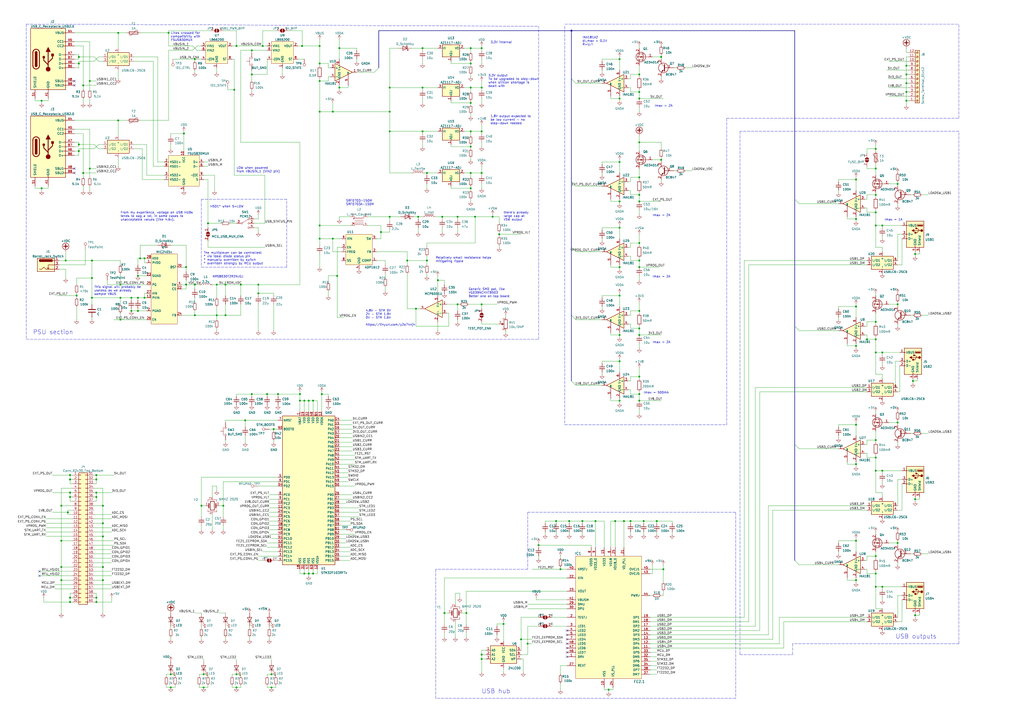
<source format=kicad_sch>
(kicad_sch (version 20211123) (generator eeschema)
  (paper "A2")
  (bus_alias "PSU_SECTION_SIGNALS" (members))
  (junction (at 39.37 297.18))
  (junction (at 52.07 46.99))
  (junction (at 370.84 218.44))
  (junction (at 149.86 165.1))
  (junction (at 279.4 382.27))
  (junction (at 130.81 182.88))
  (junction (at 226.06 76.2))
  (junction (at 55.88 349.25))
  (junction (at 302.26 370.84))
  (junction (at 279.4 50.8))
  (junction (at 80.01 160.02))
  (junction (at 69.85 172.72))
  (junction (at 257.81 355.6))
  (junction (at 158.75 248.92))
  (junction (at 245.11 27.94))
  (junction (at 185.42 36.83))
  (junction (at 312.42 316.23))
  (junction (at 44.45 171.45))
  (junction (at 185.42 138.43))
  (junction (at 181.61 332.74))
  (junction (at 496.57 127))
  (junction (at 508 273.05))
  (junction (at 113.03 165.1))
  (junction (at 322.58 302.26))
  (junction (at 24.13 58.42))
  (junction (at 116.84 293.37))
  (junction (at 40.64 285.75))
  (junction (at 370.84 53.34))
  (junction (at 275.59 125.73))
  (junction (at 69.85 165.1))
  (junction (at 226.06 125.73))
  (junction (at 45.72 33.02))
  (junction (at 273.05 85.09))
  (junction (at 520.7 245.11))
  (junction (at 370.84 228.6))
  (junction (at 270.51 355.6))
  (junction (at 99.06 391.16))
  (junction (at 370.84 151.13))
  (junction (at 35.56 328.93))
  (junction (at 55.88 278.13))
  (junction (at 525.78 38.1))
  (junction (at 256.54 125.73))
  (junction (at 359.41 57.15))
  (junction (at 59.69 336.55))
  (junction (at 120.65 129.54))
  (junction (at 53.34 151.13))
  (junction (at 279.4 76.2))
  (junction (at 45.72 83.82))
  (junction (at 118.11 398.78))
  (junction (at 508 265.43))
  (junction (at 35.56 336.55))
  (junction (at 530.86 356.87))
  (junction (at 226.06 64.77))
  (junction (at 40.64 288.29))
  (junction (at 137.16 398.78))
  (junction (at 59.69 311.15))
  (junction (at 356.87 302.26))
  (junction (at 69.85 185.42))
  (junction (at 325.12 330.2))
  (junction (at 279.4 100.33))
  (junction (at 370.84 154.94))
  (junction (at 245.11 50.8))
  (junction (at 113.03 182.88))
  (junction (at 370.84 232.41))
  (junction (at 496.57 104.14))
  (junction (at 152.4 26.67))
  (junction (at 359.41 154.94))
  (junction (at 508 322.58))
  (junction (at 520.7 106.68))
  (junction (at 81.28 149.86))
  (junction (at 359.41 34.29))
  (junction (at 370.84 190.5))
  (junction (at 142.24 243.84))
  (junction (at 331.47 17.78))
  (junction (at 137.16 26.67))
  (junction (at 496.57 200.66))
  (junction (at 508 113.03))
  (junction (at 175.26 26.67))
  (junction (at 185.42 64.77))
  (junction (at 359.41 116.84))
  (junction (at 83.82 149.86))
  (junction (at 226.06 50.8))
  (junction (at 247.65 151.13))
  (junction (at 345.44 302.26))
  (junction (at 381 302.26))
  (junction (at 511.81 340.36))
  (junction (at 176.53 232.41))
  (junction (at 496.57 269.24))
  (junction (at 279.4 379.73))
  (junction (at 273.05 27.94))
  (junction (at 285.75 125.73))
  (junction (at 306.07 373.38))
  (junction (at 511.81 204.47))
  (junction (at 186.69 228.6))
  (junction (at 337.82 302.26))
  (junction (at 359.41 132.08))
  (junction (at 359.41 232.41))
  (junction (at 241.3 179.07))
  (junction (at 38.1 151.13))
  (junction (at 179.07 232.41))
  (junction (at 242.57 125.73))
  (junction (at 176.53 332.74))
  (junction (at 511.81 273.05))
  (junction (at 40.64 278.13))
  (junction (at 157.48 398.78))
  (junction (at 279.4 176.53))
  (junction (at 529.59 220.98))
  (junction (at 53.34 161.29))
  (junction (at 53.34 172.72))
  (junction (at 125.73 165.1))
  (junction (at 273.05 109.22))
  (junction (at 359.41 171.45))
  (junction (at 520.7 176.53))
  (junction (at 508 86.36))
  (junction (at 383.54 92.71))
  (junction (at 129.54 293.37))
  (junction (at 273.05 76.2))
  (junction (at 149.86 170.18))
  (junction (at 508 204.47))
  (junction (at 370.84 116.84))
  (junction (at 137.16 391.16))
  (junction (at 154.94 228.6))
  (junction (at 292.1 361.95))
  (junction (at 185.42 130.81))
  (junction (at 59.69 328.93))
  (junction (at 40.64 275.59))
  (junction (at 508 196.85))
  (junction (at 525.78 43.18))
  (junction (at 68.58 69.85))
  (junction (at 361.95 302.26))
  (junction (at 35.56 313.69))
  (junction (at 273.05 59.69))
  (junction (at 508 130.81))
  (junction (at 157.48 391.16))
  (junction (at 48.26 49.53))
  (junction (at 273.05 36.83))
  (junction (at 496.57 177.8))
  (junction (at 508 255.27))
  (junction (at 502.92 196.85))
  (junction (at 146.05 29.21))
  (junction (at 48.26 100.33))
  (junction (at 173.99 228.6))
  (junction (at 530.86 147.32))
  (junction (at 45.72 36.83))
  (junction (at 254 162.56))
  (junction (at 370.84 113.03))
  (junction (at 370.84 140.97))
  (junction (at 508 186.69))
  (junction (at 508 332.74))
  (junction (at 40.64 349.25))
  (junction (at 195.58 160.02))
  (junction (at 40.64 346.71))
  (junction (at 196.85 27.94))
  (junction (at 525.78 48.26))
  (junction (at 193.04 64.77))
  (junction (at 130.81 165.1))
  (junction (at 511.81 130.81))
  (junction (at 68.58 19.05))
  (junction (at 370.84 102.87))
  (junction (at 45.72 87.63))
  (junction (at 365.76 302.26))
  (junction (at 161.29 228.6))
  (junction (at 173.99 232.41))
  (junction (at 113.03 34.29))
  (junction (at 384.81 330.2))
  (junction (at 525.78 58.42))
  (junction (at 370.84 180.34))
  (junction (at 196.85 50.8))
  (junction (at 35.56 293.37))
  (junction (at 193.04 138.43))
  (junction (at 76.2 172.72))
  (junction (at 76.2 180.34))
  (junction (at 496.57 336.55))
  (junction (at 370.84 57.15))
  (junction (at 370.84 194.31))
  (junction (at 530.86 289.56))
  (junction (at 289.56 135.89))
  (junction (at 55.88 346.71))
  (junction (at 80.01 172.72))
  (junction (at 107.95 165.1))
  (junction (at 80.01 180.34))
  (junction (at 59.69 303.53))
  (junction (at 359.41 93.98))
  (junction (at 55.88 288.29))
  (junction (at 59.69 293.37))
  (junction (at 139.7 165.1))
  (junction (at 118.11 391.16))
  (junction (at 370.84 43.18))
  (junction (at 99.06 398.78))
  (junction (at 83.82 172.72))
  (junction (at 24.13 109.22))
  (junction (at 273.05 100.33))
  (junction (at 55.88 285.75))
  (junction (at 236.22 151.13))
  (junction (at 359.41 209.55))
  (junction (at 330.2 302.26))
  (junction (at 106.68 77.47))
  (junction (at 279.4 27.94))
  (junction (at 245.11 76.2))
  (junction (at 496.57 313.69))
  (junction (at 135.89 52.07))
  (junction (at 220.98 134.62))
  (junction (at 508 340.36))
  (junction (at 179.07 332.74))
  (junction (at 496.57 246.38))
  (junction (at 383.54 33.02))
  (junction (at 52.07 97.79))
  (junction (at 520.7 314.96))
  (junction (at 247.65 100.33))
  (junction (at 181.61 232.41))
  (junction (at 508 123.19))
  (junction (at 373.38 302.26))
  (junction (at 107.95 154.94))
  (junction (at 273.05 50.8))
  (junction (at 125.73 182.88))
  (junction (at 97.79 19.05))
  (junction (at 265.43 125.73))
  (junction (at 146.05 43.18))
  (junction (at 185.42 26.67))
  (junction (at 185.42 46.99))
  (junction (at 508 97.79))
  (junction (at 55.88 275.59))
  (junction (at 353.06 400.05))
  (junction (at 146.05 228.6))
  (junction (at 265.43 176.53))
  (junction (at 525.78 53.34))
  (junction (at 359.41 194.31))
  (junction (at 370.84 82.55))
  (no_connect (at 43.18 97.79))
  (no_connect (at 43.18 100.33))
  (no_connect (at 43.18 46.99))
  (no_connect (at 43.18 49.53))
  (no_connect (at 22.86 334.01))
  (no_connect (at 22.86 331.47))
  (no_connect (at 328.93 365.76))
  (no_connect (at 328.93 368.3))
  (no_connect (at 328.93 370.84))
  (no_connect (at 328.93 373.38))
  (no_connect (at 328.93 375.92))
  (no_connect (at 328.93 378.46))
  (no_connect (at 328.93 381))
  (bus_entry (at 461.01 325.12) (size 2.54 2.54))
  (bus_entry (at 331.47 45.72) (size 2.54 2.54))
  (bus_entry (at 217.17 41.91) (size 2.54 -2.54))
  (bus_entry (at 331.47 182.88) (size 2.54 2.54))
  (bus_entry (at 331.47 105.41) (size 2.54 2.54))
  (bus_entry (at 461.01 115.57) (size 2.54 2.54))
  (bus_entry (at 331.47 143.51) (size 2.54 2.54))
  (bus_entry (at 331.47 220.98) (size 2.54 2.54))
  (bus_entry (at 461.01 257.81) (size 2.54 2.54))
  (bus_entry (at 461.01 189.23) (size 2.54 2.54))
  (wire (pts (xy 349.25 171.45) (xy 359.41 171.45)))
  (wire (pts (xy 279.4 100.33) (xy 279.4 101.6)))
  (wire (pts (xy 123.19 281.94) (xy 123.19 288.29)))
  (wire (pts (xy 279.4 27.94) (xy 279.4 29.21)))
  (wire (pts (xy 115.57 397.51) (xy 115.57 398.78)))
  (wire (pts (xy 120.65 143.51) (xy 153.67 143.51)))
  (wire (pts (xy 502.92 257.81) (xy 502.92 255.27)))
  (wire (pts (xy 520.7 256.54) (xy 520.7 257.81)))
  (wire (pts (xy 370.84 111.76) (xy 370.84 113.03)))
  (wire (pts (xy 257.81 162.56) (xy 257.81 165.1)))
  (wire (pts (xy 173.99 228.6) (xy 173.99 232.41)))
  (wire (pts (xy 196.85 289.56) (xy 204.47 289.56)))
  (wire (pts (xy 113.03 34.29) (xy 113.03 35.56)))
  (wire (pts (xy 496.57 336.55) (xy 496.57 337.82)))
  (wire (pts (xy 190.5 46.99) (xy 190.5 44.45)))
  (wire (pts (xy 330.2 308.61) (xy 330.2 309.88)))
  (wire (pts (xy 105.41 167.64) (xy 107.95 167.64)))
  (polyline (pts (xy 421.64 68.58) (xy 556.26 68.58)))
  (wire (pts (xy 196.85 307.34) (xy 200.66 307.34)))
  (wire (pts (xy 365.76 302.26) (xy 365.76 303.53)))
  (wire (pts (xy 124.46 101.6) (xy 124.46 110.49)))
  (wire (pts (xy 185.42 64.77) (xy 185.42 130.81)))
  (wire (pts (xy 431.8 358.14) (xy 431.8 151.13)))
  (wire (pts (xy 146.05 228.6) (xy 146.05 229.87)))
  (wire (pts (xy 45.72 82.55) (xy 45.72 83.82)))
  (wire (pts (xy 207.01 27.94) (xy 196.85 27.94)))
  (wire (pts (xy 370.84 228.6) (xy 365.76 228.6)))
  (wire (pts (xy 57.15 35.56) (xy 59.69 35.56)))
  (wire (pts (xy 289.56 142.24) (xy 289.56 143.51)))
  (wire (pts (xy 190.5 228.6) (xy 190.5 229.87)))
  (wire (pts (xy 40.64 278.13) (xy 41.91 278.13)))
  (wire (pts (xy 154.94 228.6) (xy 154.94 229.87)))
  (wire (pts (xy 520.7 345.44) (xy 520.7 358.14)))
  (wire (pts (xy 59.69 336.55) (xy 59.69 328.93)))
  (polyline (pts (xy 116.84 118.11) (xy 116.84 154.94)))
  (wire (pts (xy 80.01 149.86) (xy 81.28 149.86)))
  (wire (pts (xy 80.01 153.67) (xy 80.01 149.86)))
  (wire (pts (xy 80.01 160.02) (xy 80.01 158.75)))
  (wire (pts (xy 81.28 149.86) (xy 83.82 149.86)))
  (wire (pts (xy 85.09 160.02) (xy 80.01 160.02)))
  (wire (pts (xy 502.92 189.23) (xy 502.92 186.69)))
  (wire (pts (xy 115.57 398.78) (xy 118.11 398.78)))
  (polyline (pts (xy 166.37 154.94) (xy 166.37 115.57)))
  (bus (pts (xy 331.47 182.88) (xy 331.47 220.98)))
  (wire (pts (xy 55.88 349.25) (xy 54.61 349.25)))
  (wire (pts (xy 311.15 347.98) (xy 328.93 347.98)))
  (wire (pts (xy 496.57 102.87) (xy 496.57 104.14)))
  (wire (pts (xy 523.24 347.98) (xy 523.24 360.68)))
  (wire (pts (xy 161.29 289.56) (xy 156.21 289.56)))
  (wire (pts (xy 377.19 383.54) (xy 381 383.54)))
  (wire (pts (xy 520.7 295.91) (xy 523.24 295.91)))
  (wire (pts (xy 113.03 355.6) (xy 116.84 355.6)))
  (wire (pts (xy 306.07 373.38) (xy 306.07 363.22)))
  (wire (pts (xy 359.41 170.18) (xy 359.41 171.45)))
  (wire (pts (xy 370.84 140.97) (xy 370.84 142.24)))
  (wire (pts (xy 359.41 154.94) (xy 359.41 156.21)))
  (wire (pts (xy 76.2 172.72) (xy 76.2 173.99)))
  (wire (pts (xy 76.2 179.07) (xy 76.2 180.34)))
  (wire (pts (xy 76.2 180.34) (xy 80.01 180.34)))
  (wire (pts (xy 149.86 176.53) (xy 149.86 191.77)))
  (wire (pts (xy 364.49 220.98) (xy 365.76 220.98)))
  (wire (pts (xy 515.62 176.53) (xy 520.7 176.53)))
  (wire (pts (xy 54.61 344.17) (xy 55.88 344.17)))
  (wire (pts (xy 158.75 255.27) (xy 158.75 256.54)))
  (wire (pts (xy 266.7 346.71) (xy 266.7 344.17)))
  (wire (pts (xy 354.33 231.14) (xy 354.33 232.41)))
  (wire (pts (xy 273.05 66.04) (xy 273.05 67.31)))
  (wire (pts (xy 196.85 243.84) (xy 204.47 243.84)))
  (wire (pts (xy 265.43 125.73) (xy 275.59 125.73)))
  (wire (pts (xy 142.24 243.84) (xy 142.24 247.65)))
  (wire (pts (xy 57.15 33.02) (xy 54.61 35.56)))
  (wire (pts (xy 114.3 29.21) (xy 116.84 29.21)))
  (wire (pts (xy 265.43 176.53) (xy 265.43 180.34)))
  (wire (pts (xy 196.85 256.54) (xy 204.47 256.54)))
  (wire (pts (xy 185.42 26.67) (xy 185.42 36.83)))
  (wire (pts (xy 486.41 313.69) (xy 496.57 313.69)))
  (wire (pts (xy 59.69 311.15) (xy 59.69 328.93)))
  (wire (pts (xy 530.86 356.87) (xy 530.86 358.14)))
  (wire (pts (xy 149.86 281.94) (xy 161.29 281.94)))
  (wire (pts (xy 508 186.69) (xy 508 187.96)))
  (wire (pts (xy 40.64 288.29) (xy 40.64 290.83)))
  (wire (pts (xy 120.65 391.16) (xy 120.65 392.43)))
  (wire (pts (xy 52.07 57.15) (xy 52.07 59.69)))
  (wire (pts (xy 293.37 182.88) (xy 293.37 184.15)))
  (wire (pts (xy 293.37 191.77) (xy 293.37 193.04)))
  (wire (pts (xy 176.53 330.2) (xy 176.53 332.74)))
  (wire (pts (xy 226.06 100.33) (xy 226.06 76.2)))
  (wire (pts (xy 41.91 346.71) (xy 40.64 346.71)))
  (wire (pts (xy 172.72 26.67) (xy 175.26 26.67)))
  (wire (pts (xy 99.06 398.78) (xy 101.6 398.78)))
  (wire (pts (xy 130.81 255.27) (xy 130.81 256.54)))
  (bus (pts (xy 331.47 17.78) (xy 331.47 45.72)))
  (wire (pts (xy 520.7 360.68) (xy 523.24 360.68)))
  (wire (pts (xy 279.4 27.94) (xy 279.4 26.67)))
  (wire (pts (xy 137.16 228.6) (xy 137.16 229.87)))
  (wire (pts (xy 345.44 302.26) (xy 350.52 302.26)))
  (wire (pts (xy 345.44 317.5) (xy 345.44 302.26)))
  (wire (pts (xy 127 355.6) (xy 130.81 355.6)))
  (wire (pts (xy 88.9 96.52) (xy 95.25 96.52)))
  (wire (pts (xy 529.59 219.71) (xy 529.59 220.98)))
  (wire (pts (xy 259.08 176.53) (xy 265.43 176.53)))
  (wire (pts (xy 502.92 262.89) (xy 501.65 262.89)))
  (wire (pts (xy 270.51 342.9) (xy 270.51 355.6)))
  (wire (pts (xy 359.41 33.02) (xy 359.41 34.29)))
  (wire (pts (xy 519.43 209.55) (xy 519.43 224.79)))
  (wire (pts (xy 99.06 363.22) (xy 99.06 364.49)))
  (wire (pts (xy 185.42 138.43) (xy 193.04 138.43)))
  (wire (pts (xy 193.04 138.43) (xy 198.12 138.43)))
  (wire (pts (xy 520.7 314.96) (xy 520.7 316.23)))
  (wire (pts (xy 486.41 184.15) (xy 486.41 185.42)))
  (wire (pts (xy 257.81 335.28) (xy 257.81 355.6)))
  (wire (pts (xy 273.05 109.22) (xy 273.05 110.49)))
  (wire (pts (xy 196.85 274.32) (xy 201.93 274.32)))
  (wire (pts (xy 116.84 293.37) (xy 116.84 299.72)))
  (wire (pts (xy 364.49 45.72) (xy 365.76 45.72)))
  (wire (pts (xy 146.05 29.21) (xy 146.05 30.48)))
  (wire (pts (xy 525.78 58.42) (xy 527.05 58.42)))
  (wire (pts (xy 57.15 83.82) (xy 59.69 83.82)))
  (wire (pts (xy 312.42 317.5) (xy 312.42 316.23)))
  (wire (pts (xy 533.4 289.56) (xy 533.4 288.29)))
  (wire (pts (xy 502.92 86.36) (xy 508 86.36)))
  (wire (pts (xy 81.28 142.24) (xy 91.44 142.24)))
  (wire (pts (xy 81.28 149.86) (xy 81.28 142.24)))
  (wire (pts (xy 24.13 109.22) (xy 27.94 109.22)))
  (wire (pts (xy 530.86 356.87) (xy 533.4 356.87)))
  (wire (pts (xy 41.91 283.21) (xy 35.56 283.21)))
  (wire (pts (xy 257.81 335.28) (xy 328.93 335.28)))
  (wire (pts (xy 328.93 363.22) (xy 320.04 363.22)))
  (wire (pts (xy 273.05 85.09) (xy 261.62 85.09)))
  (wire (pts (xy 303.53 382.27) (xy 302.26 382.27)))
  (polyline (pts (xy 166.37 115.57) (xy 116.84 115.57)))
  (wire (pts (xy 530.86 289.56) (xy 530.86 290.83)))
  (wire (pts (xy 365.76 220.98) (xy 365.76 218.44)))
  (wire (pts (xy 54.61 293.37) (xy 59.69 293.37)))
  (wire (pts (xy 502.92 120.65) (xy 501.65 120.65)))
  (wire (pts (xy 502.92 123.19) (xy 502.92 120.65)))
  (wire (pts (xy 508 123.19) (xy 502.92 123.19)))
  (wire (pts (xy 523.24 278.13) (xy 520.7 278.13)))
  (wire (pts (xy 97.79 17.78) (xy 121.92 17.78)))
  (wire (pts (xy 534.67 182.88) (xy 538.48 182.88)))
  (wire (pts (xy 107.95 165.1) (xy 113.03 165.1)))
  (wire (pts (xy 508 273.05) (xy 511.81 273.05)))
  (wire (pts (xy 370.84 53.34) (xy 370.84 57.15)))
  (bus (pts (xy 219.71 17.78) (xy 219.71 39.37)))
  (wire (pts (xy 356.87 302.26) (xy 356.87 317.5)))
  (polyline (pts (xy 252.73 405.13) (xy 252.73 330.2)))
  (polyline (pts (xy 306.07 297.18) (xy 426.72 297.18)))
  (polyline (pts (xy 426.72 297.18) (xy 426.72 405.13)))
  (polyline (pts (xy 426.72 405.13) (xy 252.73 405.13)))
  (wire (pts (xy 54.61 306.07) (xy 64.77 306.07)))
  (wire (pts (xy 370.84 82.55) (xy 370.84 87.63)))
  (wire (pts (xy 377.19 365.76) (xy 440.69 365.76)))
  (wire (pts (xy 97.79 29.21) (xy 111.76 29.21)))
  (wire (pts (xy 247.65 101.6) (xy 247.65 100.33)))
  (wire (pts (xy 302.26 370.84) (xy 302.26 358.14)))
  (wire (pts (xy 196.85 49.53) (xy 196.85 50.8)))
  (wire (pts (xy 381 308.61) (xy 381 309.88)))
  (wire (pts (xy 35.56 336.55) (xy 35.56 328.93)))
  (wire (pts (xy 113.03 165.1) (xy 115.57 165.1)))
  (wire (pts (xy 123.19 165.1) (xy 125.73 165.1)))
  (wire (pts (xy 130.81 165.1) (xy 139.7 165.1)))
  (wire (pts (xy 139.7 165.1) (xy 149.86 165.1)))
  (wire (pts (xy 41.91 295.91) (xy 39.37 295.91)))
  (wire (pts (xy 142.24 243.84) (xy 161.29 243.84)))
  (wire (pts (xy 302.26 377.19) (xy 302.26 370.84)))
  (wire (pts (xy 35.56 313.69) (xy 41.91 313.69)))
  (wire (pts (xy 354.33 154.94) (xy 359.41 154.94)))
  (wire (pts (xy 383.54 86.36) (xy 383.54 82.55)))
  (wire (pts (xy 113.03 34.29) (xy 116.84 34.29)))
  (wire (pts (xy 40.64 280.67) (xy 40.64 278.13)))
  (wire (pts (xy 149.86 165.1) (xy 173.99 165.1)))
  (wire (pts (xy 55.88 275.59) (xy 66.04 275.59)))
  (wire (pts (xy 54.61 280.67) (xy 55.88 280.67)))
  (wire (pts (xy 66.04 185.42) (xy 69.85 185.42)))
  (wire (pts (xy 306.07 379.73) (xy 306.07 373.38)))
  (wire (pts (xy 365.76 143.51) (xy 365.76 140.97)))
  (wire (pts (xy 520.7 175.26) (xy 520.7 176.53)))
  (wire (pts (xy 53.34 151.13) (xy 69.85 151.13)))
  (wire (pts (xy 59.69 311.15) (xy 59.69 303.53)))
  (wire (pts (xy 354.33 116.84) (xy 359.41 116.84)))
  (wire (pts (xy 525.78 53.34) (xy 527.05 53.34)))
  (wire (pts (xy 139.7 398.78) (xy 139.7 397.51)))
  (wire (pts (xy 530.86 355.6) (xy 530.86 356.87)))
  (wire (pts (xy 116.84 307.34) (xy 116.84 304.8)))
  (wire (pts (xy 370.84 135.89) (xy 370.84 140.97)))
  (wire (pts (xy 349.25 34.29) (xy 349.25 35.56)))
  (wire (pts (xy 91.44 93.98) (xy 91.44 33.02)))
  (wire (pts (xy 508 265.43) (xy 502.92 265.43)))
  (wire (pts (xy 41.91 311.15) (xy 26.67 311.15)))
  (wire (pts (xy 190.5 39.37) (xy 190.5 36.83)))
  (polyline (pts (xy 556.26 68.58) (xy 556.26 13.97)))
  (wire (pts (xy 152.4 17.78) (xy 160.02 17.78)))
  (wire (pts (xy 496.57 313.69) (xy 496.57 320.04)))
  (wire (pts (xy 511.81 279.4) (xy 511.81 280.67)))
  (wire (pts (xy 511.81 346.71) (xy 511.81 347.98)))
  (wire (pts (xy 365.76 102.87) (xy 370.84 102.87)))
  (wire (pts (xy 370.84 218.44) (xy 370.84 219.71)))
  (wire (pts (xy 502.92 186.69) (xy 508 186.69)))
  (wire (pts (xy 515.62 245.11) (xy 520.7 245.11)))
  (wire (pts (xy 146.05 52.07) (xy 146.05 53.34)))
  (wire (pts (xy 361.95 302.26) (xy 361.95 317.5)))
  (wire (pts (xy 306.07 373.38) (xy 308.61 373.38)))
  (wire (pts (xy 34.29 153.67) (xy 49.53 153.67)))
  (wire (pts (xy 378.46 92.71) (xy 383.54 92.71)))
  (wire (pts (xy 496.57 199.39) (xy 496.57 200.66)))
  (wire (pts (xy 454.66 375.92) (xy 454.66 360.68)))
  (wire (pts (xy 247.65 100.33) (xy 254 100.33)))
  (wire (pts (xy 146.05 43.18) (xy 146.05 46.99)))
  (wire (pts (xy 196.85 299.72) (xy 208.28 299.72)))
  (wire (pts (xy 508 196.85) (xy 502.92 196.85)))
  (wire (pts (xy 54.61 300.99) (xy 64.77 300.99)))
  (wire (pts (xy 223.52 158.75) (xy 223.52 161.29)))
  (polyline (pts (xy 556.26 373.38) (xy 556.26 76.2)))
  (wire (pts (xy 242.57 125.73) (xy 240.03 125.73)))
  (wire (pts (xy 245.11 125.73) (xy 242.57 125.73)))
  (wire (pts (xy 256.54 125.73) (xy 252.73 125.73)))
  (wire (pts (xy 265.43 125.73) (xy 256.54 125.73)))
  (wire (pts (xy 185.42 130.81) (xy 185.42 138.43)))
  (wire (pts (xy 77.47 33.02) (xy 91.44 33.02)))
  (wire (pts (xy 354.33 302.26) (xy 356.87 302.26)))
  (wire (pts (xy 356.87 302.26) (xy 361.95 302.26)))
  (wire (pts (xy 381 302.26) (xy 381 303.53)))
  (wire (pts (xy 523.24 280.67) (xy 523.24 295.91)))
  (wire (pts (xy 134.62 397.51) (xy 134.62 398.78)))
  (wire (pts (xy 377.19 358.14) (xy 431.8 358.14)))
  (wire (pts (xy 45.72 86.36) (xy 54.61 86.36)))
  (wire (pts (xy 62.23 165.1) (xy 69.85 165.1)))
  (wire (pts (xy 69.85 165.1) (xy 85.09 165.1)))
  (wire (pts (xy 308.61 330.2) (xy 325.12 330.2)))
  (wire (pts (xy 508 181.61) (xy 508 186.69)))
  (wire (pts (xy 133.35 129.54) (xy 137.16 129.54)))
  (wire (pts (xy 245.11 50.8) (xy 254 50.8)))
  (wire (pts (xy 245.11 52.07) (xy 245.11 50.8)))
  (wire (pts (xy 245.11 59.69) (xy 245.11 57.15)))
  (wire (pts (xy 59.69 293.37) (xy 59.69 283.21)))
  (wire (pts (xy 316.23 308.61) (xy 316.23 309.88)))
  (wire (pts (xy 152.4 320.04) (xy 161.29 320.04)))
  (wire (pts (xy 99.06 86.36) (xy 99.06 83.82)))
  (wire (pts (xy 377.19 378.46) (xy 381 378.46)))
  (wire (pts (xy 55.88 346.71) (xy 55.88 349.25)))
  (wire (pts (xy 370.84 154.94) (xy 382.27 154.94)))
  (wire (pts (xy 130.81 363.22) (xy 130.81 364.49)))
  (wire (pts (xy 158.75 248.92) (xy 158.75 250.19)))
  (wire (pts (xy 54.61 328.93) (xy 59.69 328.93)))
  (wire (pts (xy 118.11 101.6) (xy 124.46 101.6)))
  (wire (pts (xy 45.72 87.63) (xy 45.72 86.36)))
  (wire (pts (xy 53.34 151.13) (xy 53.34 161.29)))
  (wire (pts (xy 306.07 350.52) (xy 328.93 350.52)))
  (wire (pts (xy 147.32 129.54) (xy 153.67 129.54)))
  (polyline (pts (xy 327.66 15.24) (xy 327.66 246.38)))
  (wire (pts (xy 137.16 17.78) (xy 137.16 26.67)))
  (wire (pts (xy 54.61 33.02) (xy 57.15 35.56)))
  (wire (pts (xy 196.85 302.26) (xy 203.2 302.26)))
  (wire (pts (xy 113.03 182.88) (xy 125.73 182.88)))
  (wire (pts (xy 83.82 149.86) (xy 85.09 149.86)))
  (wire (pts (xy 83.82 152.4) (xy 83.82 149.86)))
  (wire (pts (xy 85.09 152.4) (xy 83.82 152.4)))
  (wire (pts (xy 160.02 325.12) (xy 161.29 325.12)))
  (wire (pts (xy 54.61 334.01) (xy 64.77 334.01)))
  (wire (pts (xy 196.85 292.1) (xy 200.66 292.1)))
  (wire (pts (xy 273.05 115.57) (xy 273.05 116.84)))
  (wire (pts (xy 520.7 105.41) (xy 520.7 106.68)))
  (wire (pts (xy 377.19 360.68) (xy 434.34 360.68)))
  (wire (pts (xy 434.34 153.67) (xy 502.92 153.67)))
  (wire (pts (xy 59.69 283.21) (xy 54.61 283.21)))
  (bus (pts (xy 461.01 189.23) (xy 461.01 257.81)))
  (wire (pts (xy 448.31 295.91) (xy 448.31 370.84)))
  (wire (pts (xy 349.25 132.08) (xy 349.25 133.35)))
  (wire (pts (xy 132.08 50.8) (xy 132.08 52.07)))
  (wire (pts (xy 41.91 280.67) (xy 40.64 280.67)))
  (wire (pts (xy 431.8 151.13) (xy 502.92 151.13)))
  (wire (pts (xy 125.73 165.1) (xy 125.73 172.72)))
  (wire (pts (xy 273.05 59.69) (xy 273.05 60.96)))
  (wire (pts (xy 501.65 189.23) (xy 502.92 189.23)))
  (wire (pts (xy 68.58 19.05) (xy 68.58 27.94)))
  (wire (pts (xy 273.05 109.22) (xy 261.62 109.22)))
  (wire (pts (xy 55.88 344.17) (xy 55.88 346.71)))
  (wire (pts (xy 508 97.79) (xy 508 101.6)))
  (wire (pts (xy 85.09 83.82) (xy 85.09 101.6)))
  (wire (pts (xy 349.25 177.8) (xy 349.25 179.07)))
  (wire (pts (xy 139.7 391.16) (xy 139.7 392.43)))
  (wire (pts (xy 312.42 363.22) (xy 306.07 363.22)))
  (wire (pts (xy 302.26 370.84) (xy 308.61 370.84)))
  (wire (pts (xy 196.85 22.86) (xy 196.85 27.94)))
  (wire (pts (xy 359.41 92.71) (xy 359.41 93.98)))
  (wire (pts (xy 502.92 255.27) (xy 508 255.27)))
  (wire (pts (xy 54.61 303.53) (xy 59.69 303.53)))
  (wire (pts (xy 39.37 298.45) (xy 39.37 297.18)))
  (wire (pts (xy 365.76 308.61) (xy 365.76 309.88)))
  (wire (pts (xy 196.85 269.24) (xy 205.74 269.24)))
  (polyline (pts (xy 556.26 76.2) (xy 429.26 76.2)))
  (wire (pts (xy 26.67 303.53) (xy 41.91 303.53)))
  (wire (pts (xy 528.32 321.31) (xy 529.59 321.31)))
  (wire (pts (xy 154.94 317.5) (xy 161.29 317.5)))
  (wire (pts (xy 264.16 344.17) (xy 264.16 350.52)))
  (wire (pts (xy 156.21 292.1) (xy 161.29 292.1)))
  (wire (pts (xy 156.21 304.8) (xy 161.29 304.8)))
  (wire (pts (xy 377.19 391.16) (xy 381 391.16)))
  (wire (pts (xy 273.05 91.44) (xy 273.05 92.71)))
  (wire (pts (xy 97.79 29.21) (xy 97.79 69.85)))
  (wire (pts (xy 161.29 229.87) (xy 161.29 228.6)))
  (wire (pts (xy 82.55 86.36) (xy 82.55 104.14)))
  (wire (pts (xy 486.41 313.69) (xy 486.41 314.96)))
  (wire (pts (xy 97.79 17.78) (xy 97.79 19.05)))
  (wire (pts (xy 20.32 58.42) (xy 24.13 58.42)))
  (wire (pts (xy 24.13 58.42) (xy 27.94 58.42)))
  (wire (pts (xy 27.94 58.42) (xy 27.94 57.15)))
  (wire (pts (xy 365.76 53.34) (xy 365.76 50.8)))
  (wire (pts (xy 370.84 124.46) (xy 370.84 121.92)))
  (wire (pts (xy 383.54 31.75) (xy 383.54 33.02)))
  (wire (pts (xy 48.26 57.15) (xy 48.26 59.69)))
  (wire (pts (xy 185.42 138.43) (xy 185.42 142.24)))
  (wire (pts (xy 185.42 147.32) (xy 185.42 154.94)))
  (bus (pts (xy 461.01 17.78) (xy 461.01 115.57)))
  (wire (pts (xy 59.69 336.55) (xy 59.69 355.6)))
  (wire (pts (xy 52.07 46.99) (xy 52.07 52.07)))
  (wire (pts (xy 325.12 328.93) (xy 325.12 330.2)))
  (wire (pts (xy 129.54 17.78) (xy 137.16 17.78)))
  (wire (pts (xy 41.91 349.25) (xy 40.64 349.25)))
  (wire (pts (xy 529.59 220.98) (xy 529.59 222.25)))
  (wire (pts (xy 511.81 130.81) (xy 511.81 132.08)))
  (wire (pts (xy 511.81 137.16) (xy 511.81 138.43)))
  (wire (pts (xy 370.84 43.18) (xy 370.84 44.45)))
  (wire (pts (xy 185.42 22.86) (xy 185.42 26.67)))
  (wire (pts (xy 273.05 83.82) (xy 273.05 85.09)))
  (wire (pts (xy 96.52 391.16) (xy 96.52 392.43)))
  (wire (pts (xy 118.11 391.16) (xy 115.57 391.16)))
  (wire (pts (xy 196.85 246.38) (xy 204.47 246.38)))
  (wire (pts (xy 349.25 171.45) (xy 349.25 172.72)))
  (wire (pts (xy 118.11 96.52) (xy 120.65 96.52)))
  (wire (pts (xy 365.76 187.96) (xy 364.49 187.96)))
  (wire (pts (xy 184.15 232.41) (xy 184.15 238.76)))
  (wire (pts (xy 48.26 100.33) (xy 48.26 102.87)))
  (wire (pts (xy 35.56 293.37) (xy 35.56 283.21)))
  (wire (pts (xy 528.32 182.88) (xy 529.59 182.88)))
  (wire (pts (xy 190.5 160.02) (xy 195.58 160.02)))
  (wire (pts (xy 40.64 275.59) (xy 41.91 275.59)))
  (wire (pts (xy 529.59 220.98) (xy 532.13 220.98)))
  (wire (pts (xy 288.29 368.3) (xy 288.29 369.57)))
  (wire (pts (xy 269.24 100.33) (xy 273.05 100.33)))
  (wire (pts (xy 349.25 209.55) (xy 359.41 209.55)))
  (wire (pts (xy 158.75 176.53) (xy 158.75 191.77)))
  (wire (pts (xy 95.25 93.98) (xy 91.44 93.98)))
  (wire (pts (xy 322.58 302.26) (xy 322.58 303.53)))
  (wire (pts (xy 525.78 43.18) (xy 527.05 43.18)))
  (wire (pts (xy 173.99 232.41) (xy 173.99 238.76)))
  (wire (pts (xy 203.2 320.04) (xy 196.85 320.04)))
  (wire (pts (xy 55.88 278.13) (xy 55.88 275.59)))
  (wire (pts (xy 85.09 101.6) (xy 95.25 101.6)))
  (wire (pts (xy 463.55 191.77) (xy 486.41 191.77)))
  (wire (pts (xy 452.12 358.14) (xy 502.92 358.14)))
  (wire (pts (xy 365.76 218.44) (xy 370.84 218.44)))
  (wire (pts (xy 129.54 279.4) (xy 129.54 293.37)))
  (wire (pts (xy 269.24 27.94) (xy 273.05 27.94)))
  (wire (pts (xy 273.05 27.94) (xy 279.4 27.94)))
  (wire (pts (xy 359.41 130.81) (xy 359.41 132.08)))
  (wire (pts (xy 160.02 391.16) (xy 160.02 392.43)))
  (wire (pts (xy 41.91 339.09) (xy 31.75 339.09)))
  (wire (pts (xy 397.51 39.37) (xy 401.32 39.37)))
  (wire (pts (xy 196.85 312.42) (xy 200.66 312.42)))
  (wire (pts (xy 354.33 302.26) (xy 354.33 317.5)))
  (wire (pts (xy 137.16 398.78) (xy 139.7 398.78)))
  (wire (pts (xy 196.85 251.46) (xy 204.47 251.46)))
  (wire (pts (xy 213.36 125.73) (xy 226.06 125.73)))
  (wire (pts (xy 226.06 125.73) (xy 232.41 125.73)))
  (wire (pts (xy 132.08 52.07) (xy 135.89 52.07)))
  (wire (pts (xy 25.4 349.25) (xy 25.4 346.71)))
  (wire (pts (xy 508 195.58) (xy 508 196.85)))
  (wire (pts (xy 383.54 82.55) (xy 370.84 82.55)))
  (wire (pts (xy 39.37 297.18) (xy 30.48 297.18)))
  (wire (pts (xy 125.73 190.5) (xy 125.73 191.77)))
  (wire (pts (xy 523.24 345.44) (xy 520.7 345.44)))
  (wire (pts (xy 288.29 361.95) (xy 292.1 361.95)))
  (wire (pts (xy 288.29 363.22) (xy 288.29 361.95)))
  (wire (pts (xy 125.73 284.48) (xy 125.73 281.94)))
  (wire (pts (xy 508 332.74) (xy 508 340.36)))
  (wire (pts (xy 55.88 275.59) (xy 54.61 275.59)))
  (wire (pts (xy 521.97 212.09) (xy 521.97 227.33)))
  (wire (pts (xy 77.47 86.36) (xy 82.55 86.36)))
  (wire (pts (xy 365.76 105.41) (xy 365.76 102.87)))
  (wire (pts (xy 496.57 104.14) (xy 496.57 110.49)))
  (wire (pts (xy 52.07 97.79) (xy 52.07 102.87)))
  (wire (pts (xy 370.84 82.55) (xy 370.84 78.74)))
  (wire (pts (xy 448.31 295.91) (xy 502.92 295.91)))
  (wire (pts (xy 533.4 356.87) (xy 533.4 355.6)))
  (wire (pts (xy 359.41 231.14) (xy 359.41 232.41)))
  (wire (pts (xy 520.7 187.96) (xy 520.7 189.23)))
  (wire (pts (xy 273.05 85.09) (xy 273.05 86.36)))
  (wire (pts (xy 54.61 326.39) (xy 64.77 326.39)))
  (wire (pts (xy 181.61 232.41) (xy 181.61 238.76)))
  (wire (pts (xy 270.51 369.57) (xy 270.51 367.03)))
  (wire (pts (xy 359.41 57.15) (xy 359.41 58.42)))
  (wire (pts (xy 384.81 327.66) (xy 384.81 330.2)))
  (wire (pts (xy 508 332.74) (xy 502.92 332.74)))
  (wire (pts (xy 35.56 293.37) (xy 41.91 293.37)))
  (wire (pts (xy 156.21 309.88) (xy 161.29 309.88)))
  (wire (pts (xy 370.84 64.77) (xy 370.84 62.23)))
  (wire (pts (xy 196.85 314.96) (xy 200.66 314.96)))
  (wire (pts (xy 275.59 125.73) (xy 275.59 140.97)))
  (wire (pts (xy 265.43 125.73) (xy 265.43 127)))
  (wire (pts (xy 502.92 196.85) (xy 502.92 194.31)))
  (wire (pts (xy 334.01 223.52) (xy 349.25 223.52)))
  (wire (pts (xy 40.64 285.75) (xy 40.64 288.29)))
  (wire (pts (xy 54.61 321.31) (xy 64.77 321.31)))
  (wire (pts (xy 370.84 113.03) (xy 370.84 116.84)))
  (wire (pts (xy 273.05 50.8) (xy 273.05 53.34)))
  (wire (pts (xy 365.76 182.88) (xy 365.76 180.34)))
  (wire (pts (xy 25.4 349.25) (xy 40.64 349.25)))
  (wire (pts (xy 359.41 93.98) (xy 359.41 100.33)))
  (wire (pts (xy 525.78 27.94) (xy 525.78 30.48)))
  (wire (pts (xy 349.25 132.08) (xy 359.41 132.08)))
  (wire (pts (xy 359.41 55.88) (xy 359.41 57.15)))
  (wire (pts (xy 146.05 40.64) (xy 146.05 43.18)))
  (wire (pts (xy 520.7 227.33) (xy 521.97 227.33)))
  (wire (pts (xy 496.57 335.28) (xy 496.57 336.55)))
  (wire (pts (xy 181.61 232.41) (xy 184.15 232.41)))
  (wire (pts (xy 520.7 278.13) (xy 520.7 293.37)))
  (wire (pts (xy 81.28 69.85) (xy 97.79 69.85)))
  (wire (pts (xy 54.61 318.77) (xy 64.77 318.77)))
  (wire (pts (xy 508 121.92) (xy 508 123.19)))
  (polyline (pts (xy 15.24 13.97) (xy 15.24 196.85)))
  (polyline (pts (xy 15.24 13.97) (xy 312.42 15.24)))
  (polyline (pts (xy 312.42 153.67) (xy 312.42 15.24)))
  (wire (pts (xy 43.18 24.13) (xy 52.07 24.13)))
  (wire (pts (xy 176.53 332.74) (xy 173.99 332.74)))
  (polyline (pts (xy 459.74 373.38) (xy 459.74 379.73)))
  (wire (pts (xy 334.01 185.42) (xy 349.25 185.42)))
  (wire (pts (xy 349.25 138.43) (xy 349.25 139.7)))
  (wire (pts (xy 273.05 27.94) (xy 273.05 30.48)))
  (wire (pts (xy 273.05 35.56) (xy 273.05 36.83)))
  (wire (pts (xy 273.05 36.83) (xy 273.05 38.1)))
  (wire (pts (xy 273.05 43.18) (xy 273.05 44.45)))
  (wire (pts (xy 116.84 276.86) (xy 161.29 276.86)))
  (wire (pts (xy 337.82 308.61) (xy 337.82 309.88)))
  (wire (pts (xy 496.57 246.38) (xy 496.57 252.73)))
  (wire (pts (xy 120.65 398.78) (xy 120.65 397.51)))
  (wire (pts (xy 508 273.05) (xy 508 285.75)))
  (wire (pts (xy 266.7 344.17) (xy 264.16 344.17)))
  (wire (pts (xy 383.54 91.44) (xy 383.54 92.71)))
  (wire (pts (xy 35.56 293.37) (xy 35.56 313.69)))
  (wire (pts (xy 370.84 201.93) (xy 370.84 199.39)))
  (wire (pts (xy 44.45 161.29) (xy 44.45 165.1)))
  (wire (pts (xy 530.86 147.32) (xy 533.4 147.32)))
  (wire (pts (xy 533.4 147.32) (xy 533.4 146.05)))
  (wire (pts (xy 289.56 135.89) (xy 302.26 135.89)))
  (wire (pts (xy 303.53 389.89) (xy 303.53 382.27)))
  (wire (pts (xy 508 83.82) (xy 508 86.36)))
  (wire (pts (xy 69.85 158.75) (xy 69.85 165.1)))
  (wire (pts (xy 359.41 34.29) (xy 359.41 40.64)))
  (wire (pts (xy 48.26 49.53) (xy 48.26 52.07)))
  (wire (pts (xy 520.7 245.11) (xy 520.7 246.38)))
  (wire (pts (xy 54.61 86.36) (xy 57.15 83.82)))
  (wire (pts (xy 146.05 29.21) (xy 154.94 29.21)))
  (wire (pts (xy 40.64 288.29) (xy 41.91 288.29)))
  (wire (pts (xy 508 285.75) (xy 511.81 285.75)))
  (wire (pts (xy 147.32 127) (xy 149.86 127)))
  (wire (pts (xy 501.65 196.85) (xy 502.92 196.85)))
  (wire (pts (xy 508 265.43) (xy 508 273.05)))
  (wire (pts (xy 186.69 228.6) (xy 190.5 228.6)))
  (wire (pts (xy 520.7 118.11) (xy 520.7 119.38)))
  (wire (pts (xy 359.41 194.31) (xy 359.41 195.58)))
  (wire (pts (xy 501.65 257.81) (xy 502.92 257.81)))
  (wire (pts (xy 134.62 34.29) (xy 135.89 34.29)))
  (wire (pts (xy 130.81 369.57) (xy 130.81 370.84)))
  (wire (pts (xy 41.91 341.63) (xy 31.75 341.63)))
  (wire (pts (xy 41.91 298.45) (xy 39.37 298.45)))
  (wire (pts (xy 353.06 400.05) (xy 353.06 401.32)))
  (wire (pts (xy 508 111.76) (xy 508 113.03)))
  (wire (pts (xy 196.85 279.4) (xy 201.93 279.4)))
  (wire (pts (xy 377.19 388.62) (xy 381 388.62)))
  (wire (pts (xy 370.84 26.67) (xy 370.84 27.94)))
  (wire (pts (xy 176.53 232.41) (xy 179.07 232.41)))
  (wire (pts (xy 273.05 58.42) (xy 273.05 59.69)))
  (wire (pts (xy 354.33 57.15) (xy 359.41 57.15)))
  (wire (pts (xy 261.62 85.09) (xy 261.62 83.82)))
  (wire (pts (xy 370.84 213.36) (xy 370.84 218.44)))
  (wire (pts (xy 377.19 332.74) (xy 378.46 332.74)))
  (wire (pts (xy 378.46 327.66) (xy 378.46 332.74)))
  (wire (pts (xy 139.7 82.55) (xy 139.7 29.21)))
  (wire (pts (xy 350.52 398.78) (xy 350.52 400.05)))
  (wire (pts (xy 350.52 400.05) (xy 353.06 400.05)))
  (wire (pts (xy 353.06 400.05) (xy 355.6 400.05)))
  (wire (pts (xy 355.6 400.05) (xy 355.6 398.78)))
  (wire (pts (xy 64.77 346.71) (xy 64.77 349.25)))
  (wire (pts (xy 185.42 130.81) (xy 203.2 130.81)))
  (wire (pts (xy 55.88 288.29) (xy 55.88 285.75)))
  (polyline (pts (xy 15.24 196.85) (xy 132.08 196.85)))
  (wire (pts (xy 508 308.61) (xy 508 309.88)))
  (wire (pts (xy 144.78 363.22) (xy 144.78 364.49)))
  (wire (pts (xy 257.81 355.6) (xy 260.35 355.6)))
  (wire (pts (xy 41.91 344.17) (xy 40.64 344.17)))
  (wire (pts (xy 43.18 77.47) (xy 48.26 77.47)))
  (wire (pts (xy 454.66 360.68) (xy 502.92 360.68)))
  (wire (pts (xy 175.26 17.78) (xy 175.26 26.67)))
  (wire (pts (xy 33.02 171.45) (xy 44.45 171.45)))
  (wire (pts (xy 530.86 288.29) (xy 530.86 289.56)))
  (wire (pts (xy 285.75 125.73) (xy 289.56 125.73)))
  (wire (pts (xy 520.7 135.89) (xy 520.7 151.13)))
  (wire (pts (xy 523.24 135.89) (xy 520.7 135.89)))
  (wire (pts (xy 52.07 97.79) (xy 55.88 97.79)))
  (wire (pts (xy 64.77 339.09) (xy 54.61 339.09)))
  (wire (pts (xy 279.4 382.27) (xy 281.94 382.27)))
  (wire (pts (xy 185.42 46.99) (xy 190.5 46.99)))
  (wire (pts (xy 389.89 308.61) (xy 389.89 309.88)))
  (wire (pts (xy 530.86 289.56) (xy 533.4 289.56)))
  (polyline (pts (xy 312.42 196.85) (xy 312.42 153.67)))
  (wire (pts (xy 370.84 57.15) (xy 384.81 57.15)))
  (wire (pts (xy 501.65 325.12) (xy 502.92 325.12)))
  (wire (pts (xy 196.85 287.02) (xy 204.47 287.02)))
  (wire (pts (xy 527.05 45.72) (xy 515.62 45.72)))
  (wire (pts (xy 508 250.19) (xy 508 255.27)))
  (wire (pts (xy 525.78 30.48) (xy 527.05 30.48)))
  (wire (pts (xy 334.01 107.95) (xy 349.25 107.95)))
  (wire (pts (xy 134.62 398.78) (xy 137.16 398.78)))
  (wire (pts (xy 496.57 200.66) (xy 496.57 201.93)))
  (wire (pts (xy 99.06 369.57) (xy 99.06 370.84)))
  (wire (pts (xy 223.52 151.13) (xy 223.52 153.67)))
  (wire (pts (xy 261.62 36.83) (xy 261.62 35.56)))
  (wire (pts (xy 273.05 36.83) (xy 261.62 36.83)))
  (wire (pts (xy 160.02 398.78) (xy 160.02 397.51)))
  (wire (pts (xy 154.94 391.16) (xy 154.94 392.43)))
  (wire (pts (xy 279.4 50.8) (xy 279.4 52.07)))
  (wire (pts (xy 279.4 57.15) (xy 279.4 59.69)))
  (wire (pts (xy 270.51 355.6) (xy 267.97 355.6)))
  (wire (pts (xy 226.06 100.33) (xy 238.76 100.33)))
  (wire (pts (xy 153.67 101.6) (xy 153.67 129.54)))
  (wire (pts (xy 438.15 224.79) (xy 502.92 224.79)))
  (wire (pts (xy 77.47 35.56) (xy 88.9 35.56)))
  (wire (pts (xy 48.26 107.95) (xy 48.26 110.49)))
  (wire (pts (xy 302.26 358.14) (xy 312.42 358.14)))
  (wire (pts (xy 511.81 273.05) (xy 523.24 273.05)))
  (wire (pts (xy 129.54 307.34) (xy 129.54 304.8)))
  (wire (pts (xy 508 204.47) (xy 511.81 204.47)))
  (wire (pts (xy 223.52 166.37) (xy 223.52 168.91)))
  (wire (pts (xy 68.58 40.64) (xy 68.58 45.72)))
  (wire (pts (xy 130.81 182.88) (xy 139.7 182.88)))
  (wire (pts (xy 139.7 171.45) (xy 139.7 165.1)))
  (wire (pts (xy 139.7 182.88) (xy 139.7 176.53)))
  (wire (pts (xy 41.91 331.47) (xy 22.86 331.47)))
  (wire (pts (xy 49.53 153.67) (xy 49.53 144.78)))
  (wire (pts (xy 273.05 76.2) (xy 273.05 78.74)))
  (wire (pts (xy 116.84 293.37) (xy 119.38 293.37)))
  (wire (pts (xy 491.49 269.24) (xy 496.57 269.24)))
  (wire (pts (xy 154.94 43.18) (xy 146.05 43.18)))
  (wire (pts (xy 196.85 276.86) (xy 201.93 276.86)))
  (wire (pts (xy 195.58 184.15) (xy 199.39 184.15)))
  (wire (pts (xy 35.56 336.55) (xy 35.56 355.6)))
  (wire (pts (xy 156.21 302.26) (xy 161.29 302.26)))
  (wire (pts (xy 370.84 228.6) (xy 370.84 232.41)))
  (wire (pts (xy 508 170.18) (xy 508 171.45)))
  (wire (pts (xy 43.18 82.55) (xy 45.72 82.55)))
  (wire (pts (xy 39.37 297.18) (xy 39.37 295.91)))
  (wire (pts (xy 125.73 165.1) (xy 130.81 165.1)))
  (wire (pts (xy 44.45 170.18) (xy 44.45 171.45)))
  (wire (pts (xy 44.45 171.45) (xy 44.45 172.72)))
  (wire (pts (xy 44.45 177.8) (xy 44.45 185.42)))
  (wire (pts (xy 207.01 27.94) (xy 207.01 29.21)))
  (wire (pts (xy 261.62 109.22) (xy 261.62 107.95)))
  (wire (pts (xy 322.58 308.61) (xy 322.58 309.88)))
  (wire (pts (xy 158.75 170.18) (xy 158.75 171.45)))
  (wire (pts (xy 359.41 193.04) (xy 359.41 194.31)))
  (bus (pts (xy 331.47 105.41) (xy 331.47 45.72)))
  (wire (pts (xy 135.89 101.6) (xy 153.67 101.6)))
  (wire (pts (xy 241.3 189.23) (xy 241.3 179.07)))
  (wire (pts (xy 259.08 181.61) (xy 260.35 181.61)))
  (wire (pts (xy 260.35 181.61) (xy 260.35 189.23)))
  (wire (pts (xy 260.35 189.23) (xy 241.3 189.23)))
  (wire (pts (xy 463.55 260.35) (xy 486.41 260.35)))
  (wire (pts (xy 359.41 232.41) (xy 359.41 233.68)))
  (wire (pts (xy 397.51 99.06) (xy 401.32 99.06)))
  (wire (pts (xy 106.68 76.2) (xy 106.68 77.47)))
  (wire (pts (xy 54.61 313.69) (xy 66.04 313.69)))
  (bus (pts (xy 331.47 105.41) (xy 331.47 143.51)))
  (wire (pts (xy 161.29 287.02) (xy 156.21 287.02)))
  (wire (pts (xy 532.13 220.98) (xy 532.13 219.71)))
  (wire (pts (xy 515.62 106.68) (xy 520.7 106.68)))
  (wire (pts (xy 511.81 217.17) (xy 511.81 219.71)))
  (wire (pts (xy 129.54 293.37) (xy 127 293.37)))
  (wire (pts (xy 242.57 132.08) (xy 242.57 134.62)))
  (wire (pts (xy 377.19 363.22) (xy 438.15 363.22)))
  (wire (pts (xy 161.29 248.92) (xy 158.75 248.92)))
  (wire (pts (xy 364.49 105.41) (xy 365.76 105.41)))
  (wire (pts (xy 226.06 27.94) (xy 226.06 50.8)))
  (wire (pts (xy 245.11 76.2) (xy 226.06 76.2)))
  (wire (pts (xy 41.91 308.61) (xy 26.67 308.61)))
  (wire (pts (xy 269.24 76.2) (xy 273.05 76.2)))
  (wire (pts (xy 273.05 76.2) (xy 279.4 76.2)))
  (wire (pts (xy 279.4 72.39) (xy 279.4 76.2)))
  (wire (pts (xy 279.4 76.2) (xy 279.4 77.47)))
  (wire (pts (xy 279.4 82.55) (xy 279.4 85.09)))
  (wire (pts (xy 226.06 125.73) (xy 226.06 128.27)))
  (wire (pts (xy 496.57 312.42) (xy 496.57 313.69)))
  (wire (pts (xy 520.7 106.68) (xy 520.7 107.95)))
  (polyline (pts (xy 303.53 196.85) (xy 312.42 196.85)))
  (wire (pts (xy 48.26 100.33) (xy 55.88 100.33)))
  (wire (pts (xy 130.81 243.84) (xy 142.24 243.84)))
  (wire (pts (xy 520.7 243.84) (xy 520.7 245.11)))
  (wire (pts (xy 511.81 285.75) (xy 511.81 288.29)))
  (wire (pts (xy 69.85 151.13) (xy 69.85 153.67)))
  (wire (pts (xy 359.41 171.45) (xy 359.41 177.8)))
  (wire (pts (xy 502.92 330.2) (xy 501.65 330.2)))
  (wire (pts (xy 377.19 381) (xy 381 381)))
  (wire (pts (xy 334.01 48.26) (xy 349.25 48.26)))
  (wire (pts (xy 254 191.77) (xy 254 186.69)))
  (wire (pts (xy 528.32 251.46) (xy 529.59 251.46)))
  (wire (pts (xy 181.61 330.2) (xy 181.61 332.74)))
  (wire (pts (xy 149.86 132.08) (xy 147.32 132.08)))
  (bus (pts (xy 461.01 257.81) (xy 461.01 325.12)))
  (wire (pts (xy 349.25 34.29) (xy 359.41 34.29)))
  (wire (pts (xy 370.84 189.23) (xy 370.84 190.5)))
  (wire (pts (xy 511.81 204.47) (xy 521.97 204.47)))
  (wire (pts (xy 508 331.47) (xy 508 332.74)))
  (wire (pts (xy 370.84 190.5) (xy 370.84 194.31)))
  (wire (pts (xy 285.75 124.46) (xy 285.75 125.73)))
  (wire (pts (xy 486.41 104.14) (xy 486.41 105.41)))
  (bus (pts (xy 331.47 17.78) (xy 219.71 17.78)))
  (wire (pts (xy 370.84 151.13) (xy 365.76 151.13)))
  (wire (pts (xy 207.01 34.29) (xy 207.01 35.56)))
  (polyline (pts (xy 116.84 115.57) (xy 116.84 118.11)))
  (wire (pts (xy 57.15 33.02) (xy 59.69 33.02)))
  (wire (pts (xy 325.12 386.08) (xy 325.12 391.16)))
  (wire (pts (xy 325.12 396.24) (xy 325.12 400.05)))
  (wire (pts (xy 328.93 386.08) (xy 325.12 386.08)))
  (wire (pts (xy 185.42 64.77) (xy 193.04 64.77)))
  (wire (pts (xy 193.04 64.77) (xy 226.06 64.77)))
  (wire (pts (xy 523.24 138.43) (xy 523.24 153.67)))
  (wire (pts (xy 523.24 153.67) (xy 520.7 153.67)))
  (wire (pts (xy 99.06 142.24) (xy 107.95 142.24)))
  (wire (pts (xy 107.95 142.24) (xy 107.95 154.94)))
  (wire (pts (xy 107.95 154.94) (xy 105.41 154.94)))
  (wire (pts (xy 107.95 154.94) (xy 107.95 157.48)))
  (wire (pts (xy 107.95 162.56) (xy 107.95 165.1)))
  (wire (pts (xy 107.95 165.1) (xy 107.95 167.64)))
  (wire (pts (xy 370.84 116.84) (xy 383.54 116.84)))
  (wire (pts (xy 156.21 297.18) (xy 161.29 297.18)))
  (wire (pts (xy 43.18 19.05) (xy 68.58 19.05)))
  (wire (pts (xy 68.58 19.05) (xy 73.66 19.05)))
  (wire (pts (xy 354.33 55.88) (xy 354.33 57.15)))
  (wire (pts (xy 20.32 57.15) (xy 20.32 58.42)))
  (wire (pts (xy 24.13 58.42) (xy 24.13 59.69)))
  (wire (pts (xy 203.2 325.12) (xy 196.85 325.12)))
  (wire (pts (xy 370.84 240.03) (xy 370.84 237.49)))
  (wire (pts (xy 45.72 33.02) (xy 54.61 33.02)))
  (wire (pts (xy 440.69 227.33) (xy 502.92 227.33)))
  (wire (pts (xy 391.16 39.37) (xy 392.43 39.37)))
  (wire (pts (xy 246.38 100.33) (xy 247.65 100.33)))
  (wire (pts (xy 377.19 368.3) (xy 445.77 368.3)))
  (wire (pts (xy 54.61 290.83) (xy 55.88 290.83)))
  (wire (pts (xy 57.15 86.36) (xy 59.69 86.36)))
  (wire (pts (xy 181.61 332.74) (xy 179.07 332.74)))
  (wire (pts (xy 370.84 97.79) (xy 370.84 102.87)))
  (wire (pts (xy 496.57 267.97) (xy 496.57 269.24)))
  (wire (pts (xy 245.11 27.94) (xy 254 27.94)))
  (wire (pts (xy 325.12 322.58) (xy 325.12 323.85)))
  (wire (pts (xy 359.41 209.55) (xy 359.41 215.9)))
  (wire (pts (xy 364.49 143.51) (xy 365.76 143.51)))
  (wire (pts (xy 195.58 160.02) (xy 195.58 184.15)))
  (wire (pts (xy 452.12 373.38) (xy 452.12 358.14)))
  (wire (pts (xy 97.79 26.67) (xy 111.76 26.67)))
  (wire (pts (xy 38.1 146.05) (xy 38.1 151.13)))
  (wire (pts (xy 312.42 314.96) (xy 312.42 316.23)))
  (wire (pts (xy 312.42 316.23) (xy 342.9 316.23)))
  (wire (pts (xy 342.9 317.5) (xy 342.9 316.23)))
  (wire (pts (xy 54.61 331.47) (xy 64.77 331.47)))
  (wire (pts (xy 292.1 360.68) (xy 292.1 361.95)))
  (wire (pts (xy 292.1 361.95) (xy 292.1 372.11)))
  (wire (pts (xy 292.1 387.35) (xy 292.1 389.89)))
  (wire (pts (xy 279.4 187.96) (xy 279.4 186.69)))
  (wire (pts (xy 35.56 328.93) (xy 35.56 313.69)))
  (wire (pts (xy 120.65 143.51) (xy 120.65 139.7)))
  (wire (pts (xy 105.41 182.88) (xy 113.03 182.88)))
  (wire (pts (xy 113.03 165.1) (xy 113.03 167.64)))
  (wire (pts (xy 113.03 172.72) (xy 113.03 175.26)))
  (wire (pts (xy 113.03 180.34) (xy 113.03 182.88)))
  (wire (pts (xy 163.83 39.37) (xy 163.83 43.18)))
  (wire (pts (xy 68.58 91.44) (xy 68.58 96.52)))
  (wire (pts (xy 245.11 36.83) (xy 245.11 34.29)))
  (wire (pts (xy 53.34 172.72) (xy 53.34 176.53)))
  (wire (pts (xy 53.34 184.15) (xy 53.34 185.42)))
  (wire (pts (xy 508 340.36) (xy 508 353.06)))
  (wire (pts (xy 515.62 314.96) (xy 520.7 314.96)))
  (wire (pts (xy 491.49 200.66) (xy 496.57 200.66)))
  (wire (pts (xy 201.93 50.8) (xy 196.85 50.8)))
  (wire (pts (xy 312.42 322.58) (xy 312.42 323.85)))
  (wire (pts (xy 154.94 228.6) (xy 161.29 228.6)))
  (wire (pts (xy 383.54 44.45) (xy 383.54 45.72)))
  (wire (pts (xy 525.78 33.02) (xy 527.05 33.02)))
  (wire (pts (xy 525.78 38.1) (xy 525.78 33.02)))
  (wire (pts (xy 354.33 115.57) (xy 354.33 116.84)))
  (wire (pts (xy 69.85 172.72) (xy 76.2 172.72)))
  (wire (pts (xy 76.2 172.72) (xy 80.01 172.72)))
  (wire (pts (xy 80.01 172.72) (xy 83.82 172.72)))
  (wire (pts (xy 83.82 172.72) (xy 85.09 172.72)))
  (wire (pts (xy 99.06 77.47) (xy 106.68 77.47)))
  (wire (pts (xy 273.05 100.33) (xy 273.05 102.87)))
  (wire (pts (xy 463.55 118.11) (xy 486.41 118.11)))
  (wire (pts (xy 196.85 297.18) (xy 208.28 297.18)))
  (wire (pts (xy 88.9 35.56) (xy 88.9 96.52)))
  (wire (pts (xy 508 255.27) (xy 508 256.54)))
  (wire (pts (xy 383.54 33.02) (xy 383.54 34.29)))
  (wire (pts (xy 59.69 303.53) (xy 59.69 293.37)))
  (wire (pts (xy 349.25 209.55) (xy 349.25 210.82)))
  (wire (pts (xy 365.76 50.8) (xy 364.49 50.8)))
  (wire (pts (xy 337.82 302.26) (xy 337.82 303.53)))
  (wire (pts (xy 365.76 180.34) (xy 370.84 180.34)))
  (wire (pts (xy 289.56 125.73) (xy 289.56 129.54)))
  (wire (pts (xy 370.84 190.5) (xy 365.76 190.5)))
  (wire (pts (xy 520.7 176.53) (xy 520.7 177.8)))
  (wire (pts (xy 120.65 129.54) (xy 120.65 104.14)))
  (wire (pts (xy 186.69 228.6) (xy 186.69 238.76)))
  (wire (pts (xy 54.61 288.29) (xy 55.88 288.29)))
  (wire (pts (xy 130.81 243.84) (xy 130.81 245.11)))
  (wire (pts (xy 279.4 100.33) (xy 279.4 96.52)))
  (wire (pts (xy 54.61 336.55) (xy 59.69 336.55)))
  (wire (pts (xy 55.88 285.75) (xy 64.77 285.75)))
  (wire (pts (xy 508 95.25) (xy 508 97.79)))
  (wire (pts (xy 53.34 161.29) (xy 53.34 172.72)))
  (wire (pts (xy 511.81 340.36) (xy 523.24 340.36)))
  (wire (pts (xy 445.77 293.37) (xy 445.77 368.3)))
  (wire (pts (xy 508 204.47) (xy 508 217.17)))
  (wire (pts (xy 116.84 363.22) (xy 116.84 364.49)))
  (wire (pts (xy 377.19 375.92) (xy 454.66 375.92)))
  (polyline (pts (xy 116.84 154.94) (xy 166.37 154.94)))
  (wire (pts (xy 377.19 345.44) (xy 378.46 345.44)))
  (wire (pts (xy 383.54 345.44) (xy 384.81 345.44)))
  (wire (pts (xy 279.4 187.96) (xy 289.56 187.96)))
  (wire (pts (xy 135.89 52.07) (xy 135.89 101.6)))
  (wire (pts (xy 40.64 278.13) (xy 40.64 275.59)))
  (wire (pts (xy 157.48 391.16) (xy 160.02 391.16)))
  (wire (pts (xy 350.52 302.26) (xy 350.52 317.5)))
  (wire (pts (xy 491.49 199.39) (xy 491.49 200.66)))
  (wire (pts (xy 120.65 132.08) (xy 120.65 129.54)))
  (wire (pts (xy 125.73 281.94) (xy 123.19 281.94)))
  (wire (pts (xy 83.82 170.18) (xy 85.09 170.18)))
  (wire (pts (xy 83.82 172.72) (xy 83.82 170.18)))
  (wire (pts (xy 527.05 55.88) (xy 515.62 55.88)))
  (wire (pts (xy 41.91 334.01) (xy 22.86 334.01)))
  (wire (pts (xy 40.64 290.83) (xy 41.91 290.83)))
  (wire (pts (xy 35.56 328.93) (xy 41.91 328.93)))
  (wire (pts (xy 185.42 36.83) (xy 185.42 38.1)))
  (wire (pts (xy 196.85 294.64) (xy 208.28 294.64)))
  (wire (pts (xy 306.07 353.06) (xy 328.93 353.06)))
  (wire (pts (xy 129.54 293.37) (xy 129.54 299.72)))
  (wire (pts (xy 486.41 252.73) (xy 486.41 254)))
  (wire (pts (xy 43.18 74.93) (xy 52.07 74.93)))
  (wire (pts (xy 52.07 107.95) (xy 52.07 110.49)))
  (wire (pts (xy 179.07 232.41) (xy 179.07 238.76)))
  (wire (pts (xy 521.97 209.55) (xy 519.43 209.55)))
  (wire (pts (xy 527.05 50.8) (xy 515.62 50.8)))
  (wire (pts (xy 511.81 340.36) (xy 511.81 341.63)))
  (wire (pts (xy 43.18 36.83) (xy 45.72 36.83)))
  (wire (pts (xy 45.72 36.83) (xy 45.72 35.56)))
  (wire (pts (xy 236.22 146.05) (xy 236.22 151.13)))
  (wire (pts (xy 236.22 151.13) (xy 236.22 153.67)))
  (wire (pts (xy 196.85 125.73) (xy 196.85 127)))
  (wire (pts (xy 203.2 125.73) (xy 196.85 125.73)))
  (wire (pts (xy 68.58 69.85) (xy 68.58 78.74)))
  (wire (pts (xy 149.86 132.08) (xy 149.86 134.62)))
  (wire (pts (xy 218.44 151.13) (xy 223.52 151.13)))
  (wire (pts (xy 486.41 177.8) (xy 486.41 179.07)))
  (wire (pts (xy 203.2 322.58) (xy 196.85 322.58)))
  (wire (pts (xy 113.03 40.64) (xy 113.03 41.91)))
  (wire (pts (xy 508 353.06) (xy 511.81 353.06)))
  (wire (pts (xy 502.92 194.31) (xy 501.65 194.31)))
  (wire (pts (xy 156.21 248.92) (xy 158.75 248.92)))
  (wire (pts (xy 156.21 363.22) (xy 156.21 364.49)))
  (wire (pts (xy 55.88 280.67) (xy 55.88 278.13)))
  (wire (pts (xy 359.41 132.08) (xy 359.41 138.43)))
  (wire (pts (xy 179.07 232.41) (xy 181.61 232.41)))
  (wire (pts (xy 463.55 327.66) (xy 486.41 327.66)))
  (wire (pts (xy 101.6 391.16) (xy 101.6 392.43)))
  (wire (pts (xy 69.85 176.53) (xy 69.85 172.72)))
  (wire (pts (xy 69.85 185.42) (xy 69.85 181.61)))
  (wire (pts (xy 85.09 185.42) (xy 69.85 185.42)))
  (wire (pts (xy 54.61 308.61) (xy 64.77 308.61)))
  (wire (pts (xy 511.81 204.47) (xy 511.81 205.74)))
  (wire (pts (xy 156.21 369.57) (xy 156.21 370.84)))
  (wire (pts (xy 527.05 35.56) (xy 515.62 35.56)))
  (wire (pts (xy 520.7 326.39) (xy 520.7 327.66)))
  (wire (pts (xy 54.61 346.71) (xy 55.88 346.71)))
  (wire (pts (xy 48.26 49.53) (xy 48.26 26.67)))
  (wire (pts (xy 370.84 232.41) (xy 383.54 232.41)))
  (wire (pts (xy 96.52 397.51) (xy 96.52 398.78)))
  (wire (pts (xy 118.11 382.27) (xy 118.11 383.54)))
  (wire (pts (xy 139.7 29.21) (xy 146.05 29.21)))
  (wire (pts (xy 129.54 279.4) (xy 161.29 279.4)))
  (wire (pts (xy 508 264.16) (xy 508 265.43)))
  (wire (pts (xy 354.33 153.67) (xy 354.33 154.94)))
  (wire (pts (xy 213.36 130.81) (xy 220.98 130.81)))
  (wire (pts (xy 220.98 130.81) (xy 220.98 134.62)))
  (wire (pts (xy 220.98 134.62) (xy 220.98 138.43)))
  (wire (pts (xy 220.98 138.43) (xy 218.44 138.43)))
  (wire (pts (xy 24.13 109.22) (xy 24.13 110.49)))
  (wire (pts (xy 440.69 227.33) (xy 440.69 365.76)))
  (wire (pts (xy 54.61 323.85) (xy 64.77 323.85)))
  (wire (pts (xy 137.16 391.16) (xy 134.62 391.16)))
  (wire (pts (xy 101.6 398.78) (xy 101.6 397.51)))
  (wire (pts (xy 205.74 309.88) (xy 196.85 309.88)))
  (wire (pts (xy 373.38 302.26) (xy 373.38 303.53)))
  (wire (pts (xy 519.43 224.79) (xy 520.7 224.79)))
  (wire (pts (xy 491.49 335.28) (xy 491.49 336.55)))
  (wire (pts (xy 196.85 261.62) (xy 204.47 261.62)))
  (wire (pts (xy 508 130.81) (xy 508 143.51)))
  (wire (pts (xy 508 143.51) (xy 511.81 143.51)))
  (wire (pts (xy 511.81 143.51) (xy 511.81 146.05)))
  (wire (pts (xy 264.16 360.68) (xy 264.16 369.57)))
  (wire (pts (xy 99.06 391.16) (xy 96.52 391.16)))
  (wire (pts (xy 525.78 48.26) (xy 527.05 48.26)))
  (wire (pts (xy 173.99 165.1) (xy 173.99 82.55)))
  (wire (pts (xy 173.99 227.33) (xy 173.99 228.6)))
  (wire (pts (xy 99.06 78.74) (xy 99.06 77.47)))
  (wire (pts (xy 508 113.03) (xy 508 114.3)))
  (wire (pts (xy 279.4 377.19) (xy 279.4 379.73)))
  (wire (pts (xy 279.4 379.73) (xy 279.4 382.27)))
  (wire (pts (xy 279.4 382.27) (xy 279.4 389.89)))
  (wire (pts (xy 281.94 377.19) (xy 279.4 377.19)))
  (wire (pts (xy 175.26 26.67) (xy 185.42 26.67)))
  (wire (pts (xy 157.48 398.78) (xy 160.02 398.78)))
  (wire (pts (xy 365.76 113.03) (xy 365.76 110.49)))
  (wire (pts (xy 273.05 107.95) (xy 273.05 109.22)))
  (wire (pts (xy 349.25 100.33) (xy 349.25 101.6)))
  (wire (pts (xy 179.07 332.74) (xy 176.53 332.74)))
  (wire (pts (xy 45.72 35.56) (xy 54.61 35.56)))
  (wire (pts (xy 273.05 59.69) (xy 261.62 59.69)))
  (wire (pts (xy 152.4 26.67) (xy 152.4 17.78)))
  (wire (pts (xy 257.81 369.57) (xy 257.81 367.03)))
  (wire (pts (xy 114.3 26.67) (xy 116.84 26.67)))
  (wire (pts (xy 135.89 34.29) (xy 135.89 52.07)))
  (wire (pts (xy 45.72 90.17) (xy 45.72 87.63)))
  (wire (pts (xy 256.54 132.08) (xy 256.54 134.62)))
  (wire (pts (xy 26.67 306.07) (xy 41.91 306.07)))
  (bus (pts (xy 331.47 17.78) (xy 461.01 17.78)))
  (wire (pts (xy 196.85 304.8) (xy 203.2 304.8)))
  (wire (pts (xy 40.64 346.71) (xy 40.64 344.17)))
  (wire (pts (xy 236.22 146.05) (xy 218.44 146.05)))
  (wire (pts (xy 247.65 151.13) (xy 236.22 151.13)))
  (wire (pts (xy 438.15 363.22) (xy 438.15 224.79)))
  (wire (pts (xy 55.88 290.83) (xy 55.88 288.29)))
  (wire (pts (xy 161.29 228.6) (xy 173.99 228.6)))
  (wire (pts (xy 134.62 26.67) (xy 137.16 26.67)))
  (wire (pts (xy 502.92 325.12) (xy 502.92 322.58)))
  (wire (pts (xy 359.41 115.57) (xy 359.41 116.84)))
  (wire (pts (xy 377.19 330.2) (xy 384.81 330.2)))
  (polyline (pts (xy 556.26 373.38) (xy 459.74 373.38)))
  (wire (pts (xy 45.72 85.09) (xy 45.72 83.82)))
  (wire (pts (xy 43.18 34.29) (xy 45.72 34.29)))
  (wire (pts (xy 45.72 34.29) (xy 45.72 33.02)))
  (wire (pts (xy 111.76 26.67) (xy 114.3 29.21)))
  (wire (pts (xy 55.88 285.75) (xy 54.61 285.75)))
  (wire (pts (xy 486.41 320.04) (xy 486.41 321.31)))
  (wire (pts (xy 45.72 83.82) (xy 54.61 83.82)))
  (wire (pts (xy 245.11 29.21) (xy 245.11 27.94)))
  (wire (pts (xy 54.61 278.13) (xy 55.88 278.13)))
  (wire (pts (xy 34.29 151.13) (xy 38.1 151.13)))
  (wire (pts (xy 38.1 151.13) (xy 53.34 151.13)))
  (wire (pts (xy 354.33 232.41) (xy 359.41 232.41)))
  (wire (pts (xy 205.74 281.94) (xy 196.85 281.94)))
  (wire (pts (xy 373.38 308.61) (xy 373.38 309.88)))
  (wire (pts (xy 528.32 113.03) (xy 529.59 113.03)))
  (wire (pts (xy 378.46 33.02) (xy 383.54 33.02)))
  (wire (pts (xy 190.5 44.45) (xy 191.77 44.45)))
  (wire (pts (xy 100.33 34.29) (xy 113.03 34.29)))
  (wire (pts (xy 40.64 275.59) (xy 30.48 275.59)))
  (wire (pts (xy 365.76 148.59) (xy 364.49 148.59)))
  (wire (pts (xy 377.19 373.38) (xy 452.12 373.38)))
  (wire (pts (xy 43.18 31.75) (xy 45.72 31.75)))
  (wire (pts (xy 45.72 31.75) (xy 45.72 33.02)))
  (wire (pts (xy 508 322.58) (xy 508 323.85)))
  (wire (pts (xy 149.86 170.18) (xy 149.86 171.45)))
  (wire (pts (xy 445.77 293.37) (xy 502.92 293.37)))
  (wire (pts (xy 365.76 190.5) (xy 365.76 187.96)))
  (wire (pts (xy 156.21 294.64) (xy 161.29 294.64)))
  (wire (pts (xy 205.74 264.16) (xy 196.85 264.16)))
  (wire (pts (xy 502.92 332.74) (xy 502.92 330.2)))
  (wire (pts (xy 82.55 104.14) (xy 95.25 104.14)))
  (wire (pts (xy 115.57 391.16) (xy 115.57 392.43)))
  (wire (pts (xy 190.5 36.83) (xy 185.42 36.83)))
  (wire (pts (xy 111.76 29.21) (xy 114.3 26.67)))
  (wire (pts (xy 176.53 232.41) (xy 176.53 238.76)))
  (wire (pts (xy 289.56 134.62) (xy 289.56 135.89)))
  (wire (pts (xy 289.56 135.89) (xy 289.56 137.16)))
  (wire (pts (xy 525.78 38.1) (xy 525.78 43.18)))
  (wire (pts (xy 525.78 43.18) (xy 525.78 48.26)))
  (wire (pts (xy 525.78 48.26) (xy 525.78 53.34)))
  (wire (pts (xy 525.78 53.34) (xy 525.78 58.42)))
  (wire (pts (xy 525.78 58.42) (xy 525.78 60.96)))
  (wire (pts (xy 527.05 38.1) (xy 525.78 38.1)))
  (wire (pts (xy 354.33 193.04) (xy 354.33 194.31)))
  (wire (pts (xy 190.5 168.91) (xy 190.5 171.45)))
  (wire (pts (xy 508 123.19) (xy 508 130.81)))
  (wire (pts (xy 173.99 82.55) (xy 139.7 82.55)))
  (wire (pts (xy 384.81 330.2) (xy 384.81 337.82)))
  (wire (pts (xy 384.81 342.9) (xy 384.81 345.44)))
  (wire (pts (xy 144.78 369.57) (xy 144.78 370.84)))
  (wire (pts (xy 40.64 349.25) (xy 40.64 346.71)))
  (wire (pts (xy 34.29 156.21) (xy 38.1 156.21)))
  (wire (pts (xy 38.1 156.21) (xy 38.1 161.29)))
  (wire (pts (xy 99.06 391.16) (xy 101.6 391.16)))
  (wire (pts (xy 48.26 49.53) (xy 55.88 49.53)))
  (wire (pts (xy 370.84 113.03) (xy 365.76 113.03)))
  (wire (pts (xy 154.94 398.78) (xy 157.48 398.78)))
  (wire (pts (xy 486.41 110.49) (xy 486.41 111.76)))
  (wire (pts (xy 185.42 45.72) (xy 185.42 46.99)))
  (wire (pts (xy 491.49 336.55) (xy 496.57 336.55)))
  (wire (pts (xy 40.64 285.75) (xy 30.48 285.75)))
  (wire (pts (xy 20.32 107.95) (xy 20.32 109.22)))
  (wire (pts (xy 496.57 177.8) (xy 496.57 184.15)))
  (wire (pts (xy 53.34 172.72) (xy 69.85 172.72)))
  (wire (pts (xy 64.77 349.25) (xy 55.88 349.25)))
  (wire (pts (xy 134.62 391.16) (xy 134.62 392.43)))
  (wire (pts (xy 370.84 149.86) (xy 370.84 151.13)))
  (wire (pts (xy 137.16 228.6) (xy 146.05 228.6)))
  (polyline (pts (xy 132.08 196.85) (xy 132.08 196.85)))
  (polyline (pts (xy 132.08 196.85) (xy 303.53 196.85)))
  (wire (pts (xy 370.84 38.1) (xy 370.84 43.18)))
  (wire (pts (xy 118.11 104.14) (xy 120.65 104.14)))
  (wire (pts (xy 370.84 52.07) (xy 370.84 53.34)))
  (wire (pts (xy 383.54 92.71) (xy 383.54 93.98)))
  (wire (pts (xy 156.21 299.72) (xy 161.29 299.72)))
  (wire (pts (xy 142.24 252.73) (xy 142.24 256.54)))
  (wire (pts (xy 96.52 398.78) (xy 99.06 398.78)))
  (wire (pts (xy 48.26 100.33) (xy 48.26 77.47)))
  (wire (pts (xy 68.58 69.85) (xy 73.66 69.85)))
  (wire (pts (xy 77.47 83.82) (xy 85.09 83.82)))
  (wire (pts (xy 365.76 226.06) (xy 364.49 226.06)))
  (wire (pts (xy 334.01 146.05) (xy 349.25 146.05)))
  (wire (pts (xy 273.05 100.33) (xy 279.4 100.33)))
  (wire (pts (xy 123.19 298.45) (xy 123.19 307.34)))
  (wire (pts (xy 261.62 59.69) (xy 261.62 58.42)))
  (wire (pts (xy 265.43 132.08) (xy 265.43 134.62)))
  (wire (pts (xy 226.06 27.94) (xy 231.14 27.94)))
  (wire (pts (xy 238.76 27.94) (xy 245.11 27.94)))
  (wire (pts (xy 184.15 332.74) (xy 181.61 332.74)))
  (wire (pts (xy 196.85 266.7) (xy 205.74 266.7)))
  (wire (pts (xy 242.57 125.73) (xy 242.57 127)))
  (wire (pts (xy 157.48 391.16) (xy 154.94 391.16)))
  (wire (pts (xy 196.85 254) (xy 204.47 254)))
  (wire (pts (xy 302.26 379.73) (xy 306.07 379.73)))
  (wire (pts (xy 116.84 369.57) (xy 116.84 370.84)))
  (wire (pts (xy 152.4 26.67) (xy 154.94 26.67)))
  (wire (pts (xy 370.84 162.56) (xy 370.84 160.02)))
  (wire (pts (xy 207.01 41.91) (xy 217.17 41.91)))
  (wire (pts (xy 118.11 93.98) (xy 120.65 93.98)))
  (wire (pts (xy 247.65 109.22) (xy 247.65 106.68)))
  (wire (pts (xy 265.43 185.42) (xy 265.43 186.69)))
  (wire (pts (xy 508 238.76) (xy 508 240.03)))
  (wire (pts (xy 195.58 143.51) (xy 195.58 160.02)))
  (wire (pts (xy 198.12 143.51) (xy 195.58 143.51)))
  (wire (pts (xy 265.43 176.53) (xy 266.7 176.53)))
  (wire (pts (xy 271.78 176.53) (xy 279.4 176.53)))
  (wire (pts (xy 196.85 259.08) (xy 204.47 259.08)))
  (wire (pts (xy 511.81 273.05) (xy 511.81 274.32)))
  (wire (pts (xy 247.65 148.59) (xy 247.65 151.13)))
  (wire (pts (xy 247.65 151.13) (xy 247.65 153.67)))
  (wire (pts (xy 118.11 398.78) (xy 120.65 398.78)))
  (wire (pts (xy 43.18 85.09) (xy 45.72 85.09)))
  (wire (pts (xy 40.64 285.75) (xy 41.91 285.75)))
  (wire (pts (xy 41.91 336.55) (xy 35.56 336.55)))
  (wire (pts (xy 370.84 180.34) (xy 370.84 181.61)))
  (wire (pts (xy 279.4 176.53) (xy 288.29 176.53)))
  (wire (pts (xy 377.19 386.08) (xy 381 386.08)))
  (wire (pts (xy 173.99 332.74) (xy 173.99 330.2)))
  (wire (pts (xy 54.61 298.45) (xy 64.77 298.45)))
  (wire (pts (xy 137.16 391.16) (xy 139.7 391.16)))
  (wire (pts (xy 154.94 314.96) (xy 161.29 314.96)))
  (wire (pts (xy 154.94 34.29) (xy 154.94 43.18)))
  (wire (pts (xy 365.76 45.72) (xy 365.76 43.18)))
  (wire (pts (xy 52.07 74.93) (xy 52.07 97.79)))
  (wire (pts (xy 349.25 40.64) (xy 349.25 41.91)))
  (wire (pts (xy 137.16 26.67) (xy 152.4 26.67)))
  (wire (pts (xy 370.84 102.87) (xy 370.84 104.14)))
  (wire (pts (xy 354.33 194.31) (xy 359.41 194.31)))
  (wire (pts (xy 359.41 208.28) (xy 359.41 209.55)))
  (wire (pts (xy 149.86 170.18) (xy 158.75 170.18)))
  (wire (pts (xy 486.41 104.14) (xy 496.57 104.14)))
  (wire (pts (xy 54.61 83.82) (xy 57.15 86.36)))
  (wire (pts (xy 64.77 341.63) (xy 54.61 341.63)))
  (wire (pts (xy 330.2 302.26) (xy 330.2 303.53)))
  (polyline (pts (xy 429.26 379.73) (xy 459.74 379.73)))
  (wire (pts (xy 226.06 133.35) (xy 226.06 134.62)))
  (wire (pts (xy 226.06 134.62) (xy 220.98 134.62)))
  (wire (pts (xy 508 320.04) (xy 508 322.58)))
  (wire (pts (xy 146.05 228.6) (xy 154.94 228.6)))
  (wire (pts (xy 279.4 179.07) (xy 279.4 176.53)))
  (polyline (pts (xy 306.07 297.18) (xy 306.07 330.2)))
  (polyline (pts (xy 306.07 330.2) (xy 252.73 330.2)))
  (wire (pts (xy 279.4 379.73) (xy 281.94 379.73)))
  (wire (pts (xy 496.57 269.24) (xy 496.57 270.51)))
  (wire (pts (xy 43.18 90.17) (xy 45.72 90.17)))
  (wire (pts (xy 80.01 173.99) (xy 80.01 172.72)))
  (wire (pts (xy 80.01 180.34) (xy 80.01 179.07)))
  (wire (pts (xy 85.09 180.34) (xy 80.01 180.34)))
  (wire (pts (xy 167.64 17.78) (xy 175.26 17.78)))
  (wire (pts (xy 508 196.85) (xy 508 204.47)))
  (wire (pts (xy 325.12 330.2) (xy 328.93 330.2)))
  (wire (pts (xy 359.41 153.67) (xy 359.41 154.94)))
  (wire (pts (xy 527.05 40.64) (xy 514.35 40.64)))
  (wire (pts (xy 508 217.17) (xy 511.81 217.17)))
  (wire (pts (xy 349.25 93.98) (xy 349.25 95.25)))
  (wire (pts (xy 254 160.02) (xy 254 162.56)))
  (wire (pts (xy 254 162.56) (xy 254 171.45)))
  (wire (pts (xy 152.4 325.12) (xy 149.86 325.12)))
  (wire (pts (xy 125.73 39.37) (xy 125.73 41.91)))
  (wire (pts (xy 43.18 87.63) (xy 45.72 87.63)))
  (wire (pts (xy 149.86 124.46) (xy 149.86 127)))
  (wire (pts (xy 196.85 248.92) (xy 204.47 248.92)))
  (wire (pts (xy 496.57 176.53) (xy 496.57 177.8)))
  (wire (pts (xy 502.92 322.58) (xy 508 322.58)))
  (wire (pts (xy 203.2 317.5) (xy 196.85 317.5)))
  (wire (pts (xy 349.25 215.9) (xy 349.25 217.17)))
  (wire (pts (xy 361.95 302.26) (xy 365.76 302.26)))
  (wire (pts (xy 365.76 302.26) (xy 373.38 302.26)))
  (wire (pts (xy 373.38 302.26) (xy 381 302.26)))
  (wire (pts (xy 381 302.26) (xy 389.89 302.26)))
  (wire (pts (xy 389.89 302.26) (xy 389.89 303.53)))
  (wire (pts (xy 193.04 146.05) (xy 193.04 138.43)))
  (wire (pts (xy 198.12 146.05) (xy 193.04 146.05)))
  (wire (pts (xy 191.77 39.37) (xy 190.5 39.37)))
  (wire (pts (xy 534.67 113.03) (xy 538.48 113.03)))
  (wire (pts (xy 359.41 116.84) (xy 359.41 118.11)))
  (bus (pts (xy 461.01 115.57) (xy 461.01 189.23)))
  (wire (pts (xy 157.48 382.27) (xy 157.48 383.54)))
  (wire (pts (xy 81.28 19.05) (xy 97.79 19.05)))
  (wire (pts (xy 365.76 43.18) (xy 370.84 43.18)))
  (wire (pts (xy 52.07 46.99) (xy 55.88 46.99)))
  (wire (pts (xy 270.51 342.9) (xy 328.93 342.9)))
  (wire (pts (xy 279.4 106.68) (xy 279.4 109.22)))
  (wire (pts (xy 275.59 125.73) (xy 285.75 125.73)))
  (wire (pts (xy 118.11 391.16) (xy 120.65 391.16)))
  (wire (pts (xy 377.19 370.84) (xy 448.31 370.84)))
  (wire (pts (xy 508 86.36) (xy 508 87.63)))
  (wire (pts (xy 97.79 26.67) (xy 97.79 19.05)))
  (wire (pts (xy 116.84 276.86) (xy 116.84 293.37)))
  (wire (pts (xy 530.86 146.05) (xy 530.86 147.32)))
  (wire (pts (xy 530.86 147.32) (xy 530.86 148.59)))
  (wire (pts (xy 365.76 140.97) (xy 370.84 140.97)))
  (wire (pts (xy 53.34 161.29) (xy 44.45 161.29)))
  (wire (pts (xy 508 97.79) (xy 502.92 97.79)))
  (wire (pts (xy 316.23 302.26) (xy 316.23 303.53)))
  (wire (pts (xy 316.23 302.26) (xy 322.58 302.26)))
  (wire (pts (xy 322.58 302.26) (xy 330.2 302.26)))
  (wire (pts (xy 330.2 302.26) (xy 337.82 302.26)))
  (wire (pts (xy 337.82 302.26) (xy 345.44 302.26)))
  (wire (pts (xy 185.42 46.99) (xy 185.42 64.77)))
  (wire (pts (xy 176.53 232.41) (xy 173.99 232.41)))
  (wire (pts (xy 196.85 27.94) (xy 196.85 34.29)))
  (wire (pts (xy 534.67 251.46) (xy 538.48 251.46)))
  (wire (pts (xy 125.73 177.8) (xy 125.73 182.88)))
  (wire (pts (xy 125.73 182.88) (xy 125.73 185.42)))
  (wire (pts (xy 491.49 125.73) (xy 491.49 127)))
  (wire (pts (xy 491.49 127) (xy 496.57 127)))
  (wire (pts (xy 184.15 330.2) (xy 184.15 332.74)))
  (wire (pts (xy 226.06 50.8) (xy 245.11 50.8)))
  (wire (pts (xy 226.06 64.77) (xy 226.06 50.8)))
  (wire (pts (xy 226.06 76.2) (xy 226.06 64.77)))
  (wire (pts (xy 193.04 59.69) (xy 193.04 64.77)))
  (wire (pts (xy 254 162.56) (xy 257.81 162.56)))
  (wire (pts (xy 179.07 330.2) (xy 179.07 332.74)))
  (wire (pts (xy 179.07 334.01) (xy 179.07 332.74)))
  (wire (pts (xy 247.65 140.97) (xy 247.65 143.51)))
  (wire (pts (xy 275.59 140.97) (xy 247.65 140.97)))
  (polyline (pts (xy 429.26 76.2) (xy 429.26 379.73)))
  (wire (pts (xy 125.73 182.88) (xy 130.81 182.88)))
  (wire (pts (xy 130.81 171.45) (xy 130.81 165.1)))
  (wire (pts (xy 130.81 182.88) (xy 130.81 176.53)))
  (wire (pts (xy 269.24 50.8) (xy 273.05 50.8)))
  (wire (pts (xy 273.05 50.8) (xy 279.4 50.8)))
  (wire (pts (xy 279.4 50.8) (xy 279.4 46.99)))
  (wire (pts (xy 491.49 267.97) (xy 491.49 269.24)))
  (wire (pts (xy 149.86 165.1) (xy 149.86 170.18)))
  (wire (pts (xy 496.57 125.73) (xy 496.57 127)))
  (wire (pts (xy 496.57 127) (xy 496.57 128.27)))
  (wire (pts (xy 270.51 355.6) (xy 270.51 361.95)))
  (wire (pts (xy 501.65 115.57) (xy 502.92 115.57)))
  (wire (pts (xy 502.92 113.03) (xy 508 113.03)))
  (wire (pts (xy 502.92 115.57) (xy 502.92 113.03)))
  (wire (pts (xy 508 130.81) (xy 511.81 130.81)))
  (wire (pts (xy 511.81 130.81) (xy 523.24 130.81)))
  (wire (pts (xy 236.22 179.07) (xy 236.22 158.75)))
  (wire (pts (xy 241.3 179.07) (xy 236.22 179.07)))
  (wire (pts (xy 243.84 179.07) (xy 241.3 179.07)))
  (wire (pts (xy 365.76 228.6) (xy 365.76 226.06)))
  (wire (pts (xy 106.68 77.47) (xy 106.68 87.63)))
  (wire (pts (xy 520.7 313.69) (xy 520.7 314.96)))
  (wire (pts (xy 370.84 175.26) (xy 370.84 180.34)))
  (wire (pts (xy 43.18 39.37) (xy 45.72 39.37)))
  (wire (pts (xy 45.72 39.37) (xy 45.72 36.83)))
  (wire (pts (xy 176.53 34.29) (xy 172.72 34.29)))
  (wire (pts (xy 256.54 125.73) (xy 256.54 127)))
  (polyline (pts (xy 327.66 13.97) (xy 556.26 13.97)))
  (wire (pts (xy 508 340.36) (xy 511.81 340.36)))
  (wire (pts (xy 279.4 34.29) (xy 279.4 36.83)))
  (wire (pts (xy 26.67 300.99) (xy 41.91 300.99)))
  (wire (pts (xy 370.84 151.13) (xy 370.84 154.94)))
  (wire (pts (xy 154.94 397.51) (xy 154.94 398.78)))
  (wire (pts (xy 137.16 382.27) (xy 137.16 383.54)))
  (wire (pts (xy 370.84 53.34) (xy 365.76 53.34)))
  (wire (pts (xy 365.76 151.13) (xy 365.76 148.59)))
  (wire (pts (xy 54.61 316.23) (xy 66.04 316.23)))
  (wire (pts (xy 370.84 194.31) (xy 383.54 194.31)))
  (wire (pts (xy 196.85 50.8) (xy 196.85 52.07)))
  (wire (pts (xy 247.65 158.75) (xy 247.65 160.02)))
  (wire (pts (xy 502.92 265.43) (xy 502.92 262.89)))
  (wire (pts (xy 201.93 49.53) (xy 201.93 50.8)))
  (wire (pts (xy 43.18 26.67) (xy 48.26 26.67)))
  (wire (pts (xy 364.49 182.88) (xy 365.76 182.88)))
  (wire (pts (xy 245.11 76.2) (xy 245.11 77.47)))
  (wire (pts (xy 245.11 82.55) (xy 245.11 85.09)))
  (wire (pts (xy 254 76.2) (xy 245.11 76.2)))
  (wire (pts (xy 120.65 129.54) (xy 128.27 129.54)))
  (wire (pts (xy 52.07 24.13) (xy 52.07 46.99)))
  (wire (pts (xy 383.54 104.14) (xy 383.54 105.41)))
  (wire (pts (xy 534.67 321.31) (xy 538.48 321.31)))
  (wire (pts (xy 349.25 93.98) (xy 359.41 93.98)))
  (polyline (pts (xy 327.66 246.38) (xy 421.64 246.38)))
  (wire (pts (xy 502.92 88.9) (xy 502.92 86.36)))
  (wire (pts (xy 502.92 97.79) (xy 502.92 96.52)))
  (wire (pts (xy 161.29 312.42) (xy 157.48 312.42)))
  (wire (pts (xy 365.76 110.49) (xy 364.49 110.49)))
  (wire (pts (xy 370.84 227.33) (xy 370.84 228.6)))
  (wire (pts (xy 511.81 210.82) (xy 511.81 212.09)))
  (wire (pts (xy 486.41 177.8) (xy 496.57 177.8)))
  (wire (pts (xy 311.15 346.71) (xy 311.15 347.98)))
  (wire (pts (xy 434.34 360.68) (xy 434.34 153.67)))
  (wire (pts (xy 190.5 163.83) (xy 190.5 160.02)))
  (wire (pts (xy 196.85 271.78) (xy 201.93 271.78)))
  (wire (pts (xy 54.61 311.15) (xy 59.69 311.15)))
  (wire (pts (xy 186.69 227.33) (xy 186.69 228.6)))
  (wire (pts (xy 486.41 246.38) (xy 496.57 246.38)))
  (wire (pts (xy 161.29 322.58) (xy 149.86 322.58)))
  (wire (pts (xy 156.21 307.34) (xy 161.29 307.34)))
  (polyline (pts (xy 421.64 246.38) (xy 421.64 68.58)))
  (wire (pts (xy 496.57 245.11) (xy 496.57 246.38)))
  (wire (pts (xy 391.16 99.06) (xy 392.43 99.06)))
  (wire (pts (xy 486.41 246.38) (xy 486.41 247.65)))
  (wire (pts (xy 105.41 165.1) (xy 107.95 165.1)))
  (wire (pts (xy 27.94 109.22) (xy 27.94 107.95)))
  (bus (pts (xy 331.47 143.51) (xy 331.47 182.88)))
  (wire (pts (xy 43.18 69.85) (xy 68.58 69.85)))
  (wire (pts (xy 257.81 355.6) (xy 257.81 361.95)))
  (wire (pts (xy 62.23 162.56) (xy 62.23 165.1)))
  (wire (pts (xy 320.04 358.14) (xy 328.93 358.14)))
  (wire (pts (xy 20.32 109.22) (xy 24.13 109.22)))
  (text "This signal will probably be\nuseless as we already\nsample VBUS" (at 54.61 171.45 0) (effects (font (size 1.27 1.27)) (justify left bottom)))
  (text "USB hub" (at 279.4 402.59 0) (effects (font (size 2.54 2.54)) (justify left bottom)))
  (text "Generic SMD pot, like\nVG039NCHXTB503\nBetter one on top board" (at 271.78 172.72 0) (effects (font (size 1.27 1.27)) (justify left bottom)))
  (text "PSU section" (at 19.05 194.31 0) (effects (font (size 2.54 2.54)) (justify left bottom)))
  (text "From my experience, voltage on USB HUBs \ntends to sag a lot, in some cases to \nunacceptable values (like 4.6v)." (at 69.85 128.27 0) (effects (font (size 1.27 1.27)) (justify left bottom)))
  (text "Imax = 2A" (at 378.46 199.39 0) (effects (font (size 1.27 1.27)) (justify left bottom)))
  (text "Lines crossed for \ncompatibility with \nFSUSB30MUX" (at 99.06 24.13 0) (effects (font (size 1.27 1.27)) (justify left bottom)))
  (text "Imax = 2A" (at 378.46 161.29 0) (effects (font (size 1.27 1.27)) (justify left bottom)))
  (text "Relatively small resistance helps\nmitigating ripple" (at 252.73 152.4 0) (effects (font (size 1.27 1.27)) (justify left bottom)))
  (text "Imax = 2A" (at 378.46 125.73 0) (effects (font (size 1.27 1.27)) (justify left bottom)))
  (text "3.3V output\nTo be upgraded to step-down \nwhen silicon shortage is \ndealt with" (at 283.21 50.8 0) (effects (font (size 1.27 1.27)) (justify left bottom)))
  (text "Imax = 500mA" (at 373.38 228.6 0) (effects (font (size 1.27 1.27)) (justify left bottom)))
  (text "Imax = 1A" (at 513.08 128.27 0) (effects (font (size 1.27 1.27)) (justify left bottom)))
  (text "HSD1* when S=LOW" (at 121.92 120.65 0) (effects (font (size 1.27 1.27)) (justify left bottom)))
  (text "USB outputs" (at 519.43 370.84 0) (effects (font (size 2.54 2.54)) (justify left bottom)))
  (text "NRS8030T2R2NJGJ" (at 123.19 161.29 0) (effects (font (size 1.27 1.27)) (justify left bottom)))
  (text "there's already\nlarge cap at \nVSW output" (at 292.1 128.27 0) (effects (font (size 1.27 1.27)) (justify left bottom)))
  (text "3.3V internal" (at 284.48 25.4 0) (effects (font (size 1.27 1.27)) (justify left bottom)))
  (text "4.8V - STM 0V\n2V - STM 1.9V\n0V - STM 1.6V\n\nhttps://tinyurl.com/y2o7nnj4" (at 212.09 189.23 0) (effects (font (size 1.27 1.27)) (justify left bottom)))
  (text "LOW when powered \nfrom VBUSIN_1 (VIN2 pin)" (at 137.16 100.33 0) (effects (font (size 1.27 1.27)) (justify left bottom)))
  (text "INA181A2\ndI_max = 0.1V\nR=U/I" (at 337.82 26.67 0) (effects (font (size 1.27 1.27)) (justify left bottom)))
  (text "SRF0703-150M \nSRF0703A-150M " (at 200.66 119.38 0) (effects (font (size 1.27 1.27)) (justify left bottom)))
  (text "Imax = 2A" (at 379.73 62.23 0) (effects (font (size 1.27 1.27)) (justify left bottom)))
  (text "1.8V output expected to\nbe low current - no \nstep-down needed" (at 284.48 72.39 0) (effects (font (size 1.27 1.27)) (justify left bottom)))
  (text "The multiplexer can be controlled:\n* via ideal diode status pin\n* manually overriden by switch\n* overriden strongly by MCU output" (at 118.11 153.67 0) (effects (font (size 1.27 1.27)) (justify left bottom)))
  (label "EXT_PS_OUT_CURR" (at 204.47 246.38 0))
  (label "USBIN_M" (at 120.65 96.52 0))
  (label "CON_GPIO1" (at 64.77 318.77 0))
  (label "STM_LED2" (at 137.16 382.27 180))
  (label "1V8_OUT" (at 375.92 232.41 0))
  (label "STM_LED1" (at 118.11 382.27 180))
  (label "MCU_DP" (at 31.75 339.09 180))
  (label "FT2232_DM" (at 64.77 331.47 0))
  (label "USB4_CURR" (at 204.47 287.02 0))
  (label "5V_OUT" (at 377.19 57.15 0))
  (label "FT2232_DM" (at 381 391.16 0))
  (label "LOADSW_5V" (at 401.32 39.37 0))
  (label "FT2232_DP" (at 64.77 334.01 0))
  (label "FT2232_DP" (at 381 388.62 0))
  (label "ADC_MOSI" (at 64.77 300.99 0))
  (label "MCU_DM" (at 31.75 341.63 180))
  (label "USBIN2_CC2" (at 55.88 100.33 0))
  (label "VBUSIN_1" (at 113.03 355.6 180))
  (label "LOADSW_USB1" (at 157.48 312.42 180))
  (label "CON_GPIO2" (at 64.77 321.31 0))
  (label "VPROG_OUT" (at 30.48 285.75 180))
  (label "STM_UART_RX" (at 205.74 269.24 0))
  (label "USB3_DP" (at 492.76 293.37 0))
  (label "STM_UART_TX" (at 205.74 266.7 0))
  (label "ADC_SCK" (at 64.77 308.61 0))
  (label "USB4_CURR" (at 472.44 327.66 0))
  (label "USB4_DP" (at 492.76 358.14 0))
  (label "USB1_DP" (at 381 358.14 0))
  (label "STM32_DM" (at 381 386.08 0))
  (label "ADC_MISO" (at 203.2 322.58 0))
  (label "5V_OUT_CURR" (at 204.47 248.92 0))
  (label "LOADSW_USB1" (at 538.47 113.03 0))
  (label "CON_GPIO4" (at 156.21 309.88 180))
  (label "USB1_DM" (at 492.76 153.67 0))
  (label "LOADSW_VDC" (at 401.32 99.06 0))
  (label "EXT_PS_OUT" (at 30.48 275.59 180))
  (label "FE21_EEPROM_SDA" (at 308.61 370.84 0))
  (label "SWCLK" (at 201.93 279.4 0))
  (label "EXT_PS_CONV_EN" (at 149.86 322.58 180))
  (label "USB3_CURR" (at 204.47 261.62 0))
  (label "USB_STATUS_PIN" (at 153.67 129.54 0))
  (label "VPROG_OUT_CURR" (at 347.98 146.05 180))
  (label "USBIN_SEL" (at 152.4 320.04 180))
  (label "STM_LED3" (at 157.48 382.27 180))
  (label "USBIN1_CC2" (at 55.88 49.53 0))
  (label "CON_GPIO3" (at 156.21 307.34 180))
  (label "EXT_PS_OUT" (at 524.51 35.56 180))
  (label "USB3_CURR" (at 485.14 260.35 180))
  (label "5V_OUT_CURR" (at 347.98 48.26 180))
  (label "USBIN2_CC1" (at 204.47 254 0))
  (label "ADC_CS" (at 64.77 298.45 0))
  (label "5V_OUT" (at 521.97 40.64 180))
  (label "USBEXT_DP" (at 64.77 341.63 0))
  (label "STM32_DP" (at 201.93 274.32 0))
  (label "PS_SCL" (at 203.2 302.26 0))
  (label "USBIN2_CC2" (at 204.47 289.56 0))
  (label "VPROG_OUT" (at 524.51 55.88 180))
  (label "USB4_DM" (at 381.0914 375.92 0))
  (label "USBIN_P" (at 306.07 353.06 180))
  (label "3V3_OUT" (at 64.77 285.75 0))
  (label "USBIN1_CC1" (at 156.21 299.72 180))
  (label "USB2_CURR" (at 485.14 191.77 180))
  (label "3V3_OUT" (at 375.92 194.31 0))
  (label "USBEXT_DM" (at 64.77 339.09 0))
  (label "USBIN_SEL" (at 153.67 143.51 0))
  (label "USB3_DM" (at 492.76 295.91 0))
  (label "LOADSW_USB2" (at 200.66 292.1 0))
  (label "VPROG_OUT" (at 374.65 154.94 0))
  (label "FE21_EEPROM_SCL" (at 154.94 317.5 180))
  (label "EXT_PS_CONV_PG" (at 67.31 165.1 0))
  (label "1V8_OUT" (at 30.48 297.18 180))
  (label "VBUSIN_COM" (at 139.7 26.67 0))
  (label "LOADSW_USB4" (at 538.48 321.31 0))
  (label "USB1_CURR" (at 485.14 118.11 180))
  (label "PS_SDA" (at 66.04 316.23 0))
  (label "EXT_PS_CONV_EN" (at 26.67 300.99 180))
  (label "VPROG_OUT_CURR" (at 156.21 294.64 180))
  (label "CON_GPIO1" (at 156.21 302.26 180))
  (label "USB3_DP" (at 381 368.3 0))
  (label "USB1_DP" (at 492.76 151.13 0))
  (label "VPROG_PWM" (at 26.67 306.07 180))
  (label "3V3_OUT_CURR" (at 204.47 251.46 0))
  (label "SWDIO" (at 201.93 276.86 0))
  (label "VPROG_PWM" (at 205.74 281.94 0))
  (label "STM32_DM" (at 201.93 271.78 0))
  (label "EXT_PS_OUT_CURR" (at 349.25 107.95 180))
  (label "EXT_PS_CONV_EN" (at 67.31 185.42 0))
  (label "VPROG_VLT" (at 156.21 289.56 180))
  (label "VPROG_EN" (at 196.85 184.15 0))
  (label "VPROG_PWM" (at 288.29 176.53 0))
  (label "RFU_HSIO1" (at 24.13 331.47 0))
  (label "LOADSW_USB2" (at 538.48 182.88 0))
  (label "MCU_DP" (at 381 378.46 0))
  (label "CON_GPIO3" (at 64.77 323.85 0))
  (label "VPROG_EN" (at 205.74 309.88 0))
  (label "EXT_PS_OUT" (at 378.46 116.84 0))
  (label "USBIN2_CC1" (at 55.88 97.79 0))
  (label "1V8_OUT" (at 523.24 50.8 180))
  (label "ADC_MISO" (at 64.77 306.07 0))
  (label "USB2_DM" (at 494.03 227.33 0))
  (label "VBUSIN_2" (at 127 355.6 180))
  (label "ADC_SCK" (at 203.2 320.04 0))
  (label "3V3_OUT_CURR" (at 347.98 185.42 180))
  (label "EXT_PS_VLT" (at 39.37 171.45 180))
  (label "USB4_DP" (at 381.0914 373.38 0))
  (label "VPROG_VLT" (at 297.18 135.89 0))
  (label "CON_GPIO4" (at 64.77 326.39 0))
  (label "LOADSW_USB3" (at 200.66 312.42 0))
  (label "VBUSIN_1" (at 100.33 26.67 0))
  (label "STM_LED1" (at 208.28 294.64 0))
  (label "USB2_DM" (at 381 365.76 0))
  (label "FE21_RST" (at 321.31 330.2 180))
  (label "EXT_PS_CONV_PG" (at 149.86 325.12 180))
  (label "PS_SCL" (at 66.04 313.69 0))
  (label "VBUSIN_2" (at 100.33 29.21 0))
  (label "5V_FROM_VDC" (at 127 165.1 0))
  (label "ADC_CS" (at 203.2 317.5 0))
  (label "FE21_EEPROM_SCL" (at 308.61 373.38 0))
  (label "USB2_DP" (at 494.03 224.79 0))
  (label "EXT_PS_VLT" (at 156.21 287.02 180))
  (label "USBIN_M" (at 306.07 350.52 180))
  (label "STM_UART_RX" (at 26.67 311.15 180))
  (label "5V_CURR" (at 204.47 243.84 0))
  (label "5V_CURR" (at 207.01 41.91 0))
  (label "USBIN1_CC1" (at 55.88 46.99 0))
  (label "STM32_DP" (at 381 383.54 0))
  (label "PS_SDA" (at 203.2 304.8 0))
  (label "RFU_HSIO2" (at 24.13 334.01 0))
  (label "USB_IN_ENA" (at 104.14 34.29 0))
  (label "USB1_DM" (at 381 360.68 0))
  (label "ADC_MOSI" (at 203.2 325.12 0))
  (label "EXT_PS_CONV_PG" (at 26.67 303.53 180))
  (label "3V3_OUT" (at 523.24 45.72 180))
  (label "USBIN1_CC2" (at 156.21 297.18 180))
  (label "STM_LED3" (at 208.28 299.72 0))
  (label "STM_LED2" (at 208.28 297.18 0))
  (label "USBIN_P" (at 120.65 93.98 0))
  (label "FE21_EEPROM_SDA" (at 154.94 314.96 180))
  (label "USB4_DM" (at 492.76 360.68 0))
  (label "STM_UART_TX" (at 26.67 308.61 180))
  (label "USB3_DM" (at 381 370.84 0))
  (label "USB2_DP" (at 381 363.22 0))
  (label "VDC_SW" (at 109.22 165.1 0))
  (label "1V8_OUT_CURR" (at 347.98 223.52 180))
  (label "MCU_DM" (at 381 381 0))
  (label "LOADSW_USB4" (at 200.66 314.96 0))
  (label "5V_OUT" (at 66.04 275.59 0))
  (label "CON_GPIO2" (at 156.21 304.8 180))
  (label "1V8_OUT_CURR" (at 156.21 292.1 180))
  (label "USB1_CURR" (at 204.47 256.54 0))
  (label "FE21_RST" (at 205.74 264.16 0))
  (label "LOADSW_USB3" (at 538.48 251.46 0))
  (label "USB2_CURR" (at 204.47 259.08 0))
  (symbol (lib_id "power:GND") (at 257.81 369.57 0) (unit 1)
    (property "Reference" "#PWR026" (effects hide))
    (property "Value" "GND" (effects hide))
  )
  (symbol (lib_id "Device:R_Small") (at 96.52 394.97 180) (unit 1)
    (property "Reference" "R?" (at 99.4369 393.7 0))
    (property "Value" "2k" (at 99.06 396.24 0))
    (property "Footprint" "Resistor_SMD:R_0603_1608Metric_Pad0.98x0.95mm_HandSolder" (effects hide))
  )
  (symbol (lib_id "power:VDD") (at 293.37 182.88 0) (unit 1)
    (property "Reference" "#PWR0106" (effects hide))
    (property "Value" "VDD" (at 293.37 179.2755 0))
  )
  (symbol (lib_id "Device:R_Small") (at 383.54 29.21 180) (unit 1)
    (property "Reference" "R46" (at 386.4569 27.94 0))
    (property "Value" "10k" (at 387.962 30.48 0))
    (property "Footprint" "Resistor_SMD:R_0603_1608Metric_Pad0.98x0.95mm_HandSolder" (effects hide))
  )
  (symbol (lib_id "Critbit_lib:MIC2405x") (at 95.25 167.64 0) (unit 1)
    (property "Reference" "U4" (at 95.25 143.4043 0))
    (property "Value" "MIC2405x" (at 95.25 146.1794 0))
    (property "Footprint" "Critbit_lib:QFN-28-3EP_5x6mm_MIC2045x" (effects hide))
  )
  (symbol (lib_id "power:GND") (at 68.58 45.72 0) (unit 1)
    (property "Reference" "#PWR022" (effects hide))
    (property "Value" "GND" (effects hide))
  )
  (symbol (lib_id "Amplifier_Current:INA181") (at 199.39 41.91 0) (unit 1)
    (property "Reference" "U10" (at 193.04 35.5304 0))
    (property "Value" "INA181" (at 191.77 48.4655 0))
    (property "Footprint" "Package_TO_SOT_SMD:SOT-23-6" (effects hide))
    (property "Datasheet" "http://www.ti.com/lit/ds/symlink/ina181.pdf" (effects hide))
  )
  (symbol (lib_id "power:+5V") (at 384.81 327.66 0) (unit 1)
    (property "Reference" "#PWR0177" (effects hide))
    (property "Value" "+5V" (at 382.27 325.3255 0))
  )
  (symbol (lib_id "Device:C_Small") (at 511.81 276.86 0) (unit 1)
    (property "Reference" "C43" (at 514.1341 275.9515 0) (effects (justify left)))
    (property "Value" "10u" (at 514.1341 278.7266 0) (effects (justify left)))
    (property "Footprint" "Capacitor_SMD:C_0603_1608Metric" (effects hide))
  )
  (symbol (lib_id "power:VDDA") (at 496.57 312.42 0) (unit 1)
    (property "Reference" "#PWR0166" (effects hide))
    (property "Value" "VDDA" (at 496.57 308.8155 0))
  )
  (symbol (lib_id "power:GND") (at 113.03 41.91 0) (unit 1)
    (property "Reference" "#PWR034" (effects hide))
    (property "Value" "GND" (effects hide))
  )
  (symbol (lib_id "Amplifier_Current:INA181") (at 494.03 118.11 0) (mirror y) (unit 1)
    (property "Reference" "U26" (at 500.38 111.7304 0))
    (property "Value" "INA181" (at 501.65 124.6655 0))
    (property "Footprint" "Package_TO_SOT_SMD:SOT-23-6" (effects hide))
    (property "Datasheet" "http://www.ti.com/lit/ds/symlink/ina181.pdf" (effects hide))
  )
  (symbol (lib_id "power:+VDC") (at 38.1 146.05 0) (mirror y) (unit 1)
    (property "Reference" "#PWR05" (effects hide))
    (property "Value" "+VDC" (at 38.1 139.7785 0))
  )
  (symbol (lib_id "power:GND") (at 137.16 234.95 0) (unit 1)
    (property "Reference" "#PWR0181" (effects hide))
    (property "Value" "GND" (at 137.287 239.3442 0))
  )
  (symbol (lib_id "Device:C_Small") (at 370.84 196.85 0) (unit 1)
    (property "Reference" "C54" (at 373.1641 195.9415 0) (effects (justify left)))
    (property "Value" "10u" (at 373.1641 198.7166 0) (effects (justify left)))
    (property "Footprint" "Capacitor_SMD:C_0603_1608Metric" (effects hide))
  )
  (symbol (lib_id "Device:R_Small") (at 273.05 33.02 0) (mirror x) (unit 1)
    (property "Reference" "R26" (at 270.1331 31.75 0))
    (property "Value" "100k" (at 268.628 34.29 0))
    (property "Footprint" "Resistor_SMD:R_0603_1608Metric_Pad0.98x0.95mm_HandSolder" (effects hide))
  )
  (symbol (lib_id "Device:C_Small") (at 190.5 232.41 0) (unit 1)
    (property "Reference" "C63" (at 192.8241 231.5015 0) (effects (justify left)))
    (property "Value" "100n" (at 192.8241 234.2766 0) (effects (justify left)))
    (property "Footprint" "Capacitor_SMD:C_0402_1005Metric" (effects hide))
  )
  (symbol (lib_id "power:GND") (at 273.05 67.31 0) (unit 1)
    (property "Reference" "#PWR087" (effects hide))
    (property "Value" "GND" (effects hide))
  )
  (symbol (lib_id "power:+VDC") (at 525.78 27.94 0) (mirror y) (unit 1)
    (property "Reference" "#PWR0119" (effects hide))
    (property "Value" "+VDC" (at 525.78 21.6685 0))
  )
  (symbol (lib_id "power:GND") (at 149.86 191.77 0) (mirror y) (unit 1)
    (property "Reference" "#PWR052" (effects hide))
    (property "Value" "GND" (effects hide))
  )
  (symbol (lib_id "Amplifier_Current:INA181") (at 356.87 146.05 0) (mirror y) (unit 1)
    (property "Reference" "U25" (at 363.22 139.6704 0))
    (property "Value" "INA181" (at 364.49 152.6055 0))
    (property "Footprint" "Package_TO_SOT_SMD:SOT-23-6" (effects hide))
    (property "Datasheet" "http://www.ti.com/lit/ds/symlink/ina181.pdf" (effects hide))
  )
  (symbol (lib_id "Device:R_Small") (at 273.05 40.64 0) (mirror x) (unit 1)
    (property "Reference" "R27" (at 270.1331 39.37 0))
    (property "Value" "100k" (at 268.628 41.91 0))
    (property "Footprint" "Resistor_SMD:R_0603_1608Metric_Pad0.98x0.95mm_HandSolder" (effects hide))
  )
  (symbol (lib_id "Device:C_Small") (at 245.11 31.75 0) (unit 1)
    (property "Reference" "C30" (at 247.4341 30.8415 0) (effects (justify left)))
    (property "Value" "10u" (at 247.4341 33.6166 0) (effects (justify left)))
    (property "Footprint" "Capacitor_SMD:C_0603_1608Metric" (effects hide))
  )
  (symbol (lib_id "power:VBUS") (at 185.42 22.86 0) (unit 1)
    (property "Reference" "#PWR059" (effects hide))
    (property "Value" "VBUS" (at 185.42 19.2555 0))
  )
  (symbol (lib_id "Device:C_Small") (at 279.4 31.75 0) (unit 1)
    (property "Reference" "C38" (at 281.7241 30.8415 0) (effects (justify left)))
    (property "Value" "10u" (at 281.7241 33.6166 0) (effects (justify left)))
    (property "Footprint" "Capacitor_SMD:C_0603_1608Metric" (effects hide))
  )
  (symbol (lib_id "Device:R_Small") (at 532.13 251.46 270) (unit 1)
    (property "Reference" "R56" (at 532.13 249.8131 90))
    (property "Value" "3k" (at 532.13 253.388 90))
    (property "Footprint" "Resistor_SMD:R_0603_1608Metric_Pad0.98x0.95mm_HandSolder" (effects hide))
  )
  (symbol (lib_id "power:GND") (at 142.24 256.54 0) (unit 1)
    (property "Reference" "#PWR0182" (effects hide))
    (property "Value" "GND" (at 142.367 260.9342 0))
  )
  (symbol (lib_id "power:VDD") (at 106.68 76.2 0) (unit 1)
    (property "Reference" "#PWR031" (effects hide))
    (property "Value" "VDD" (at 106.68 72.39 0))
  )
  (symbol (lib_id "power:GND") (at 146.05 234.95 0) (unit 1)
    (property "Reference" "#PWR0180" (effects hide))
    (property "Value" "GND" (at 146.177 239.3442 0))
  )
  (symbol (lib_id "power:GND") (at 525.78 60.96 0) (unit 1)
    (property "Reference" "#PWR0120" (effects hide))
    (property "Value" "GND" (effects hide))
  )
  (symbol (lib_id "power:GND") (at 123.19 307.34 0) (unit 1)
    (property "Reference" "#PWR0145" (effects hide))
    (property "Value" "GND" (effects hide))
  )
  (symbol (lib_id "Amplifier_Current:INA181") (at 356.87 185.42 0) (mirror y) (unit 1)
    (property "Reference" "U23" (at 363.22 179.0404 0))
    (property "Value" "INA181" (at 364.49 191.9755 0))
    (property "Footprint" "Package_TO_SOT_SMD:SOT-23-6" (effects hide))
    (property "Datasheet" "http://www.ti.com/lit/ds/symlink/ina181.pdf" (effects hide))
  )
  (symbol (lib_id "power:GND") (at 157.48 398.78 0) (unit 1)
    (property "Reference" "#PWR?" (effects hide))
    (property "Value" "GND" (effects hide))
  )
  (symbol (lib_id "Regulator_Linear:AZ1117-ADJ") (at 261.62 76.2 0) (unit 1)
    (property "Reference" "U15" (at 261.62 70.3284 0))
    (property "Value" "AZ1117-ADJ" (at 261.62 73.1035 0))
    (property "Footprint" "Package_TO_SOT_SMD:SOT-223-3_TabPin2" (effects hide))
    (property "Datasheet" "https://www.diodes.com/assets/Datasheets/AZ1117.pdf" (effects hide))
  )
  (symbol (lib_id "Device:C_Small") (at 158.75 173.99 0) (unit 1)
    (property "Reference" "C20" (at 160.02 172.72 0) (effects (justify left)))
    (property "Value" "22u" (at 160.02 176.53 0) (effects (justify left)))
    (property "Footprint" "Capacitor_SMD:C_0603_1608Metric" (effects hide))
  )
  (symbol (lib_id "Device:C_Small") (at 279.4 104.14 0) (unit 1)
    (property "Reference" "C41" (at 281.7241 103.2315 0) (effects (justify left)))
    (property "Value" "10u" (at 281.7241 106.0066 0) (effects (justify left)))
    (property "Footprint" "Capacitor_SMD:C_0603_1608Metric" (effects hide))
  )
  (symbol (lib_id "power:GND") (at 163.83 43.18 0) (unit 1)
    (property "Reference" "#PWR056" (effects hide))
    (property "Value" "GND" (effects hide))
  )
  (symbol (lib_id "power:VDDA") (at 186.69 227.33 0) (unit 1)
    (property "Reference" "#PWR0148" (effects hide))
    (property "Value" "VDDA" (at 186.69 223.7255 0))
  )
  (symbol (lib_id "Device:C_Small") (at 265.43 182.88 0) (unit 1)
    (property "Reference" "C37" (at 267.7541 182.0516 0) (effects (justify left)))
    (property "Value" "100n" (at 267.7541 184.5885 0) (effects (justify left)))
    (property "Footprint" "Capacitor_SMD:C_0402_1005Metric" (effects hide))
  )
  (symbol (lib_id "Switch:SW_SP3T") (at 142.24 129.54 0) (unit 1)
    (property "Reference" "SW1" (at 142.24 122.97 0))
    (property "Value" "PCM13" (at 142.24 125.5069 0))
    (property "Footprint" "Button_Switch_SMD:SW_SP3T_PCM13" (effects hide))
  )
  (symbol (lib_id "Jumper:SolderJumper_2_Open") (at 125.73 17.78 180) (unit 1)
    (property "Reference" "JP2" (at 121.92 16.51 0))
    (property "Value" "USB1_PWR_BYP" (at 134.62 16.51 0))
    (property "Footprint" "Jumper:SolderJumper-2_P1.3mm_Open_RoundedPad1.0x1.5mm" (effects hide))
  )
  (symbol (lib_id "Device:C_Small") (at 381 306.07 0) (unit 1)
    (property "Reference" "C24" (at 383.3241 305.1615 0) (effects (justify left)))
    (property "Value" "100n" (at 383.3241 307.9366 0) (effects (justify left)))
    (property "Footprint" "Capacitor_SMD:C_0402_1005Metric" (effects hide))
  )
  (symbol (lib_id "power:GND") (at 511.81 365.76 0) (unit 1)
    (property "Reference" "#PWR0103" (effects hide))
    (property "Value" "GND" (effects hide))
  )
  (symbol (lib_id "power:GND") (at 529.59 222.25 0) (unit 1)
    (property "Reference" "#PWR0108" (effects hide))
    (property "Value" "GND" (effects hide))
  )
  (symbol (lib_id "power:GND") (at 137.16 398.78 0) (unit 1)
    (property "Reference" "#PWR?" (effects hide))
    (property "Value" "GND" (effects hide))
  )
  (symbol (lib_id "Device:R_Small") (at 394.97 99.06 270) (unit 1)
    (property "Reference" "R49" (at 394.97 97.4131 90))
    (property "Value" "3k" (at 394.97 100.988 90))
    (property "Footprint" "Resistor_SMD:R_0603_1608Metric_Pad0.98x0.95mm_HandSolder" (effects hide))
  )
  (symbol (lib_id "Device:C_Small") (at 349.25 135.89 0) (unit 1)
    (property "Reference" "C50" (at 351.5741 134.9815 0) (effects (justify left)))
    (property "Value" "100n" (at 351.5741 137.7566 0) (effects (justify left)))
    (property "Footprint" "Capacitor_SMD:C_0402_1005Metric" (effects hide))
  )
  (symbol (lib_id "power:+5V") (at 64.77 346.71 0) (mirror y) (unit 1)
    (property "Reference" "#PWR021" (effects hide))
    (property "Value" "+5V" (at 67.31 344.3755 0))
  )
  (symbol (lib_id "power:GND") (at 511.81 138.43 0) (unit 1)
    (property "Reference" "#PWR0111" (effects hide))
    (property "Value" "GND" (effects hide))
  )
  (symbol (lib_id "power:VDDA") (at 496.57 102.87 0) (unit 1)
    (property "Reference" "#PWR0131" (effects hide))
    (property "Value" "VDDA" (at 496.57 99.2655 0))
  )
  (symbol (lib_id "Device:R") (at 185.42 41.91 0) (mirror y) (unit 1)
    (property "Reference" "R17" (at 183.642 41.0015 0) (effects (justify left)))
    (property "Value" "0.5R" (at 183.642 43.7766 0) (effects (justify left)))
    (property "Footprint" "Resistor_SMD:R_1206_3216Metric_Pad1.30x1.75mm_HandSolder" (effects hide))
  )
  (symbol (lib_id "Device:R_Small") (at 116.84 367.03 180) (unit 1)
    (property "Reference" "R?" (at 119.7569 365.76 0))
    (property "Value" "2k" (at 119.38 368.3 0))
    (property "Footprint" "Resistor_SMD:R_0603_1608Metric_Pad0.98x0.95mm_HandSolder" (effects hide))
  )
  (symbol (lib_id "power:GND") (at 196.85 52.07 0) (unit 1)
    (property "Reference" "#PWR066" (effects hide))
    (property "Value" "GND" (effects hide))
  )
  (symbol (lib_id "Device:C_Small") (at 76.2 176.53 0) (unit 1)
    (property "Reference" "C3" (at 73.8759 175.6215 0) (effects (justify right)))
    (property "Value" "10u" (at 73.8759 178.3966 0) (effects (justify right)))
    (property "Footprint" "Capacitor_SMD:C_0603_1608Metric" (effects hide))
  )
  (symbol (lib_id "Device:C_Small") (at 139.7 173.99 0) (unit 1)
    (property "Reference" "C17" (at 142.0241 173.0815 0) (effects (justify left)))
    (property "Value" "10u" (at 142.0241 175.8566 0) (effects (justify left)))
    (property "Footprint" "Capacitor_SMD:C_0603_1608Metric" (effects hide))
  )
  (symbol (lib_id "Device:C_Small") (at 511.81 208.28 0) (unit 1)
    (property "Reference" "C42" (at 514.1341 207.3715 0) (effects (justify left)))
    (property "Value" "10u" (at 514.1341 210.1466 0) (effects (justify left)))
    (property "Footprint" "Capacitor_SMD:C_0603_1608Metric" (effects hide))
  )
  (symbol (lib_id "power:GND") (at 383.54 105.41 0) (unit 1)
    (property "Reference" "#PWR0134" (effects hide))
    (property "Value" "GND" (effects hide))
  )
  (symbol (lib_id "Device:C_Small") (at 486.41 107.95 0) (unit 1)
    (property "Reference" "C51" (at 488.7341 107.0415 0) (effects (justify left)))
    (property "Value" "100n" (at 488.7341 109.8166 0) (effects (justify left)))
    (property "Footprint" "Capacitor_SMD:C_0402_1005Metric" (effects hide))
  )
  (symbol (lib_id "power:GND") (at 273.05 92.71 0) (unit 1)
    (property "Reference" "#PWR088" (effects hide))
    (property "Value" "GND" (effects hide))
  )
  (symbol (lib_id "power:GND") (at 106.68 110.49 0) (unit 1)
    (property "Reference" "#PWR032" (effects hide))
    (property "Value" "GND" (effects hide))
  )
  (symbol (lib_id "power:+VSW") (at 370.84 135.89 0) (unit 1)
    (property "Reference" "#PWR0142" (effects hide))
    (property "Value" "+VSW" (at 370.84 132.2855 0))
  )
  (symbol (lib_id "Transistor_FET:AO3401A") (at 510.54 314.96 180) (unit 1)
    (property "Reference" "Q4" (at 512.953 310.2415 0) (effects (justify left)))
    (property "Value" "AO3401A" (at 519.303 318.0966 0) (effects (justify left)))
    (property "Footprint" "Package_TO_SOT_SMD:SOT-23" (effects hide))
    (property "Datasheet" "http://www.aosmd.com/pdfs/datasheet/AO3401A.pdf" (effects hide))
  )
  (symbol (lib_id "power:GND") (at 383.54 45.72 0) (unit 1)
    (property "Reference" "#PWR0171" (effects hide))
    (property "Value" "GND" (effects hide))
  )
  (symbol (lib_id "Device:C_Small") (at 486.41 317.5 0) (unit 1)
    (property "Reference" "C62" (at 488.7341 316.5915 0) (effects (justify left)))
    (property "Value" "100n" (at 488.7341 319.3666 0) (effects (justify left)))
    (property "Footprint" "Capacitor_SMD:C_0402_1005Metric" (effects hide))
  )
  (symbol (lib_id "Device:R_Small") (at 125.73 175.26 0) (mirror x) (unit 1)
    (property "Reference" "R11" (at 122.8131 173.99 0))
    (property "Value" "100k" (at 121.308 176.53 0))
    (property "Footprint" "Resistor_SMD:R_0603_1608Metric_Pad0.98x0.95mm_HandSolder" (effects hide))
  )
  (symbol (lib_id "power:GND") (at 511.81 280.67 0) (unit 1)
    (property "Reference" "#PWR0100" (effects hide))
    (property "Value" "GND" (effects hide))
  )
  (symbol (lib_id "Jumper:SolderJumper_2_Open") (at 316.23 358.14 0) (unit 1)
    (property "Reference" "JP?" (at 313.69 356.87 0))
    (property "Value" "X" (at 320.04 356.87 0))
    (property "Footprint" "Jumper:SolderJumper-2_P1.3mm_Open_RoundedPad1.0x1.5mm" (effects hide))
  )
  (symbol (lib_id "power:GND") (at 288.29 369.57 0) (unit 1)
    (property "Reference" "#PWR035" (effects hide))
    (property "Value" "GND" (effects hide))
  )
  (symbol (lib_id "power:GND") (at 48.26 59.69 0) (unit 1)
    (property "Reference" "#PWR010" (effects hide))
    (property "Value" "GND" (effects hide))
  )
  (symbol (lib_id "power:+VDC") (at 370.84 78.74 0) (unit 1)
    (property "Reference" "#PWR0136" (effects hide))
    (property "Value" "+VDC" (at 370.84 72.4685 0))
  )
  (symbol (lib_id "Device:C_Small") (at 245.11 54.61 0) (unit 1)
    (property "Reference" "C31" (at 247.4341 53.7015 0) (effects (justify left)))
    (property "Value" "10u" (at 247.4341 56.4766 0) (effects (justify left)))
    (property "Footprint" "Capacitor_SMD:C_0603_1608Metric" (effects hide))
  )
  (symbol (lib_id "Device:R_Small") (at 48.26 54.61 0) (mirror x) (unit 1)
    (property "Reference" "R3" (at 45.3431 53.34 0))
    (property "Value" "5.1k" (at 43.838 55.88 0))
    (property "Footprint" "Resistor_SMD:R_0603_1608Metric_Pad0.98x0.95mm_HandSolder" (effects hide))
  )
  (symbol (lib_id "Device:R_Small") (at 532.13 321.31 270) (unit 1)
    (property "Reference" "R57" (at 532.13 319.6631 90))
    (property "Value" "3k" (at 532.13 323.238 90))
    (property "Footprint" "Resistor_SMD:R_0603_1608Metric_Pad0.98x0.95mm_HandSolder" (effects hide))
  )
  (symbol (lib_id "Device:C_Small") (at 316.23 306.07 0) (mirror y) (unit 1)
    (property "Reference" "C13" (at 318.5541 305.1615 0) (effects (justify right)))
    (property "Value" "10u" (at 318.5541 307.9366 0) (effects (justify right)))
    (property "Footprint" "Capacitor_SMD:C_0603_1608Metric" (effects hide))
  )
  (symbol (lib_id "Device:C_Small") (at 80.01 176.53 0) (unit 1)
    (property "Reference" "C5" (at 82.3341 175.6215 0) (effects (justify left)))
    (property "Value" "10u" (at 82.3341 178.3966 0) (effects (justify left)))
    (property "Footprint" "Capacitor_SMD:C_0603_1608Metric" (effects hide))
  )
  (symbol (lib_id "Device:R_Small") (at 130.81 129.54 270) (unit 1)
    (property "Reference" "R13" (at 128.27 128.27 90))
    (property "Value" "10k" (at 134.62 128.27 90))
    (property "Footprint" "Resistor_SMD:R_0603_1608Metric_Pad0.98x0.95mm_HandSolder" (effects hide))
  )
  (symbol (lib_id "Device:R_Small") (at 44.45 175.26 180) (unit 1)
    (property "Reference" "R2" (at 47.3669 173.99 0))
    (property "Value" "100k" (at 48.872 176.53 0))
    (property "Footprint" "Resistor_SMD:R_0603_1608Metric_Pad0.98x0.95mm_HandSolder" (effects hide))
  )
  (symbol (lib_id "power:+5V") (at 144.78 355.6 0) (unit 1)
    (property "Reference" "#PWR?" (effects hide))
    (property "Value" "+5V" (at 142.24 353.2655 0))
  )
  (symbol (lib_id "Device:C_Small") (at 257.81 364.49 0) (unit 1)
    (property "Reference" "C6" (at 260.1341 363.5815 0) (effects (justify left)))
    (property "Value" "20p" (at 260.1341 366.3566 0) (effects (justify left)))
    (property "Footprint" "Capacitor_SMD:C_0402_1005Metric" (effects hide))
  )
  (symbol (lib_id "Transistor_BJT:BC847") (at 386.08 39.37 0) (mirror y) (unit 1)
    (property "Reference" "Q7" (at 391.16 36.83 0) (effects (justify left)))
    (property "Value" "BC847" (at 392.43 43.18 0) (effects (justify left)))
    (property "Footprint" "Package_TO_SOT_SMD:SOT-23" (effects hide))
    (property "Datasheet" "http://www.infineon.com/dgdl/Infineon-BC847SERIES_BC848SERIES_BC849SERIES_BC850SERIES-DS-v01_01-en.pdf?fileId=db3a304314dca389011541d4630a1657" (effects hide))
  )
  (symbol (lib_id "Device:R_Small") (at 160.02 394.97 180) (unit 1)
    (property "Reference" "R?" (at 162.9369 393.7 0))
    (property "Value" "2k" (at 162.56 396.24 0))
    (property "Footprint" "Resistor_SMD:R_0603_1608Metric_Pad0.98x0.95mm_HandSolder" (effects hide))
  )
  (symbol (lib_id "power:GND") (at 370.84 124.46 0) (unit 1)
    (property "Reference" "#PWR0137" (effects hide))
    (property "Value" "GND" (effects hide))
  )
  (symbol (lib_id "power:GND") (at 511.81 347.98 0) (unit 1)
    (property "Reference" "#PWR0102" (effects hide))
    (property "Value" "GND" (effects hide))
  )
  (symbol (lib_id "Device:R_Small") (at 325.12 393.7 180) (unit 1)
    (property "Reference" "R15" (at 328.0369 392.43 0))
    (property "Value" "100k" (at 329.542 394.97 0))
    (property "Footprint" "Resistor_SMD:R_0603_1608Metric_Pad0.98x0.95mm_HandSolder" (effects hide))
  )
  (symbol (lib_id "power:VDD") (at 149.86 124.46 0) (unit 1)
    (property "Reference" "#PWR050" (effects hide))
    (property "Value" "VDD" (at 149.86 120.65 0))
  )
  (symbol (lib_id "Device:R_Small") (at 52.07 54.61 180) (unit 1)
    (property "Reference" "R5" (at 54.9869 53.34 0))
    (property "Value" "5.1k" (at 56.492 55.88 0))
    (property "Footprint" "Resistor_SMD:R_0603_1608Metric_Pad0.98x0.95mm_HandSolder" (effects hide))
  )
  (symbol (lib_id "Device:C_Small") (at 137.16 232.41 0) (mirror x) (unit 1)
    (property "Reference" "C64" (at 134.8359 231.5689 0) (effects (justify right)))
    (property "Value" "100n" (at 134.8359 234.1058 0) (effects (justify right)))
    (property "Footprint" "Capacitor_SMD:C_0402_1005Metric" (effects hide))
  )
  (symbol (lib_id "power:GND") (at 316.23 309.88 0) (unit 1)
    (property "Reference" "#PWR041" (effects hide))
    (property "Value" "GND" (effects hide))
  )
  (symbol (lib_id "power:GNDA") (at 359.41 233.68 0) (unit 1)
    (property "Reference" "#PWR0128" (effects hide))
    (property "Value" "GNDA" (at 359.41 238.2425 0))
  )
  (symbol (lib_id "Transistor_FET:AO3401A") (at 510.54 176.53 180) (unit 1)
    (property "Reference" "Q2" (at 512.953 171.8115 0) (effects (justify left)))
    (property "Value" "AO3401A" (at 519.303 179.6666 0) (effects (justify left)))
    (property "Footprint" "Package_TO_SOT_SMD:SOT-23" (effects hide))
    (property "Datasheet" "http://www.aosmd.com/pdfs/datasheet/AO3401A.pdf" (effects hide))
  )
  (symbol (lib_id "Device:C_Small") (at 486.41 250.19 0) (unit 1)
    (property "Reference" "C61" (at 488.7341 249.2815 0) (effects (justify left)))
    (property "Value" "100n" (at 488.7341 252.0566 0) (effects (justify left)))
    (property "Footprint" "Capacitor_SMD:C_0402_1005Metric" (effects hide))
  )
  (symbol (lib_id "power:GND") (at 124.46 110.49 0) (unit 1)
    (property "Reference" "#PWR044" (effects hide))
    (property "Value" "GND" (effects hide))
  )
  (symbol (lib_id "Device:R_Small") (at 384.81 340.36 180) (unit 1)
    (property "Reference" "R20" (at 387.7269 339.09 0))
    (property "Value" "100k" (at 389.232 341.63 0))
    (property "Footprint" "Resistor_SMD:R_0603_1608Metric_Pad0.98x0.95mm_HandSolder" (effects hide))
  )
  (symbol (lib_id "power:+5V") (at 520.7 238.76 0) (unit 1)
    (property "Reference" "#PWR0176" (effects hide))
    (property "Value" "+5V" (at 518.16 236.4255 0))
  )
  (symbol (lib_id "power:VDD") (at 279.4 26.67 0) (unit 1)
    (property "Reference" "#PWR090" (effects hide))
    (property "Value" "VDD" (at 279.4 23.0655 0))
  )
  (symbol (lib_id "Device:C_Small") (at 116.84 302.26 0) (unit 1)
    (property "Reference" "C2" (at 119.1641 301.3515 0) (effects (justify left)))
    (property "Value" "20p" (at 119.1641 304.1266 0) (effects (justify left)))
    (property "Footprint" "Capacitor_SMD:C_0402_1005Metric" (effects hide))
  )
  (symbol (lib_id "Device:LED") (at 144.78 359.41 90) (unit 1)
    (property "Reference" "D?" (at 147.701 360.1628 90) (effects (justify right)))
    (property "Value" "LED" (at 147.701 362.6997 90) (effects (justify right)))
  )
  (symbol (lib_id "power:+5V") (at 254 160.02 0) (unit 1)
    (property "Reference" "#PWR079" (effects hide))
    (property "Value" "+5V" (at 251.46 157.6855 0))
  )
  (symbol (lib_id "Device:R_Small") (at 48.26 105.41 0) (mirror x) (unit 1)
    (property "Reference" "R4" (at 45.3431 104.14 0))
    (property "Value" "5.1k" (at 43.838 106.68 0))
    (property "Footprint" "Resistor_SMD:R_0603_1608Metric_Pad0.98x0.95mm_HandSolder" (effects hide))
  )
  (symbol (lib_id "power:GND") (at 370.84 201.93 0) (unit 1)
    (property "Reference" "#PWR0139" (effects hide))
    (property "Value" "GND" (effects hide))
  )
  (symbol (lib_id "power:GND") (at 293.37 193.04 0) (mirror y) (unit 1)
    (property "Reference" "#PWR0107" (effects hide))
    (property "Value" "GND" (effects hide))
  )
  (symbol (lib_id "Amplifier_Current:INA181") (at 356.87 223.52 0) (mirror y) (unit 1)
    (property "Reference" "U24" (at 363.22 217.1404 0))
    (property "Value" "INA181" (at 364.49 230.0755 0))
    (property "Footprint" "Package_TO_SOT_SMD:SOT-23-6" (effects hide))
    (property "Datasheet" "http://www.ti.com/lit/ds/symlink/ina181.pdf" (effects hide))
  )
  (symbol (lib_id "Device:C_Small") (at 370.84 59.69 0) (unit 1)
    (property "Reference" "C52" (at 373.1641 58.7815 0) (effects (justify left)))
    (property "Value" "10u" (at 373.1641 61.5566 0) (effects (justify left)))
    (property "Footprint" "Capacitor_SMD:C_0603_1608Metric" (effects hide))
  )
  (symbol (lib_id "Transistor_BJT:BC847") (at 523.24 321.31 0) (mirror y) (unit 1)
    (property "Reference" "Q12" (at 528.32 318.77 0) (effects (justify left)))
    (property "Value" "BC847" (at 529.59 325.12 0) (effects (justify left)))
    (property "Footprint" "Package_TO_SOT_SMD:SOT-23" (effects hide))
    (property "Datasheet" "http://www.infineon.com/dgdl/Infineon-BC847SERIES_BC848SERIES_BC849SERIES_BC850SERIES-DS-v01_01-en.pdf?fileId=db3a304314dca389011541d4630a1657" (effects hide))
  )
  (symbol (lib_id "Device:R_Potentiometer") (at 293.37 187.96 0) (mirror y) (unit 1)
    (property "Reference" "RV1" (at 295.148 187.1253 0) (effects (justify right)))
    (property "Value" "10k/DNP" (at 295.148 189.6622 0) (effects (justify right)))
    (property "Footprint" "Potentiometer_SMD:Potentiometer_Bourns_TC33X_Vertical" (effects hide))
  )
  (symbol (lib_id "Device:C_Small") (at 511.81 344.17 0) (unit 1)
    (property "Reference" "C44" (at 514.1341 343.2615 0) (effects (justify left)))
    (property "Value" "10u" (at 514.1341 346.0366 0) (effects (justify left)))
    (property "Footprint" "Capacitor_SMD:C_0603_1608Metric" (effects hide))
  )
  (symbol (lib_id "power:GND") (at 52.07 59.69 0) (unit 1)
    (property "Reference" "#PWR014" (effects hide))
    (property "Value" "GND" (effects hide))
  )
  (symbol (lib_id "Device:R_Small") (at 273.05 113.03 0) (mirror x) (unit 1)
    (property "Reference" "R33" (at 270.1331 111.76 0))
    (property "Value" "100k" (at 268.628 114.3 0))
    (property "Footprint" "Resistor_SMD:R_0603_1608Metric_Pad0.98x0.95mm_HandSolder" (effects hide))
  )
  (symbol (lib_id "Device:C_Small") (at 288.29 365.76 0) (mirror y) (unit 1)
    (property "Reference" "C11" (at 285.9659 364.8515 0) (effects (justify left)))
    (property "Value" "100n" (at 285.9659 367.6266 0) (effects (justify left)))
    (property "Footprint" "Capacitor_SMD:C_0402_1005Metric" (effects hide))
  )
  (symbol (lib_id "Device:C_Small") (at 113.03 170.18 0) (unit 1)
    (property "Reference" "C10" (at 115.3541 169.2715 0) (effects (justify left)))
    (property "Value" "100n" (at 115.3541 172.0466 0) (effects (justify left)))
    (property "Footprint" "Capacitor_SMD:C_0402_1005Metric" (effects hide))
  )
  (symbol (lib_id "Device:C_Small") (at 349.25 97.79 0) (unit 1)
    (property "Reference" "C47" (at 351.5741 96.8815 0) (effects (justify left)))
    (property "Value" "100n" (at 351.5741 99.6566 0) (effects (justify left)))
    (property "Footprint" "Capacitor_SMD:C_0402_1005Metric" (effects hide))
  )
  (symbol (lib_id "power:VDDA") (at 359.41 130.81 0) (unit 1)
    (property "Reference" "#PWR0129" (effects hide))
    (property "Value" "VDDA" (at 359.41 127 0))
  )
  (symbol (lib_id "Jumper:SolderJumper_2_Open") (at 316.23 363.22 0) (unit 1)
    (property "Reference" "JP?" (at 313.69 361.95 0))
    (property "Value" "X" (at 320.04 361.95 0))
    (property "Footprint" "Jumper:SolderJumper-2_P1.3mm_Open_RoundedPad1.0x1.5mm" (effects hide))
  )
  (symbol (lib_id "Device:C_Small") (at 330.2 306.07 0) (unit 1)
    (property "Reference" "C16" (at 332.5241 305.1615 0) (effects (justify left)))
    (property "Value" "100n" (at 332.5241 307.9366 0) (effects (justify left)))
    (property "Footprint" "Capacitor_SMD:C_0402_1005Metric" (effects hide))
  )
  (symbol (lib_id "Amplifier_Current:INA181") (at 494.03 260.35 0) (mirror y) (unit 1)
    (property "Reference" "U27" (at 500.38 253.9704 0))
    (property "Value" "INA181" (at 501.65 266.9055 0))
    (property "Footprint" "Package_TO_SOT_SMD:SOT-23-6" (effects hide))
    (property "Datasheet" "http://www.ti.com/lit/ds/symlink/ina181.pdf" (effects hide))
  )
  (symbol (lib_id "Device:C_Small") (at 322.58 306.07 0) (unit 1)
    (property "Reference" "C15" (at 324.9041 305.1615 0) (effects (justify left)))
    (property "Value" "100n" (at 324.9041 307.9366 0) (effects (justify left)))
    (property "Footprint" "Capacitor_SMD:C_0402_1005Metric" (effects hide))
  )
  (symbol (lib_id "Device:C_Small") (at 185.42 144.78 0) (unit 1)
    (property "Reference" "C23" (at 187.7441 143.8715 0) (effects (justify left)))
    (property "Value" "10u" (at 187.7441 146.6466 0) (effects (justify left)))
    (property "Footprint" "Capacitor_SMD:C_0603_1608Metric" (effects hide))
  )
  (symbol (lib_id "power:VDD") (at 99.06 383.54 0) (unit 1)
    (property "Reference" "#PWR?" (effects hide))
    (property "Value" "VDD" (at 96.52 381 0))
  )
  (symbol (lib_id "Jumper:SolderJumper_2_Open") (at 163.83 17.78 180) (unit 1)
    (property "Reference" "JP3" (at 160.02 16.51 0))
    (property "Value" "5V_BYP" (at 168.91 16.51 0))
    (property "Footprint" "Jumper:SolderJumper-2_P1.3mm_Open_RoundedPad1.0x1.5mm" (effects hide))
  )
  (symbol (lib_id "power:GNDA") (at 496.57 270.51 0) (unit 1)
    (property "Reference" "#PWR0165" (effects hide))
    (property "Value" "GNDA" (at 496.57 275.0725 0))
  )
  (symbol (lib_id "Connector:TestPoint") (at 62.23 162.56 0) (unit 1)
    (property "Reference" "TP2" (at 63.627 158.3495 0) (effects (justify left)))
    (property "Value" "TestPoint" (at 63.627 161.1246 0) (effects (justify left)))
    (property "Footprint" "TestPoint:TestPoint_Pad_D1.0mm" (effects hide))
  )
  (symbol (lib_id "power:+VSW") (at 285.75 124.46 0) (unit 1)
    (property "Reference" "#PWR0104" (effects hide))
    (property "Value" "+VSW" (at 285.75 120.8555 0))
  )
  (symbol (lib_id "power:GND") (at 289.56 143.51 0) (unit 1)
    (property "Reference" "#PWR0105" (effects hide))
    (property "Value" "GND" (effects hide))
  )
  (symbol (lib_id "Connector:TestPoint") (at 156.21 248.92 90) (mirror x) (unit 1)
    (property "Reference" "TP7" (at 149.86 251.46 90) (effects (justify right)))
    (property "Value" "STM_BOOT0" (at 148.59 246.38 90) (effects (justify right)))
    (property "Footprint" "TestPoint:TestPoint_Pad_D1.0mm" (effects hide))
  )
  (symbol (lib_id "power:GND") (at 125.73 191.77 0) (unit 1)
    (property "Reference" "#PWR043" (effects hide))
    (property "Value" "GND" (effects hide))
  )
  (symbol (lib_id "power:GND") (at 35.56 355.6 0) (mirror y) (unit 1)
    (property "Reference" "#PWR07" (effects hide))
    (property "Value" "GND" (effects hide))
  )
  (symbol (lib_id "power:GND") (at 245.11 36.83 0) (unit 1)
    (property "Reference" "#PWR074" (effects hide))
    (property "Value" "GND" (effects hide))
  )
  (symbol (lib_id "Device:R_Small") (at 52.07 105.41 180) (unit 1)
    (property "Reference" "R6" (at 54.9869 104.14 0))
    (property "Value" "5.1k" (at 56.492 106.68 0))
    (property "Footprint" "Resistor_SMD:R_0603_1608Metric_Pad0.98x0.95mm_HandSolder" (effects hide))
  )
  (symbol (lib_id "Device:R_Small") (at 273.05 105.41 0) (mirror x) (unit 1)
    (property "Reference" "R32" (at 270.1331 104.14 0))
    (property "Value" "100k" (at 268.628 106.68 0))
    (property "Footprint" "Resistor_SMD:R_0603_1608Metric_Pad0.98x0.95mm_HandSolder" (effects hide))
  )
  (symbol (lib_id "power:GND") (at 370.84 64.77 0) (unit 1)
    (property "Reference" "#PWR0135" (effects hide))
    (property "Value" "GND" (effects hide))
  )
  (symbol (lib_id "power:GND") (at 149.86 134.62 0) (unit 1)
    (property "Reference" "#PWR051" (effects hide))
    (property "Value" "GND" (effects hide))
  )
  (symbol (lib_id "power:GND") (at 264.16 369.57 0) (unit 1)
    (property "Reference" "#PWR027" (effects hide))
    (property "Value" "GND" (effects hide))
  )
  (symbol (lib_id "Jumper:SolderJumper_2_Open") (at 279.4 182.88 270) (unit 1)
    (property "Reference" "JP4" (at 276.86 180.34 90))
    (property "Value" "TEST_POT_ENA" (at 278.13 190.5 90))
    (property "Footprint" "Jumper:SolderJumper-2_P1.3mm_Open_RoundedPad1.0x1.5mm" (effects hide))
  )
  (symbol (lib_id "power:GNDA") (at 349.25 101.6 0) (unit 1)
    (property "Reference" "#PWR0114" (effects hide))
    (property "Value" "GNDA" (at 349.25 106.1625 0))
  )
  (symbol (lib_id "power:+5V") (at 383.54 26.67 0) (unit 1)
    (property "Reference" "#PWR0169" (effects hide))
    (property "Value" "+5V" (at 381 24.3355 0))
  )
  (symbol (lib_id "Regulator_Linear:AZ1117-ADJ") (at 261.62 27.94 0) (unit 1)
    (property "Reference" "U13" (at 261.62 22.0684 0))
    (property "Value" "AZ1117-ADJ" (at 261.62 24.8435 0))
    (property "Footprint" "Package_TO_SOT_SMD:SOT-223-3_TabPin2" (effects hide))
    (property "Datasheet" "https://www.diodes.com/assets/Datasheets/AZ1117.pdf" (effects hide))
  )
  (symbol (lib_id "Device:R_Small") (at 289.56 132.08 180) (unit 1)
    (property "Reference" "R34" (at 292.4769 130.81 0))
    (property "Value" "100k" (at 293.982 133.35 0))
    (property "Footprint" "Resistor_SMD:R_0603_1608Metric_Pad0.98x0.95mm_HandSolder" (effects hide))
  )
  (symbol (lib_id "Device:C_Small") (at 130.81 173.99 0) (unit 1)
    (property "Reference" "C14" (at 133.1341 173.0815 0) (effects (justify left)))
    (property "Value" "100n" (at 133.1341 175.8566 0) (effects (justify left)))
    (property "Footprint" "Capacitor_SMD:C_0402_1005Metric" (effects hide))
  )
  (symbol (lib_id "Device:C_Small") (at 257.81 167.64 0) (unit 1)
    (property "Reference" "C35" (at 260.1341 166.7315 0) (effects (justify left)))
    (property "Value" "100n" (at 260.1341 169.5066 0) (effects (justify left)))
    (property "Footprint" "Capacitor_SMD:C_0402_1005Metric" (effects hide))
  )
  (symbol (lib_id "power:+5V") (at 378.46 327.66 0) (unit 1)
    (property "Reference" "#PWR061" (effects hide))
    (property "Value" "+5V" (at 375.92 325.3255 0))
  )
  (symbol (lib_id "Device:C_Small") (at 207.01 31.75 0) (mirror y) (unit 1)
    (property "Reference" "C26" (at 204.6859 30.8415 0) (effects (justify left)))
    (property "Value" "100n" (at 204.6859 33.6166 0) (effects (justify left)))
    (property "Footprint" "Capacitor_SMD:C_0402_1005Metric" (effects hide))
  )
  (symbol (lib_id "power:VBUS") (at 311.15 346.71 0) (unit 1)
    (property "Reference" "#PWR036" (effects hide))
    (property "Value" "VBUS" (at 311.15 343.1055 0))
  )
  (symbol (lib_id "power:VDDA") (at 196.85 22.86 0) (unit 1)
    (property "Reference" "#PWR065" (effects hide))
    (property "Value" "VDDA" (at 196.85 19.2555 0))
  )
  (symbol (lib_id "power:GND") (at 265.43 134.62 0) (unit 1)
    (property "Reference" "#PWR084" (effects hide))
    (property "Value" "GND" (effects hide))
  )
  (symbol (lib_id "power:GND") (at 190.5 234.95 0) (unit 1)
    (property "Reference" "#PWR0167" (effects hide))
    (property "Value" "GND" (at 190.627 239.3442 0))
  )
  (symbol (lib_id "Device:R_Small") (at 120.65 394.97 180) (unit 1)
    (property "Reference" "R?" (at 123.5669 393.7 0))
    (property "Value" "2k" (at 123.19 396.24 0))
    (property "Footprint" "Resistor_SMD:R_0603_1608Metric_Pad0.98x0.95mm_HandSolder" (effects hide))
  )
  (symbol (lib_id "power:GND") (at 185.42 154.94 0) (mirror y) (unit 1)
    (property "Reference" "#PWR060" (effects hide))
    (property "Value" "GND" (effects hide))
  )
  (symbol (lib_id "power:GNDA") (at 279.4 109.22 0) (unit 1)
    (property "Reference" "#PWR097" (effects hide))
    (property "Value" "GNDA" (at 279.4 113.7825 0))
  )
  (symbol (lib_id "power:GND") (at 125.73 41.91 0) (unit 1)
    (property "Reference" "#PWR042" (effects hide))
    (property "Value" "GND" (effects hide))
  )
  (symbol (lib_id "power:GND") (at 337.82 309.88 0) (mirror y) (unit 1)
    (property "Reference" "#PWR049" (effects hide))
    (property "Value" "GND" (effects hide))
  )
  (symbol (lib_id "Device:L_Ferrite") (at 242.57 100.33 90) (unit 1)
    (property "Reference" "L3" (at 242.57 95.2332 90))
    (property "Value" "L_Ferrite" (at 242.57 97.7701 90))
    (property "Footprint" "Inductor_SMD:L_0805_2012Metric" (effects hide))
  )
  (symbol (lib_id "Transistor_FET:AO3401A") (at 373.38 33.02 180) (unit 1)
    (property "Reference" "Q1" (at 375.793 28.3015 0) (effects (justify left)))
    (property "Value" "AO3401A" (at 382.143 36.1566 0) (effects (justify left)))
    (property "Footprint" "Package_TO_SOT_SMD:SOT-23" (effects hide))
    (property "Datasheet" "http://www.aosmd.com/pdfs/datasheet/AO3401A.pdf" (effects hide))
  )
  (symbol (lib_id "Device:R_Small") (at 247.65 146.05 0) (mirror x) (unit 1)
    (property "Reference" "R23" (at 244.7331 144.78 0))
    (property "Value" "3k" (at 243.228 147.32 0))
    (property "Footprint" "Resistor_SMD:R_0603_1608Metric_Pad0.98x0.95mm_HandSolder" (effects hide))
  )
  (symbol (lib_id "power:GND") (at 330.2 309.88 0) (mirror y) (unit 1)
    (property "Reference" "#PWR048" (effects hide))
    (property "Value" "GND" (effects hide))
  )
  (symbol (lib_id "power:GNDA") (at 496.57 201.93 0) (unit 1)
    (property "Reference" "#PWR0159" (effects hide))
    (property "Value" "GNDA" (at 496.57 206.4925 0))
  )
  (symbol (lib_id "power:GND") (at 179.07 334.01 0) (unit 1)
    (property "Reference" "#PWR0147" (effects hide))
    (property "Value" "GND" (at 179.197 338.4042 0))
  )
  (symbol (lib_id "Device:C_Small") (at 373.38 306.07 0) (unit 1)
    (property "Reference" "C22" (at 375.7041 305.1615 0) (effects (justify left)))
    (property "Value" "100n" (at 375.7041 307.9366 0) (effects (justify left)))
    (property "Footprint" "Capacitor_SMD:C_0402_1005Metric" (effects hide))
  )
  (symbol (lib_id "Device:R_Small") (at 130.81 367.03 180) (unit 1)
    (property "Reference" "R?" (at 133.7269 365.76 0))
    (property "Value" "2k" (at 133.35 368.3 0))
    (property "Footprint" "Resistor_SMD:R_0603_1608Metric_Pad0.98x0.95mm_HandSolder" (effects hide))
  )
  (symbol (lib_id "power:GND") (at 242.57 134.62 0) (unit 1)
    (property "Reference" "#PWR073" (effects hide))
    (property "Value" "GND" (effects hide))
  )
  (symbol (lib_id "Device:C_Small") (at 370.84 157.48 0) (unit 1)
    (property "Reference" "C56" (at 373.1641 156.5715 0) (effects (justify left)))
    (property "Value" "10u" (at 373.1641 159.3466 0) (effects (justify left)))
    (property "Footprint" "Capacitor_SMD:C_0603_1608Metric" (effects hide))
  )
  (symbol (lib_id "power:+5V") (at 520.7 170.18 0) (unit 1)
    (property "Reference" "#PWR0179" (effects hide))
    (property "Value" "+5V" (at 518.16 167.8455 0))
  )
  (symbol (lib_id "Device:R_Small") (at 144.78 367.03 180) (unit 1)
    (property "Reference" "R?" (at 147.6969 365.76 0))
    (property "Value" "2k" (at 147.32 368.3 0))
    (property "Footprint" "Resistor_SMD:R_0603_1608Metric_Pad0.98x0.95mm_HandSolder" (effects hide))
  )
  (symbol (lib_id "power:GND") (at 370.84 162.56 0) (unit 1)
    (property "Reference" "#PWR0143" (effects hide))
    (property "Value" "GND" (effects hide))
  )
  (symbol (lib_id "power:GND") (at 247.65 160.02 0) (unit 1)
    (property "Reference" "#PWR078" (effects hide))
    (property "Value" "GND" (effects hide))
  )
  (symbol (lib_id "power:GND") (at 389.89 309.88 0) (mirror y) (unit 1)
    (property "Reference" "#PWR068" (effects hide))
    (property "Value" "GND" (effects hide))
  )
  (symbol (lib_id "Connector:TestPoint") (at 149.86 281.94 90) (mirror x) (unit 1)
    (property "Reference" "TP?" (at 147.32 280.67 90) (effects (justify right)))
    (property "Value" "RFUPAD" (at 138.43 280.67 90) (effects (justify right)))
    (property "Footprint" "TestPoint:TestPoint_Pad_D1.0mm" (effects hide))
  )
  (symbol (lib_id "Device:C_Small") (at 349.25 175.26 0) (unit 1)
    (property "Reference" "C48" (at 351.5741 174.3515 0) (effects (justify left)))
    (property "Value" "100n" (at 351.5741 177.1266 0) (effects (justify left)))
    (property "Footprint" "Capacitor_SMD:C_0402_1005Metric" (effects hide))
  )
  (symbol (lib_id "Device:R_Small") (at 99.06 367.03 180) (unit 1)
    (property "Reference" "R?" (at 101.9769 365.76 0))
    (property "Value" "3k" (at 102.87 368.3 0))
    (property "Footprint" "Resistor_SMD:R_0603_1608Metric_Pad0.98x0.95mm_HandSolder" (effects hide))
  )
  (symbol (lib_id "Critbit_lib:FSUSB30MUX") (at 106.68 99.06 0) (unit 1)
    (property "Reference" "U5" (at 108.6994 86.521 0) (effects (justify left)))
    (property "Value" "FSUSB30MUX" (at 108.6994 89.0579 0) (effects (justify left)))
    (property "Footprint" "Package_SO:MSOP-10_3x3mm_P0.5mm" (effects hide))
  )
  (symbol (lib_id "Device:R_Small") (at 520.7 241.3 180) (unit 1)
    (property "Reference" "R52" (at 523.6169 240.03 0))
    (property "Value" "10k" (at 525.122 242.57 0))
    (property "Footprint" "Resistor_SMD:R_0603_1608Metric_Pad0.98x0.95mm_HandSolder" (effects hide))
  )
  (symbol (lib_id "Transistor_FET:AO3401A") (at 373.38 92.71 180) (unit 1)
    (property "Reference" "Q6" (at 375.793 87.9915 0) (effects (justify left)))
    (property "Value" "AO3401A" (at 382.143 95.8466 0) (effects (justify left)))
    (property "Footprint" "Package_TO_SOT_SMD:SOT-23" (effects hide))
    (property "Datasheet" "http://www.aosmd.com/pdfs/datasheet/AO3401A.pdf" (effects hide))
  )
  (symbol (lib_id "Connector:USB_C_Receptacle_USB2.0") (at 27.94 85.09 0) (unit 1)
    (property "Reference" "J3" (at 30.4165 63.3434 0))
    (property "Value" "USB_C_Receptacle_USB2.0" (at 30.4165 66.1185 0))
    (property "Footprint" "Connector_USB:USB_C_Receptacle_GCT_USB4085" (effects hide))
    (property "Datasheet" "https://www.usb.org/sites/default/files/documents/usb_type-c.zip" (effects hide))
  )
  (symbol (lib_id "Device:C_Small") (at 511.81 134.62 0) (unit 1)
    (property "Reference" "C45" (at 514.1341 133.7115 0) (effects (justify left)))
    (property "Value" "10u" (at 514.1341 136.4866 0) (effects (justify left)))
    (property "Footprint" "Capacitor_SMD:C_0603_1608Metric" (effects hide))
  )
  (symbol (lib_id "Connector:USB_A") (at 530.86 135.89 0) (mirror y) (unit 1)
    (property "Reference" "J9" (at 536.7019 136.188 0) (effects (justify right)))
    (property "Value" "USB1" (at 536.7019 138.9631 0) (effects (justify right)))
    (property "Footprint" "Connector_USB:USB_A_Molex_67643_Horizontal" (effects hide))
    (property "Datasheet" " ~" (effects hide))
  )
  (symbol (lib_id "Device:LED") (at 116.84 359.41 90) (unit 1)
    (property "Reference" "D?" (at 119.761 360.1628 90) (effects (justify right)))
    (property "Value" "LED" (at 119.761 362.6997 90) (effects (justify right)))
  )
  (symbol (lib_id "Device:C_Small") (at 265.43 129.54 0) (unit 1)
    (property "Reference" "C36" (at 267.7541 128.6315 0) (effects (justify left)))
    (property "Value" "47u" (at 267.7541 131.4066 0) (effects (justify left)))
    (property "Footprint" "Capacitor_SMD:C_0603_1608Metric" (effects hide))
  )
  (symbol (lib_id "power:GND") (at 303.53 389.89 0) (unit 1)
    (property "Reference" "#PWR?" (effects hide))
    (property "Value" "GND" (effects hide))
  )
  (symbol (lib_id "power:GND") (at 256.54 134.62 0) (unit 1)
    (property "Reference" "#PWR081" (effects hide))
    (property "Value" "GND" (effects hide))
  )
  (symbol (lib_id "power:GNDA") (at 349.25 41.91 0) (unit 1)
    (property "Reference" "#PWR0113" (effects hide))
    (property "Value" "GNDA" (at 349.25 46.4725 0))
  )
  (symbol (lib_id "Device:R_Small") (at 532.13 113.03 270) (unit 1)
    (property "Reference" "R54" (at 532.13 111.3831 90))
    (property "Value" "3k" (at 532.13 114.958 90))
    (property "Footprint" "Resistor_SMD:R_0603_1608Metric_Pad0.98x0.95mm_HandSolder" (effects hide))
  )
  (symbol (lib_id "power:GND") (at 257.81 170.18 0) (mirror y) (unit 1)
    (property "Reference" "#PWR083" (effects hide))
    (property "Value" "GND" (effects hide))
  )
  (symbol (lib_id "Device:C_Small") (at 337.82 306.07 0) (unit 1)
    (property "Reference" "C18" (at 340.1441 305.1615 0) (effects (justify left)))
    (property "Value" "100n" (at 340.1441 307.9366 0) (effects (justify left)))
    (property "Footprint" "Capacitor_SMD:C_0402_1005Metric" (effects hide))
  )
  (symbol (lib_id "Critbit_lib:LB66200") (at 125.73 30.48 0) (unit 1)
    (property "Reference" "U7" (at 125.73 20.481 0))
    (property "Value" "LB66200" (at 125.73 23.0179 0))
    (property "Footprint" "Critbit_lib:SOT-5x3-8" (effects hide))
  )
  (symbol (lib_id "power:GND") (at 325.12 400.05 0) (unit 1)
    (property "Reference" "#PWR047" (effects hide))
    (property "Value" "GND" (effects hide))
  )
  (symbol (lib_id "Connector:TestPoint") (at 200.66 307.34 270) (mirror x) (unit 1)
    (property "Reference" "TP?" (at 201.93 306.07 90) (effects (justify right)))
    (property "Value" "RFUPAD" (at 212.09 306.07 90) (effects (justify right)))
    (property "Footprint" "TestPoint:TestPoint_Pad_D1.0mm" (effects hide))
  )
  (symbol (lib_id "power:GNDA") (at 496.57 337.82 0) (unit 1)
    (property "Reference" "#PWR0161" (effects hide))
    (property "Value" "GNDA" (at 496.57 342.3825 0))
  )
  (symbol (lib_id "power:+5V") (at 520.7 100.33 0) (unit 1)
    (property "Reference" "#PWR0178" (effects hide))
    (property "Value" "+5V" (at 518.16 97.9955 0))
  )
  (symbol (lib_id "Device:R_Small") (at 269.24 176.53 270) (unit 1)
    (property "Reference" "R25" (at 269.24 174.8831 90))
    (property "Value" "3k" (at 269.24 178.458 90))
    (property "Footprint" "Resistor_SMD:R_0603_1608Metric_Pad0.98x0.95mm_HandSolder" (effects hide))
  )
  (symbol (lib_id "Critbit_lib:LB66200") (at 163.83 30.48 0) (unit 1)
    (property "Reference" "U9" (at 163.83 20.481 0))
    (property "Value" "LB66200" (at 163.83 23.0179 0))
    (property "Footprint" "Critbit_lib:SOT-5x3-8" (effects hide))
  )
  (symbol (lib_id "Regulator_Linear:AZ1117-ADJ") (at 261.62 100.33 0) (unit 1)
    (property "Reference" "U16" (at 261.62 94.4584 0))
    (property "Value" "AZ1117-ADJ" (at 261.62 97.2335 0))
    (property "Footprint" "Package_TO_SOT_SMD:SOT-223-3_TabPin2" (effects hide))
    (property "Datasheet" "https://www.diodes.com/assets/Datasheets/AZ1117.pdf" (effects hide))
  )
  (symbol (lib_id "Device:R_Small") (at 223.52 163.83 0) (mirror x) (unit 1)
    (property "Reference" "R21" (at 221.8731 161.29 0))
    (property "Value" "100k" (at 220.368 163.83 0))
    (property "Footprint" "Resistor_SMD:R_0603_1608Metric_Pad0.98x0.95mm_HandSolder" (effects hide))
  )
  (symbol (lib_id "power:VDDA") (at 359.41 92.71 0) (unit 1)
    (property "Reference" "#PWR0123" (effects hide))
    (property "Value" "VDDA" (at 359.41 89.1055 0))
  )
  (symbol (lib_id "Device:LED") (at 99.06 359.41 90) (unit 1)
    (property "Reference" "D?" (at 101.981 360.1628 90) (effects (justify right)))
    (property "Value" "LED" (at 101.981 362.6997 90) (effects (justify right)))
  )
  (symbol (lib_id "Device:LED") (at 118.11 387.35 90) (unit 1)
    (property "Reference" "D?" (at 121.031 388.1028 90) (effects (justify right)))
    (property "Value" "LED" (at 121.031 390.6397 90) (effects (justify right)))
  )
  (symbol (lib_id "MCU_ST_STM32F1:STM32F103RFTx") (at 179.07 284.48 0) (unit 1)
    (property "Reference" "U1" (at 186.1694 329.6904 0) (effects (justify left)))
    (property "Value" "STM32F103RFTx" (at 186.1694 332.2273 0) (effects (justify left)))
    (property "Footprint" "Package_QFP:LQFP-64_10x10mm_P0.5mm" (effects hide))
    (property "Datasheet" "http://www.st.com/st-web-ui/static/active/en/resource/technical/document/datasheet/CD00253742.pdf" (effects hide))
  )
  (symbol (lib_id "power:GND") (at 322.58 309.88 0) (mirror y) (unit 1)
    (property "Reference" "#PWR045" (effects hide))
    (property "Value" "GND" (effects hide))
  )
  (symbol (lib_id "Device:R_Small") (at 156.21 367.03 180) (unit 1)
    (property "Reference" "R?" (at 159.1269 365.76 0))
    (property "Value" "2k" (at 158.75 368.3 0))
    (property "Footprint" "Resistor_SMD:R_0603_1608Metric_Pad0.98x0.95mm_HandSolder" (effects hide))
  )
  (symbol (lib_id "power:GND") (at 511.81 158.75 0) (unit 1)
    (property "Reference" "#PWR0112" (effects hide))
    (property "Value" "GND" (effects hide))
  )
  (symbol (lib_id "power:VDDA") (at 496.57 245.11 0) (unit 1)
    (property "Reference" "#PWR0160" (effects hide))
    (property "Value" "VDDA" (at 496.57 241.5055 0))
  )
  (symbol (lib_id "power:VDDA") (at 359.41 33.02 0) (unit 1)
    (property "Reference" "#PWR0121" (effects hide))
    (property "Value" "VDDA" (at 359.41 29.4155 0))
  )
  (symbol (lib_id "power:VDD") (at 25.4 346.71 0) (unit 1)
    (property "Reference" "#PWR03" (effects hide))
    (property "Value" "VDD" (at 25.4 343.1342 0))
  )
  (symbol (lib_id "Device:C_Small") (at 107.95 160.02 0) (unit 1)
    (property "Reference" "C9" (at 110.2741 159.1115 0) (effects (justify left)))
    (property "Value" "100n" (at 110.2741 161.8866 0) (effects (justify left)))
    (property "Footprint" "Capacitor_SMD:C_0402_1005Metric" (effects hide))
  )
  (symbol (lib_id "Device:R_Small") (at 158.75 252.73 0) (mirror x) (unit 1)
    (property "Reference" "R42" (at 161.29 251.46 0))
    (property "Value" "10k" (at 161.29 254 0))
    (property "Footprint" "Resistor_SMD:R_0603_1608Metric_Pad0.98x0.95mm_HandSolder" (effects hide))
  )
  (symbol (lib_id "Device:R_Small") (at 273.05 88.9 0) (mirror x) (unit 1)
    (property "Reference" "R31" (at 270.1331 87.63 0))
    (property "Value" "100k" (at 268.628 90.17 0))
    (property "Footprint" "Resistor_SMD:R_0603_1608Metric_Pad0.98x0.95mm_HandSolder" (effects hide))
  )
  (symbol (lib_id "Device:L_Iron_Coupled") (at 208.28 128.27 0) (unit 1)
    (property "Reference" "L2" (at 208.28 121.5094 0))
    (property "Value" "L_Iron_Coupled" (at 208.28 124.2845 0))
    (property "Footprint" "Inductor_SMD:L_Wuerth_WE-DD-Typ-M-Typ-S" (effects hide))
  )
  (symbol (lib_id "Connector:Screw_Terminal_01x12") (at 532.13 45.72 0) (mirror x) (unit 1)
    (property "Reference" "J8" (at 535.3684 31.5935 0))
    (property "Value" "Screw_Terminal_01x12" (at 535.3684 49.6086 90))
    (property "Footprint" "TerminalBlock_Phoenix:TerminalBlock_Phoenix_PT-1,5-12-5.0-H_1x12_P5.00mm_Horizontal" (effects hide))
  )
  (symbol (lib_id "power:GNDA") (at 273.05 116.84 0) (unit 1)
    (property "Reference" "#PWR089" (effects hide))
    (property "Value" "GNDA" (at 273.05 121.4025 0))
  )
  (symbol (lib_id "power:GND") (at 365.76 309.88 0) (mirror y) (unit 1)
    (property "Reference" "#PWR057" (effects hide))
    (property "Value" "GND" (effects hide))
  )
  (symbol (lib_id "Device:C_Small") (at 146.05 232.41 0) (mirror x) (unit 1)
    (property "Reference" "C65" (at 143.7259 231.5689 0) (effects (justify right)))
    (property "Value" "100n" (at 143.7259 234.1058 0) (effects (justify right)))
    (property "Footprint" "Capacitor_SMD:C_0402_1005Metric" (effects hide))
  )
  (symbol (lib_id "power:+5V") (at 508 308.61 0) (unit 1)
    (property "Reference" "#PWR0164" (effects hide))
    (property "Value" "+5V" (at 505.46 306.2755 0))
  )
  (symbol (lib_id "power:GND") (at 130.81 370.84 0) (unit 1)
    (property "Reference" "#PWR?" (effects hide))
    (property "Value" "GND" (effects hide))
  )
  (symbol (lib_id "Device:R_Small") (at 289.56 139.7 180) (unit 1)
    (property "Reference" "R35" (at 292.4769 138.43 0))
    (property "Value" "100k" (at 293.982 140.97 0))
    (property "Footprint" "Resistor_SMD:R_0603_1608Metric_Pad0.98x0.95mm_HandSolder" (effects hide))
  )
  (symbol (lib_id "Critbit_lib:USBLC6-2SC6") (at 511.81 359.41 0) (unit 1)
    (property "Reference" "U19" (at 505.46 354.3004 0))
    (property "Value" "USBLC6-2SC6" (at 519.43 364.6955 0))
    (property "Footprint" "Package_TO_SOT_SMD:SOT-23-6" (effects hide))
    (property "Datasheet" "https://www.st.com/resource/en/datasheet/usblc6-2.pdf" (effects hide))
  )
  (symbol (lib_id "power:+VSW") (at 156.21 355.6 0) (unit 1)
    (property "Reference" "#PWR?" (effects hide))
    (property "Value" "+VSW" (at 152.4 353.06 0))
  )
  (symbol (lib_id "Device:R_Small") (at 273.05 63.5 0) (mirror x) (unit 1)
    (property "Reference" "R29" (at 270.1331 62.23 0))
    (property "Value" "100k" (at 268.628 64.77 0))
    (property "Footprint" "Resistor_SMD:R_0603_1608Metric_Pad0.98x0.95mm_HandSolder" (effects hide))
  )
  (symbol (lib_id "power:GND") (at 68.58 96.52 0) (unit 1)
    (property "Reference" "#PWR023" (effects hide))
    (property "Value" "GND" (effects hide))
  )
  (symbol (lib_id "power:GND") (at 44.45 185.42 0) (unit 1)
    (property "Reference" "#PWR09" (effects hide))
    (property "Value" "GND" (effects hide))
  )
  (symbol (lib_id "power:GND") (at 52.07 110.49 0) (unit 1)
    (property "Reference" "#PWR015" (effects hide))
    (property "Value" "GND" (effects hide))
  )
  (symbol (lib_id "power:GND") (at 130.81 256.54 0) (unit 1)
    (property "Reference" "#PWR0183" (effects hide))
    (property "Value" "GND" (at 130.937 260.9342 0))
  )
  (symbol (lib_id "Device:R_Small") (at 520.7 172.72 180) (unit 1)
    (property "Reference" "R51" (at 523.6169 171.45 0))
    (property "Value" "10k" (at 525.122 173.99 0))
    (property "Footprint" "Resistor_SMD:R_0603_1608Metric_Pad0.98x0.95mm_HandSolder" (effects hide))
  )
  (symbol (lib_id "Device:R_Small") (at 520.7 311.15 180) (unit 1)
    (property "Reference" "R53" (at 523.6169 309.88 0))
    (property "Value" "10k" (at 525.122 312.42 0))
    (property "Footprint" "Resistor_SMD:R_0603_1608Metric_Pad0.98x0.95mm_HandSolder" (effects hide))
  )
  (symbol (lib_id "Device:C_Small") (at 279.4 54.61 0) (unit 1)
    (property "Reference" "C39" (at 281.7241 53.7015 0) (effects (justify left)))
    (property "Value" "10u" (at 281.7241 56.4766 0) (effects (justify left)))
    (property "Footprint" "Capacitor_SMD:C_0603_1608Metric" (effects hide))
  )
  (symbol (lib_id "power:GND") (at 265.43 186.69 0) (unit 1)
    (property "Reference" "#PWR085" (effects hide))
    (property "Value" "GND" (effects hide))
  )
  (symbol (lib_id "Device:R_Small") (at 520.7 102.87 180) (unit 1)
    (property "Reference" "R50" (at 523.6169 101.6 0))
    (property "Value" "10k" (at 525.122 104.14 0))
    (property "Footprint" "Resistor_SMD:R_0603_1608Metric_Pad0.98x0.95mm_HandSolder" (effects hide))
  )
  (symbol (lib_id "Device:Polyfuse") (at 77.47 19.05 90) (unit 1)
    (property "Reference" "F1" (at 77.47 13.6865 90))
    (property "Value" "1A" (at 77.47 16.4616 90))
    (property "Footprint" "Resistor_SMD:R_1210_3225Metric_Pad1.30x2.65mm_HandSolder" (effects hide))
  )
  (symbol (lib_id "Device:R_Small") (at 101.6 394.97 180) (unit 1)
    (property "Reference" "R?" (at 104.5169 393.7 0))
    (property "Value" "2k" (at 104.14 396.24 0))
    (property "Footprint" "Resistor_SMD:R_0603_1608Metric_Pad0.98x0.95mm_HandSolder" (effects hide))
  )
  (symbol (lib_id "power:GND") (at 312.42 323.85 0) (unit 1)
    (property "Reference" "#PWR038" (effects hide))
    (property "Value" "GND" (effects hide))
  )
  (symbol (lib_id "power:+5V") (at 520.7 308.61 0) (unit 1)
    (property "Reference" "#PWR0173" (effects hide))
    (property "Value" "+5V" (at 518.16 306.2755 0))
  )
  (symbol (lib_id "power:GND") (at 116.84 307.34 0) (unit 1)
    (property "Reference" "#PWR0144" (effects hide))
    (property "Value" "GND" (effects hide))
  )
  (symbol (lib_id "Device:R_Small") (at 532.13 182.88 270) (unit 1)
    (property "Reference" "R55" (at 532.13 181.2331 90))
    (property "Value" "3k" (at 532.13 184.808 90))
    (property "Footprint" "Resistor_SMD:R_0603_1608Metric_Pad0.98x0.95mm_HandSolder" (effects hide))
  )
  (symbol (lib_id "power:GND") (at 99.06 370.84 0) (unit 1)
    (property "Reference" "#PWR?" (effects hide))
    (property "Value" "GND" (effects hide))
  )
  (symbol (lib_id "power:GND") (at 190.5 171.45 0) (mirror y) (unit 1)
    (property "Reference" "#PWR063" (effects hide))
    (property "Value" "GND" (effects hide))
  )
  (symbol (lib_id "Device:C_Small") (at 80.01 156.21 0) (unit 1)
    (property "Reference" "C4" (at 82.3341 155.3015 0) (effects (justify left)))
    (property "Value" "10u" (at 82.3341 158.0766 0) (effects (justify left)))
    (property "Footprint" "Capacitor_SMD:C_0603_1608Metric" (effects hide))
  )
  (symbol (lib_id "power:GND") (at 279.4 36.83 0) (unit 1)
    (property "Reference" "#PWR091" (effects hide))
    (property "Value" "GND" (effects hide))
  )
  (symbol (lib_id "power:GND") (at 511.81 212.09 0) (unit 1)
    (property "Reference" "#PWR098" (effects hide))
    (property "Value" "GND" (effects hide))
  )
  (symbol (lib_id "power:GND") (at 208.28 156.21 0) (mirror y) (unit 1)
    (property "Reference" "#PWR070" (effects hide))
    (property "Value" "GND" (effects hide))
  )
  (symbol (lib_id "Device:C_Small") (at 349.25 213.36 0) (unit 1)
    (property "Reference" "C49" (at 351.5741 212.4515 0) (effects (justify left)))
    (property "Value" "100n" (at 351.5741 215.2266 0) (effects (justify left)))
    (property "Footprint" "Capacitor_SMD:C_0402_1005Metric" (effects hide))
  )
  (symbol (lib_id "Device:R") (at 508 260.35 0) (unit 1)
    (property "Reference" "R44" (at 509.778 258.1715 0) (effects (justify left)))
    (property "Value" "100mR" (at 509.778 260.9466 0) (effects (justify left)))
    (property "Footprint" "Resistor_SMD:R_1206_3216Metric_Pad1.30x1.75mm_HandSolder" (effects hide))
  )
  (symbol (lib_id "Connector:USB_A") (at 530.86 278.13 0) (mirror y) (unit 1)
    (property "Reference" "J6" (at 536.702 277.2953 0) (effects (justify right)))
    (property "Value" "USB3" (at 536.702 279.8322 0) (effects (justify right)))
    (property "Footprint" "Connector_USB:USB_A_Molex_67643_Horizontal" (effects hide))
    (property "Datasheet" " ~" (effects hide))
  )
  (symbol (lib_id "power:GND") (at 373.38 309.88 0) (mirror y) (unit 1)
    (property "Reference" "#PWR058" (effects hide))
    (property "Value" "GND" (effects hide))
  )
  (symbol (lib_id "Device:C") (at 53.34 180.34 0) (unit 1)
    (property "Reference" "C1" (at 56.261 179.4315 0) (effects (justify left)))
    (property "Value" "C" (at 56.261 182.2066 0) (effects (justify left)))
    (property "Footprint" "Capacitor_SMD:C_1210_3225Metric" (effects hide))
  )
  (symbol (lib_id "power:+3V3") (at 279.4 46.99 0) (unit 1)
    (property "Reference" "#PWR092" (effects hide))
    (property "Value" "+3V3" (at 279.4 43.3855 0))
  )
  (symbol (lib_id "power:GND") (at 53.34 185.42 0) (unit 1)
    (property "Reference" "#PWR016" (effects hide))
    (property "Value" "GND" (effects hide))
  )
  (symbol (lib_id "power:VDDA") (at 496.57 176.53 0) (unit 1)
    (property "Reference" "#PWR0155" (effects hide))
    (property "Value" "VDDA" (at 496.57 172.9255 0))
  )
  (symbol (lib_id "Device:R_Small") (at 381 345.44 270) (unit 1)
    (property "Reference" "R18" (at 381 343.7931 90))
    (property "Value" "0R" (at 381 347.368 90))
    (property "Footprint" "Resistor_SMD:R_0603_1608Metric_Pad0.98x0.95mm_HandSolder" (effects hide))
  )
  (symbol (lib_id "Connector:USB_C_Receptacle_USB2.0") (at 27.94 34.29 0) (unit 1)
    (property "Reference" "J2" (at 30.4165 12.5434 0))
    (property "Value" "USB_C_Receptacle_USB2.0" (at 30.4165 15.3185 0))
    (property "Footprint" "Connector_USB:USB_C_Receptacle_GCT_USB4085" (effects hide))
    (property "Datasheet" "https://www.usb.org/sites/default/files/documents/usb_type-c.zip" (effects hide))
  )
  (symbol (lib_id "power:GNDA") (at 496.57 128.27 0) (unit 1)
    (property "Reference" "#PWR0132" (effects hide))
    (property "Value" "GNDA" (at 496.57 132.8325 0))
  )
  (symbol (lib_id "Device:R_Small") (at 139.7 394.97 180) (unit 1)
    (property "Reference" "R?" (at 142.6169 393.7 0))
    (property "Value" "2k" (at 142.24 396.24 0))
    (property "Footprint" "Resistor_SMD:R_0603_1608Metric_Pad0.98x0.95mm_HandSolder" (effects hide))
  )
  (symbol (lib_id "Device:C_Small") (at 226.06 130.81 0) (unit 1)
    (property "Reference" "C28" (at 229.6541 129.9015 0) (effects (justify left)))
    (property "Value" "2.2u" (at 227.1141 132.6766 0) (effects (justify left)))
    (property "Footprint" "Capacitor_SMD:C_0603_1608Metric" (effects hide))
  )
  (symbol (lib_id "Device:R_Small") (at 236.22 156.21 0) (mirror x) (unit 1)
    (property "Reference" "R22" (at 233.3031 154.94 0))
    (property "Value" "2k" (at 233.068 157.48 0))
    (property "Footprint" "Resistor_SMD:R_0603_1608Metric_Pad0.98x0.95mm_HandSolder" (effects hide))
  )
  (symbol (lib_id "power:VDDA") (at 279.4 96.52 0) (unit 1)
    (property "Reference" "#PWR096" (effects hide))
    (property "Value" "VDDA" (at 279.4 92.9155 0))
  )
  (symbol (lib_id "Device:C_Small") (at 256.54 129.54 0) (unit 1)
    (property "Reference" "C34" (at 258.8641 128.6315 0) (effects (justify left)))
    (property "Value" "10u" (at 258.8641 131.4066 0) (effects (justify left)))
    (property "Footprint" "Capacitor_SMD:C_0603_1608Metric" (effects hide))
  )
  (symbol (lib_id "power:+5V") (at 312.42 314.96 0) (unit 1)
    (property "Reference" "#PWR037" (effects hide))
    (property "Value" "+5V" (at 309.88 312.6255 0))
  )
  (symbol (lib_id "power:GND") (at 24.13 110.49 0) (unit 1)
    (property "Reference" "#PWR02" (effects hide))
    (property "Value" "GND" (effects hide))
  )
  (symbol (lib_id "power:GND") (at 129.54 307.34 0) (unit 1)
    (property "Reference" "#PWR0146" (effects hide))
    (property "Value" "GND" (effects hide))
  )
  (symbol (lib_id "power:GND") (at 520.7 189.23 0) (unit 1)
    (property "Reference" "#PWR0175" (effects hide))
    (property "Value" "GND" (effects hide))
  )
  (symbol (lib_id "power:VDD") (at 173.99 227.33 0) (unit 1)
    (property "Reference" "#PWR0149" (effects hide))
    (property "Value" "VDD" (at 173.99 223.7255 0))
  )
  (symbol (lib_id "power:GND") (at 144.78 370.84 0) (unit 1)
    (property "Reference" "#PWR?" (effects hide))
    (property "Value" "GND" (effects hide))
  )
  (symbol (lib_id "Device:R") (at 370.84 107.95 0) (unit 1)
    (property "Reference" "R37" (at 372.618 105.7715 0) (effects (justify left)))
    (property "Value" "50mR" (at 372.618 108.5466 0) (effects (justify left)))
    (property "Footprint" "Resistor_SMD:R_1206_3216Metric_Pad1.30x1.75mm_HandSolder" (effects hide))
  )
  (symbol (lib_id "Transistor_FET:AO3401A") (at 510.54 245.11 180) (unit 1)
    (property "Reference" "Q3" (at 512.953 240.3915 0) (effects (justify left)))
    (property "Value" "AO3401A" (at 519.303 248.2466 0) (effects (justify left)))
    (property "Footprint" "Package_TO_SOT_SMD:SOT-23" (effects hide))
    (property "Datasheet" "http://www.aosmd.com/pdfs/datasheet/AO3401A.pdf" (effects hide))
  )
  (symbol (lib_id "power:GND") (at 273.05 44.45 0) (unit 1)
    (property "Reference" "#PWR086" (effects hide))
    (property "Value" "GND" (effects hide))
  )
  (symbol (lib_id "power:GND") (at 279.4 389.89 0) (unit 1)
    (property "Reference" "#PWR033" (effects hide))
    (property "Value" "GND" (effects hide))
  )
  (symbol (lib_id "power:GND") (at 530.86 358.14 0) (unit 1)
    (property "Reference" "#PWR0110" (effects hide))
    (property "Value" "GND" (effects hide))
  )
  (symbol (lib_id "Transistor_BJT:BC847") (at 523.24 251.46 0) (mirror y) (unit 1)
    (property "Reference" "Q11" (at 528.32 248.92 0) (effects (justify left)))
    (property "Value" "BC847" (at 529.59 255.27 0) (effects (justify left)))
    (property "Footprint" "Package_TO_SOT_SMD:SOT-23" (effects hide))
    (property "Datasheet" "http://www.infineon.com/dgdl/Infineon-BC847SERIES_BC848SERIES_BC849SERIES_BC850SERIES-DS-v01_01-en.pdf?fileId=db3a304314dca389011541d4630a1657" (effects hide))
  )
  (symbol (lib_id "power:GND") (at 511.81 300.99 0) (unit 1)
    (property "Reference" "#PWR0101" (effects hide))
    (property "Value" "GND" (effects hide))
  )
  (symbol (lib_id "power:GNDA") (at 349.25 217.17 0) (unit 1)
    (property "Reference" "#PWR0116" (effects hide))
    (property "Value" "GNDA" (at 349.25 221.7325 0))
  )
  (symbol (lib_id "power:GND") (at 245.11 59.69 0) (unit 1)
    (property "Reference" "#PWR075" (effects hide))
    (property "Value" "GND" (effects hide))
  )
  (symbol (lib_id "Device:R_Small") (at 273.05 55.88 0) (mirror x) (unit 1)
    (property "Reference" "R28" (at 270.1331 54.61 0))
    (property "Value" "100k" (at 268.628 57.15 0))
    (property "Footprint" "Resistor_SMD:R_0603_1608Metric_Pad0.98x0.95mm_HandSolder" (effects hide))
  )
  (symbol (lib_id "Device:LED") (at 156.21 359.41 90) (unit 1)
    (property "Reference" "D?" (at 159.131 360.1628 90) (effects (justify right)))
    (property "Value" "LED" (at 159.131 362.6997 90) (effects (justify right)))
  )
  (symbol (lib_id "power:GND") (at 292.1 389.89 0) (unit 1)
    (property "Reference" "#PWR040" (effects hide))
    (property "Value" "GND" (effects hide))
  )
  (symbol (lib_id "Connector_Generic:Conn_02x30_Top_Bottom") (at 46.99 311.15 0) (unit 1)
    (property "Reference" "J4" (at 48.26 270.6202 0))
    (property "Value" "Conn_02x30_Top_Bottom" (at 48.26 273.05 0))
    (property "Footprint" "Connector_Hirose:Hirose_DF12_DF12E3.0-60DP-0.5V_2x30_P0.50mm_Vertical" (effects hide))
  )
  (symbol (lib_id "power:GND") (at 158.75 256.54 0) (unit 1)
    (property "Reference" "#PWR0152" (effects hide))
    (property "Value" "GND" (at 158.877 260.9342 0))
  )
  (symbol (lib_id "Device:C_Small") (at 161.29 232.41 0) (unit 1)
    (property "Reference" "C59" (at 163.6141 231.5015 0) (effects (justify left)))
    (property "Value" "100n" (at 163.6141 234.2766 0) (effects (justify left)))
    (property "Footprint" "Capacitor_SMD:C_0402_1005Metric" (effects hide))
  )
  (symbol (lib_id "Amplifier_Current:INA181") (at 494.03 327.66 0) (mirror y) (unit 1)
    (property "Reference" "U28" (at 500.38 321.2804 0))
    (property "Value" "INA181" (at 501.65 334.2155 0))
    (property "Footprint" "Package_TO_SOT_SMD:SOT-23-6" (effects hide))
    (property "Datasheet" "http://www.ti.com/lit/ds/symlink/ina181.pdf" (effects hide))
  )
  (symbol (lib_id "power:GND") (at 80.01 160.02 0) (unit 1)
    (property "Reference" "#PWR025" (effects hide))
    (property "Value" "GND" (effects hide))
  )
  (symbol (lib_id "Device:C_Small") (at 245.11 80.01 0) (unit 1)
    (property "Reference" "C32" (at 247.4341 79.1015 0) (effects (justify left)))
    (property "Value" "10u" (at 247.4341 81.8766 0) (effects (justify left)))
    (property "Footprint" "Capacitor_SMD:C_0603_1608Metric" (effects hide))
  )
  (symbol (lib_id "power:+3V3") (at 370.84 175.26 0) (unit 1)
    (property "Reference" "#PWR0138" (effects hide))
    (property "Value" "+3V3" (at 370.84 171.6555 0))
  )
  (symbol (lib_id "power:+5V") (at 508 83.82 0) (unit 1)
    (property "Reference" "#PWR0157" (effects hide))
    (property "Value" "+5V" (at 505.46 81.4855 0))
  )
  (symbol (lib_id "Device:R") (at 370.84 48.26 0) (unit 1)
    (property "Reference" "R36" (at 372.618 46.0815 0) (effects (justify left)))
    (property "Value" "50mR" (at 372.618 48.8566 0) (effects (justify left)))
    (property "Footprint" "Resistor_SMD:R_1206_3216Metric_Pad1.30x1.75mm_HandSolder" (effects hide))
  )
  (symbol (lib_id "power:GND") (at 511.81 232.41 0) (unit 1)
    (property "Reference" "#PWR099" (effects hide))
    (property "Value" "GND" (effects hide))
  )
  (symbol (lib_id "power:GNDA") (at 359.41 156.21 0) (unit 1)
    (property "Reference" "#PWR0130" (effects hide))
    (property "Value" "GNDA" (at 359.41 160.7725 0))
  )
  (symbol (lib_id "Device:C_Small") (at 279.4 80.01 0) (unit 1)
    (property "Reference" "C40" (at 281.7241 79.1015 0) (effects (justify left)))
    (property "Value" "10u" (at 281.7241 81.8766 0) (effects (justify left)))
    (property "Footprint" "Capacitor_SMD:C_0603_1608Metric" (effects hide))
  )
  (symbol (lib_id "Device:R_Small") (at 146.05 49.53 180) (unit 1)
    (property "Reference" "R16" (at 148.9669 48.26 0))
    (property "Value" "100k" (at 150.472 50.8 0))
    (property "Footprint" "Resistor_SMD:R_0603_1608Metric_Pad0.98x0.95mm_HandSolder" (effects hide))
  )
  (symbol (lib_id "power:GND") (at 279.4 59.69 0) (unit 1)
    (property "Reference" "#PWR093" (effects hide))
    (property "Value" "GND" (effects hide))
  )
  (symbol (lib_id "Critbit_lib:USBLC6-2SC6") (at 511.81 294.64 0) (unit 1)
    (property "Reference" "U18" (at 505.46 289.5304 0))
    (property "Value" "USBLC6-2SC6" (at 519.43 299.9255 0))
    (property "Footprint" "Package_TO_SOT_SMD:SOT-23-6" (effects hide))
    (property "Datasheet" "https://www.st.com/resource/en/datasheet/usblc6-2.pdf" (effects hide))
  )
  (symbol (lib_id "Device:C_Small") (at 149.86 173.99 0) (unit 1)
    (property "Reference" "C19" (at 152.1841 173.0878 0) (effects (justify left)))
    (property "Value" "22u" (at 152.1841 175.8629 0) (effects (justify left)))
    (property "Footprint" "Capacitor_SMD:C_0603_1608Metric" (effects hide))
  )
  (symbol (lib_id "Device:D_Schottky") (at 95.25 142.24 180) (unit 1)
    (property "Reference" "D1" (at 95.25 137.0035 0))
    (property "Value" "D_Schottky" (at 95.25 139.7786 0))
    (property "Footprint" "Diode_SMD:D_SMA" (effects hide))
  )
  (symbol (lib_id "Device:R_Small") (at 113.03 38.1 180) (unit 1)
    (property "Reference" "R9" (at 115.9469 36.83 0))
    (property "Value" "100k" (at 117.452 39.37 0))
    (property "Footprint" "Resistor_SMD:R_0603_1608Metric_Pad0.98x0.95mm_HandSolder" (effects hide))
  )
  (symbol (lib_id "Jumper:SolderJumper_2_Open") (at 502.92 92.71 270) (unit 1)
    (property "Reference" "JP1" (at 500.38 90.17 90))
    (property "Value" "FUSE_BYP" (at 496.57 93.98 90))
    (property "Footprint" "Jumper:SolderJumper-2_P1.3mm_Open_RoundedPad1.0x1.5mm" (effects hide))
  )
  (symbol (lib_id "Device:R_Small") (at 383.54 88.9 180) (unit 1)
    (property "Reference" "R47" (at 386.4569 87.63 0))
    (property "Value" "10k" (at 387.962 90.17 0))
    (property "Footprint" "Resistor_SMD:R_0603_1608Metric_Pad0.98x0.95mm_HandSolder" (effects hide))
  )
  (symbol (lib_id "Critbit_lib:ADP1612") (at 208.28 146.05 0) (unit 1)
    (property "Reference" "U11" (at 203.2 134.5142 0))
    (property "Value" "ADP1612" (at 215.9 155.0693 0))
    (property "Footprint" "Package_SO:MSOP-8_3x3mm_P0.65mm" (effects hide))
  )
  (symbol (lib_id "Device:R_Small") (at 44.45 167.64 180) (unit 1)
    (property "Reference" "R1" (at 47.3669 166.37 0))
    (property "Value" "470k" (at 48.872 168.91 0))
    (property "Footprint" "Resistor_SMD:R_0603_1608Metric_Pad0.98x0.95mm_HandSolder" (effects hide))
  )
  (symbol (lib_id "power:GND") (at 156.21 370.84 0) (unit 1)
    (property "Reference" "#PWR?" (effects hide))
    (property "Value" "GND" (effects hide))
  )
  (symbol (lib_id "power:GND") (at 266.7 346.71 0) (unit 1)
    (property "Reference" "#PWR028" (effects hide))
    (property "Value" "GND" (effects hide))
  )
  (symbol (lib_id "power:GND") (at 245.11 85.09 0) (unit 1)
    (property "Reference" "#PWR076" (effects hide))
    (property "Value" "GND" (effects hide))
  )
  (symbol (lib_id "power:GND") (at 24.13 59.69 0) (unit 1)
    (property "Reference" "#PWR01" (effects hide))
    (property "Value" "GND" (effects hide))
  )
  (symbol (lib_id "Jumper:SolderJumper_2_Open") (at 120.65 135.89 270) (unit 1)
    (property "Reference" "JP5" (at 124.46 133.35 90))
    (property "Value" "MCU_USB_MUX_ENA" (at 132.08 137.16 90))
    (property "Footprint" "Jumper:SolderJumper-2_P1.3mm_Open_RoundedPad1.0x1.5mm" (effects hide))
  )
  (symbol (lib_id "power:GND") (at 247.65 109.22 0) (unit 1)
    (property "Reference" "#PWR077" (effects hide))
    (property "Value" "GND" (effects hide))
  )
  (symbol (lib_id "power:GND") (at 520.7 257.81 0) (unit 1)
    (property "Reference" "#PWR0174" (effects hide))
    (property "Value" "GND" (effects hide))
  )
  (symbol (lib_id "Amplifier_Operational:MCP6001U") (at 251.46 179.07 0) (mirror y) (unit 1)
    (property "Reference" "U12" (at 251.46 167.6104 0))
    (property "Value" "MCP6001U" (at 251.46 170.3855 0))
    (property "Footprint" "Package_TO_SOT_SMD:SOT-23-5" (effects hide))
    (property "Datasheet" "http://ww1.microchip.com/downloads/en/DeviceDoc/21733j.pdf" (effects hide))
  )
  (symbol (lib_id "power:GNDA") (at 486.41 111.76 0) (unit 1)
    (property "Reference" "#PWR0118" (effects hide))
    (property "Value" "GNDA" (at 486.41 116.3225 0))
  )
  (symbol (lib_id "Device:C_Small") (at 154.94 232.41 0) (mirror x) (unit 1)
    (property "Reference" "C58" (at 152.6159 231.5689 0) (effects (justify right)))
    (property "Value" "100n" (at 152.6159 234.1058 0) (effects (justify right)))
    (property "Footprint" "Capacitor_SMD:C_0402_1005Metric" (effects hide))
  )
  (symbol (lib_id "Device:L_Iron") (at 248.92 125.73 90) (unit 1)
    (property "Reference" "L4" (at 248.92 120.3664 90))
    (property "Value" "L_Iron" (at 248.92 123.1415 90))
    (property "Footprint" "Inductor_SMD:L_1206_3216Metric_Pad1.42x1.75mm_HandSolder" (effects hide))
  )
  (symbol (lib_id "Device:R_Small") (at 247.65 156.21 0) (mirror x) (unit 1)
    (property "Reference" "R24" (at 244.7331 154.94 0))
    (property "Value" "2k" (at 244.498 157.48 0))
    (property "Footprint" "Resistor_SMD:R_0603_1608Metric_Pad0.98x0.95mm_HandSolder" (effects hide))
  )
  (symbol (lib_id "power:GND") (at 223.52 168.91 0) (mirror y) (unit 1)
    (property "Reference" "#PWR072" (effects hide))
    (property "Value" "GND" (effects hide))
  )
  (symbol (lib_id "Device:R_Small") (at 325.12 326.39 180) (unit 1)
    (property "Reference" "R14" (at 328.0369 325.12 0))
    (property "Value" "100k" (at 329.542 327.66 0))
    (property "Footprint" "Resistor_SMD:R_0603_1608Metric_Pad0.98x0.95mm_HandSolder" (effects hide))
  )
  (symbol (lib_id "power:GNDA") (at 207.01 35.56 0) (unit 1)
    (property "Reference" "#PWR069" (effects hide))
    (property "Value" "GNDA" (at 212.09 36.83 0))
  )
  (symbol (lib_id "Switch:SW_Push") (at 130.81 250.19 90) (unit 1)
    (property "Reference" "SW2" (at 131.953 249.3553 90) (effects (justify right)))
    (property "Value" "BUT_SMD" (at 131.953 251.8922 90) (effects (justify right)))
    (property "Footprint" "Button_Switch_SMD:SW_SPST_TL3342" (effects hide))
  )
  (symbol (lib_id "power:GND") (at 158.75 191.77 0) (mirror y) (unit 1)
    (property "Reference" "#PWR054" (effects hide))
    (property "Value" "GND" (effects hide))
  )
  (symbol (lib_id "power:GND") (at 76.2 180.34 0) (unit 1)
    (property "Reference" "#PWR024" (effects hide))
    (property "Value" "GND" (effects hide))
  )
  (symbol (lib_id "Device:Crystal_GND24") (at 123.19 293.37 0) (unit 1)
    (property "Reference" "Y2" (at 112.3951 289.9215 0) (effects (justify left)))
    (property "Value" "6MHZ 2520" (at 127 289.56 0) (effects (justify left)))
    (property "Footprint" "Crystal:Crystal_SMD_2520-4Pin_2.5x2.0mm" (effects hide))
  )
  (symbol (lib_id "power:GND") (at 146.05 53.34 0) (unit 1)
    (property "Reference" "#PWR053" (effects hide))
    (property "Value" "GND" (effects hide))
  )
  (symbol (lib_id "Amplifier_Current:INA181") (at 494.03 191.77 0) (mirror y) (unit 1)
    (property "Reference" "U8" (at 500.38 185.3904 0))
    (property "Value" "INA181" (at 501.65 198.3255 0))
    (property "Footprint" "Package_TO_SOT_SMD:SOT-23-6" (effects hide))
    (property "Datasheet" "http://www.ti.com/lit/ds/symlink/ina181.pdf" (effects hide))
  )
  (symbol (lib_id "Connector:TestPoint") (at 100.33 34.29 180) (unit 1)
    (property "Reference" "TP3" (at 101.727 36.7573 0) (effects (justify right)))
    (property "Value" "ID1_CTRL" (at 101.727 39.2942 0) (effects (justify right)))
    (property "Footprint" "TestPoint:TestPoint_Pad_D1.0mm" (effects hide))
  )
  (symbol (lib_id "Critbit_lib:USBLC6-2SC6") (at 511.81 152.4 0) (unit 1)
    (property "Reference" "U20" (at 505.46 147.2904 0))
    (property "Value" "USBLC6-2SC6" (at 519.43 157.6855 0))
    (property "Footprint" "Package_TO_SOT_SMD:SOT-23-6" (effects hide))
    (property "Datasheet" "https://www.st.com/resource/en/datasheet/usblc6-2.pdf" (effects hide))
  )
  (symbol (lib_id "power:GND") (at 116.84 370.84 0) (unit 1)
    (property "Reference" "#PWR?" (effects hide))
    (property "Value" "GND" (effects hide))
  )
  (symbol (lib_id "Device:C_Small") (at 370.84 234.95 0) (unit 1)
    (property "Reference" "C55" (at 373.1641 234.0415 0) (effects (justify left)))
    (property "Value" "10u" (at 373.1641 236.8166 0) (effects (justify left)))
    (property "Footprint" "Capacitor_SMD:C_0603_1608Metric" (effects hide))
  )
  (symbol (lib_id "Device:R") (at 508 191.77 0) (unit 1)
    (property "Reference" "R43" (at 509.778 189.5915 0) (effects (justify left)))
    (property "Value" "100mR" (at 509.778 192.3666 0) (effects (justify left)))
    (property "Footprint" "Resistor_SMD:R_1206_3216Metric_Pad1.30x1.75mm_HandSolder" (effects hide))
  )
  (symbol (lib_id "power:GND") (at 530.86 290.83 0) (unit 1)
    (property "Reference" "#PWR0109" (effects hide))
    (property "Value" "GND" (effects hide))
  )
  (symbol (lib_id "Device:R_Small") (at 69.85 156.21 180) (unit 1)
    (property "Reference" "R7" (at 71.4969 153.67 0))
    (property "Value" "100k" (at 73.002 156.21 0))
    (property "Footprint" "Resistor_SMD:R_0603_1608Metric_Pad0.98x0.95mm_HandSolder" (effects hide))
  )
  (symbol (lib_id "Device:R_Small") (at 190.5 166.37 0) (mirror x) (unit 1)
    (property "Reference" "R19" (at 188.8531 163.83 0))
    (property "Value" "100k" (at 187.348 166.37 0))
    (property "Footprint" "Resistor_SMD:R_0603_1608Metric_Pad0.98x0.95mm_HandSolder" (effects hide))
  )
  (symbol (lib_id "Device:L") (at 119.38 165.1 90) (unit 1)
    (property "Reference" "L1" (at 119.38 160.6254 90))
    (property "Value" "2.2u" (at 119.38 163.4005 90))
    (property "Footprint" "Inductor_SMD:L_Taiyo-Yuden_NR-80xx_HandSoldering" (effects hide))
  )
  (symbol (lib_id "power:GND") (at 279.4 85.09 0) (unit 1)
    (property "Reference" "#PWR095" (effects hide))
    (property "Value" "GND" (effects hide))
  )
  (symbol (lib_id "Transistor_BJT:BC847") (at 386.08 99.06 0) (mirror y) (unit 1)
    (property "Reference" "Q8" (at 391.16 96.52 0) (effects (justify left)))
    (property "Value" "BC847" (at 392.43 102.87 0) (effects (justify left)))
    (property "Footprint" "Package_TO_SOT_SMD:SOT-23" (effects hide))
    (property "Datasheet" "http://www.infineon.com/dgdl/Infineon-BC847SERIES_BC848SERIES_BC849SERIES_BC850SERIES-DS-v01_01-en.pdf?fileId=db3a304314dca389011541d4630a1657" (effects hide))
  )
  (symbol (lib_id "power:VDDA") (at 359.41 208.28 0) (unit 1)
    (property "Reference" "#PWR0127" (effects hide))
    (property "Value" "VDDA" (at 359.41 204.6755 0))
  )
  (symbol (lib_id "power:GNDA") (at 349.25 139.7 0) (unit 1)
    (property "Reference" "#PWR0117" (effects hide))
    (property "Value" "GNDA" (at 349.25 144.2625 0))
  )
  (symbol (lib_id "Device:Polyfuse") (at 77.47 69.85 90) (unit 1)
    (property "Reference" "F2" (at 77.47 64.4865 90))
    (property "Value" "1A" (at 77.47 67.2616 90))
    (property "Footprint" "Resistor_SMD:R_1210_3225Metric_Pad1.30x2.65mm_HandSolder" (effects hide))
  )
  (symbol (lib_id "power:+5V") (at 508 238.76 0) (unit 1)
    (property "Reference" "#PWR0163" (effects hide))
    (property "Value" "+5V" (at 505.46 236.4255 0))
  )
  (symbol (lib_id "power:GND") (at 125.73 284.48 0) (unit 1)
    (property "Reference" "#PWR0153" (effects hide))
    (property "Value" "GND" (effects hide))
  )
  (symbol (lib_id "power:+5V") (at 193.04 59.69 0) (unit 1)
    (property "Reference" "#PWR064" (effects hide))
    (property "Value" "+5V" (at 190.5 57.3555 0))
  )
  (symbol (lib_id "power:VDDA") (at 359.41 170.18 0) (unit 1)
    (property "Reference" "#PWR0125" (effects hide))
    (property "Value" "VDDA" (at 359.41 165.3055 0))
  )
  (symbol (lib_id "Transistor_BJT:BC847") (at 523.24 113.03 0) (mirror y) (unit 1)
    (property "Reference" "Q9" (at 528.32 110.49 0) (effects (justify left)))
    (property "Value" "BC847" (at 529.59 116.84 0) (effects (justify left)))
    (property "Footprint" "Package_TO_SOT_SMD:SOT-23" (effects hide))
    (property "Datasheet" "http://www.infineon.com/dgdl/Infineon-BC847SERIES_BC848SERIES_BC849SERIES_BC850SERIES-DS-v01_01-en.pdf?fileId=db3a304314dca389011541d4630a1657" (effects hide))
  )
  (symbol (lib_id "power:GND") (at 270.51 369.57 0) (unit 1)
    (property "Reference" "#PWR030" (effects hide))
    (property "Value" "GND" (effects hide))
  )
  (symbol (lib_id "Device:R_Small") (at 113.03 177.8 0) (mirror x) (unit 1)
    (property "Reference" "R10" (at 111.3831 175.26 0))
    (property "Value" "100k" (at 109.878 177.8 0))
    (property "Footprint" "Resistor_SMD:R_0603_1608Metric_Pad0.98x0.95mm_HandSolder" (effects hide))
  )
  (symbol (lib_id "Device:Crystal_GND24") (at 264.16 355.6 0) (unit 1)
    (property "Reference" "Y1" (at 253.3651 352.1515 0) (effects (justify left)))
    (property "Value" "6MHZ 2520" (at 267.97 351.79 0) (effects (justify left)))
    (property "Footprint" "Crystal:Crystal_SMD_2520-4Pin_2.5x2.0mm" (effects hide))
  )
  (symbol (lib_id "power:GNDA") (at 486.41 254 0) (unit 1)
    (property "Reference" "#PWR0158" (effects hide))
    (property "Value" "GNDA" (at 486.41 258.5625 0))
  )
  (symbol (lib_id "power:GND") (at 38.1 161.29 0) (unit 1)
    (property "Reference" "#PWR06" (effects hide))
    (property "Value" "GND" (effects hide))
  )
  (symbol (lib_id "Critbit_lib:USBLC6-2SC6") (at 511.81 226.06 0) (unit 1)
    (property "Reference" "U17" (at 505.46 220.9504 0))
    (property "Value" "USBLC6-2SC6" (at 529.59 231.3455 0))
    (property "Footprint" "Package_TO_SOT_SMD:SOT-23-6" (effects hide))
    (property "Datasheet" "https://www.st.com/resource/en/datasheet/usblc6-2.pdf" (effects hide))
  )
  (symbol (lib_id "Device:LED") (at 137.16 387.35 90) (unit 1)
    (property "Reference" "D?" (at 140.081 388.1028 90) (effects (justify right)))
    (property "Value" "LED" (at 140.081 390.6397 90) (effects (justify right)))
  )
  (symbol (lib_id "power:GND") (at 520.7 119.38 0) (unit 1)
    (property "Reference" "#PWR0170" (effects hide))
    (property "Value" "GND" (effects hide))
  )
  (symbol (lib_id "power:+1V8") (at 370.84 213.36 0) (unit 1)
    (property "Reference" "#PWR0140" (effects hide))
    (property "Value" "+1V8" (at 370.84 209.7555 0))
  )
  (symbol (lib_id "Device:C_Small") (at 270.51 364.49 0) (unit 1)
    (property "Reference" "C8" (at 265.43 362.9849 0) (effects (justify left)))
    (property "Value" "20p" (at 265.43 365.76 0) (effects (justify left)))
    (property "Footprint" "Capacitor_SMD:C_0402_1005Metric" (effects hide))
  )
  (symbol (lib_id "Device:R_Small") (at 394.97 39.37 270) (unit 1)
    (property "Reference" "R48" (at 394.97 37.7231 90))
    (property "Value" "3k" (at 394.97 41.298 90))
    (property "Footprint" "Resistor_SMD:R_0603_1608Metric_Pad0.98x0.95mm_HandSolder" (effects hide))
  )
  (symbol (lib_id "Device:R_Small") (at 69.85 179.07 0) (mirror x) (unit 1)
    (property "Reference" "R8" (at 68.2031 176.53 0))
    (property "Value" "100k" (at 66.698 179.07 0))
    (property "Footprint" "Resistor_SMD:R_0603_1608Metric_Pad0.98x0.95mm_HandSolder" (effects hide))
  )
  (symbol (lib_id "power:+5V") (at 508 170.18 0) (unit 1)
    (property "Reference" "#PWR0154" (effects hide))
    (property "Value" "+5V" (at 505.46 167.8455 0))
  )
  (symbol (lib_id "Device:R_Small") (at 134.62 394.97 180) (unit 1)
    (property "Reference" "R?" (at 137.5369 393.7 0))
    (property "Value" "2k" (at 137.16 396.24 0))
    (property "Footprint" "Resistor_SMD:R_0603_1608Metric_Pad0.98x0.95mm_HandSolder" (effects hide))
  )
  (symbol (lib_id "power:+5V") (at 370.84 26.67 0) (unit 1)
    (property "Reference" "#PWR0168" (effects hide))
    (property "Value" "+5V" (at 368.3 24.3355 0))
  )
  (symbol (lib_id "Critbit_lib:USBLC6-2SC6") (at 68.58 85.09 0) (unit 1)
    (property "Reference" "U3" (at 62.23 79.9804 0))
    (property "Value" "USBLC6-2SC6" (at 77.47 91.6455 0))
    (property "Footprint" "Package_TO_SOT_SMD:SOT-23-6" (effects hide))
    (property "Datasheet" "https://www.st.com/resource/en/datasheet/usblc6-2.pdf" (effects hide))
  )
  (symbol (lib_id "Device:C_Small") (at 370.84 119.38 0) (unit 1)
    (property "Reference" "C53" (at 373.1641 118.4715 0) (effects (justify left)))
    (property "Value" "10u/16V" (at 373.1641 121.2466 0) (effects (justify left)))
    (property "Footprint" "Capacitor_SMD:C_0603_1608Metric" (effects hide))
  )
  (symbol (lib_id "power:GND") (at 59.69 355.6 0) (mirror y) (unit 1)
    (property "Reference" "#PWR020" (effects hide))
    (property "Value" "GND" (effects hide))
  )
  (symbol (lib_id "Connector:TestPoint") (at 49.53 144.78 0) (unit 1)
    (property "Reference" "TP1" (at 50.927 140.5695 0) (effects (justify left)))
    (property "Value" "TestPoint" (at 50.927 143.3446 0) (effects (justify left)))
    (property "Footprint" "TestPoint:TestPoint_Pad_D1.0mm" (effects hide))
  )
  (symbol (lib_id "Device:LED") (at 157.48 387.35 90) (unit 1)
    (property "Reference" "D?" (at 160.401 388.1028 90) (effects (justify right)))
    (property "Value" "LED" (at 160.401 390.6397 90) (effects (justify right)))
  )
  (symbol (lib_id "Device:C_Small") (at 223.52 156.21 0) (unit 1)
    (property "Reference" "C27" (at 225.8441 155.3015 0) (effects (justify left)))
    (property "Value" "100n" (at 225.8441 158.0766 0) (effects (justify left)))
    (property "Footprint" "Capacitor_SMD:C_0402_1005Metric" (effects hide))
  )
  (symbol (lib_id "power:GND") (at 530.86 148.59 0) (unit 1)
    (property "Reference" "#PWR0133" (effects hide))
    (property "Value" "GND" (effects hide))
  )
  (symbol (lib_id "power:+VDC") (at 99.06 355.6 0) (mirror y) (unit 1)
    (property "Reference" "#PWR?" (effects hide))
    (property "Value" "+VDC" (at 99.06 349.3285 0))
  )
  (symbol (lib_id "Switch:SW_Push") (at 146.05 35.56 90) (unit 1)
    (property "Reference" "SW?" (at 147.193 34.7253 90) (effects (justify right)))
    (property "Value" "BUT_SMD" (at 146.05 39.37 90) (effects (justify right)))
    (property "Footprint" "Button_Switch_SMD:SW_SPST_TL3342" (effects hide))
  )
  (symbol (lib_id "Transistor_BJT:BC847") (at 523.24 182.88 0) (mirror y) (unit 1)
    (property "Reference" "Q10" (at 528.32 180.34 0) (effects (justify left)))
    (property "Value" "BC847" (at 529.59 186.69 0) (effects (justify left)))
    (property "Footprint" "Package_TO_SOT_SMD:SOT-23" (effects hide))
    (property "Datasheet" "http://www.infineon.com/dgdl/Infineon-BC847SERIES_BC848SERIES_BC849SERIES_BC850SERIES-DS-v01_01-en.pdf?fileId=db3a304314dca389011541d4630a1657" (effects hide))
  )
  (symbol (lib_id "power:GNDA") (at 359.41 58.42 0) (unit 1)
    (property "Reference" "#PWR0122" (effects hide))
    (property "Value" "GNDA" (at 359.41 62.9825 0))
  )
  (symbol (lib_id "power:GND") (at 118.11 398.78 0) (unit 1)
    (property "Reference" "#PWR?" (effects hide))
    (property "Value" "GND" (effects hide))
  )
  (symbol (lib_id "power:GND") (at 381 309.88 0) (mirror y) (unit 1)
    (property "Reference" "#PWR062" (effects hide))
    (property "Value" "GND" (effects hide))
  )
  (symbol (lib_id "power:GNDA") (at 359.41 195.58 0) (unit 1)
    (property "Reference" "#PWR0126" (effects hide))
    (property "Value" "GNDA" (at 359.41 200.1425 0))
  )
  (symbol (lib_id "power:GND") (at 520.7 327.66 0) (unit 1)
    (property "Reference" "#PWR0172" (effects hide))
    (property "Value" "GND" (effects hide))
  )
  (symbol (lib_id "Device:D_Schottky") (at 236.22 125.73 180) (unit 1)
    (property "Reference" "D3" (at 236.22 120.4935 0))
    (property "Value" "D_Schottky" (at 236.22 123.2686 0))
    (property "Footprint" "Diode_SMD:D_SMA" (effects hide))
  )
  (symbol (lib_id "Critbit_lib:USBLC6-2SC6") (at 68.58 34.29 0) (unit 1)
    (property "Reference" "U2" (at 62.23 29.1804 0))
    (property "Value" "USBLC6-2SC6" (at 77.47 40.8455 0))
    (property "Footprint" "Package_TO_SOT_SMD:SOT-23-6" (effects hide))
    (property "Datasheet" "https://www.st.com/resource/en/datasheet/usblc6-2.pdf" (effects hide))
  )
  (symbol (lib_id "Device:C_Small") (at 247.65 104.14 0) (unit 1)
    (property "Reference" "C33" (at 249.9741 103.2315 0) (effects (justify left)))
    (property "Value" "10u" (at 249.9741 106.0066 0) (effects (justify left)))
    (property "Footprint" "Capacitor_SMD:C_0603_1608Metric" (effects hide))
  )
  (symbol (lib_id "Device:C_Small") (at 242.57 129.54 0) (unit 1)
    (property "Reference" "C29" (at 244.8941 128.6315 0) (effects (justify left)))
    (property "Value" "10u" (at 244.8941 131.4066 0) (effects (justify left)))
    (property "Footprint" "Capacitor_SMD:C_0603_1608Metric" (effects hide))
  )
  (symbol (lib_id "Device:R_Small") (at 125.73 187.96 0) (mirror x) (unit 1)
    (property "Reference" "R12" (at 122.8131 186.69 0))
    (property "Value" "100k" (at 121.308 189.23 0))
    (property "Footprint" "Resistor_SMD:R_0603_1608Metric_Pad0.98x0.95mm_HandSolder" (effects hide))
  )
  (symbol (lib_id "Device:C_Small") (at 349.25 38.1 0) (unit 1)
    (property "Reference" "C46" (at 351.5741 37.1915 0) (effects (justify left)))
    (property "Value" "100n" (at 351.5741 39.9666 0) (effects (justify left)))
    (property "Footprint" "Capacitor_SMD:C_0402_1005Metric" (effects hide))
  )
  (symbol (lib_id "power:GND") (at 370.84 240.03 0) (unit 1)
    (property "Reference" "#PWR0141" (effects hide))
    (property "Value" "GND" (effects hide))
  )
  (symbol (lib_id "power:+1V8") (at 279.4 72.39 0) (unit 1)
    (property "Reference" "#PWR094" (effects hide))
    (property "Value" "+1V8" (at 279.4 68.7855 0))
  )
  (symbol (lib_id "Transistor_FET:AO3401A") (at 510.54 106.68 180) (unit 1)
    (property "Reference" "Q5" (at 512.953 101.9615 0) (effects (justify left)))
    (property "Value" "AO3401A" (at 519.303 109.8166 0) (effects (justify left)))
    (property "Footprint" "Package_TO_SOT_SMD:SOT-23" (effects hide))
    (property "Datasheet" "http://www.aosmd.com/pdfs/datasheet/AO3401A.pdf" (effects hide))
  )
  (symbol (lib_id "power:GND") (at 161.29 234.95 0) (unit 1)
    (property "Reference" "#PWR0150" (effects hide))
    (property "Value" "GND" (at 161.417 239.3442 0))
  )
  (symbol (lib_id "power:GNDA") (at 486.41 185.42 0) (unit 1)
    (property "Reference" "#PWR0156" (effects hide))
    (property "Value" "GNDA" (at 486.41 189.9825 0))
  )
  (symbol (lib_id "Memory_EEPROM:24LC00") (at 292.1 379.73 0) (unit 1)
    (property "Reference" "U6" (at 298.45 373.3504 0))
    (property "Value" "24LC00" (at 298.45 387.5555 0))
    (property "Footprint" "Package_SO:SOIC-8_3.9x4.9mm_P1.27mm" (effects hide))
    (property "Datasheet" "http://ww1.microchip.com/downloads/en/DeviceDoc/21178G.pdf" (effects hide))
  )
  (symbol (lib_id "Critbit_lib:FE2.1") (at 353.06 358.14 0) (unit 1)
    (property "Reference" "IC1" (at 335.28 321.0446 0) (effects (font (size 1.524 1.524))))
    (property "Value" "FE2.1" (at 370.84 395.4436 0) (effects (font (size 1.524 1.524))))
    (property "Footprint" "Package_QFP:LQFP-48_7x7mm_P0.5mm" (effects hide))
  )
  (symbol (lib_id "Device:C_Small") (at 129.54 302.26 0) (unit 1)
    (property "Reference" "C57" (at 124.46 300.7549 0) (effects (justify left)))
    (property "Value" "20p" (at 124.46 303.53 0) (effects (justify left)))
    (property "Footprint" "Capacitor_SMD:C_0402_1005Metric" (effects hide))
  )
  (symbol (lib_id "Device:R") (at 370.84 146.05 0) (unit 1)
    (property "Reference" "R40" (at 372.618 143.8715 0) (effects (justify left)))
    (property "Value" "50mR" (at 372.618 146.6466 0) (effects (justify left)))
    (property "Footprint" "Resistor_SMD:R_1206_3216Metric_Pad1.30x1.75mm_HandSolder" (effects hide))
  )
  (symbol (lib_id "power:GNDA") (at 486.41 321.31 0) (unit 1)
    (property "Reference" "#PWR0162" (effects hide))
    (property "Value" "GNDA" (at 486.41 325.8725 0))
  )
  (symbol (lib_id "Device:R") (at 370.84 185.42 0) (unit 1)
    (property "Reference" "R38" (at 372.618 183.2415 0) (effects (justify left)))
    (property "Value" "50mR" (at 372.618 186.0166 0) (effects (justify left)))
    (property "Footprint" "Resistor_SMD:R_1206_3216Metric_Pad1.30x1.75mm_HandSolder" (effects hide))
  )
  (symbol (lib_id "power:VDD") (at 292.1 360.68 0) (unit 1)
    (property "Reference" "#PWR?" (effects hide))
    (property "Value" "VDD" (at 292.1 357.0755 0))
  )
  (symbol (lib_id "Device:C_Small") (at 142.24 250.19 0) (unit 1)
    (property "Reference" "C66" (at 144.5641 249.3616 0) (effects (justify left)))
    (property "Value" "100n" (at 144.5641 251.8985 0) (effects (justify left)))
    (property "Footprint" "Capacitor_SMD:C_0402_1005Metric" (effects hide))
  )
  (symbol (lib_id "power:GND") (at 353.06 401.32 0) (unit 1)
    (property "Reference" "#PWR055" (effects hide))
    (property "Value" "GND" (effects hide))
  )
  (symbol (lib_id "power:GND") (at 196.85 127 0) (mirror y) (unit 1)
    (property "Reference" "#PWR067" (effects hide))
    (property "Value" "GND" (effects hide))
  )
  (symbol (lib_id "Device:C_Small") (at 312.42 320.04 0) (mirror y) (unit 1)
    (property "Reference" "C12" (at 310.0959 319.1315 0) (effects (justify left)))
    (property "Value" "100n" (at 310.0959 321.9066 0) (effects (justify left)))
    (property "Footprint" "Capacitor_SMD:C_0402_1005Metric" (effects hide))
  )
  (symbol (lib_id "power:GNDA") (at 359.41 118.11 0) (unit 1)
    (property "Reference" "#PWR0124" (effects hide))
    (property "Value" "GNDA" (at 359.41 122.6725 0))
  )
  (symbol (lib_id "Device:R_Small") (at 154.94 394.97 180) (unit 1)
    (property "Reference" "R?" (at 157.8569 393.7 0))
    (property "Value" "2k" (at 157.48 396.24 0))
    (property "Footprint" "Resistor_SMD:R_0603_1608Metric_Pad0.98x0.95mm_HandSolder" (effects hide))
  )
  (symbol (lib_id "Connector:TestPoint") (at 176.53 34.29 0) (mirror x) (unit 1)
    (property "Reference" "TP6" (at 175.1331 36.7573 0) (effects (justify right)))
    (property "Value" "ID2_STATE" (at 175.1331 39.2942 0) (effects (justify right)))
    (property "Footprint" "TestPoint:TestPoint_Pad_D1.0mm" (effects hide))
  )
  (symbol (lib_id "Amplifier_Current:INA181") (at 356.87 48.26 0) (mirror y) (unit 1)
    (property "Reference" "U21" (at 363.22 41.8804 0))
    (property "Value" "INA181" (at 364.49 54.8155 0))
    (property "Footprint" "Package_TO_SOT_SMD:SOT-23-6" (effects hide))
    (property "Datasheet" "http://www.ti.com/lit/ds/symlink/ina181.pdf" (effects hide))
  )
  (symbol (lib_id "Regulator_Linear:AZ1117-ADJ") (at 261.62 50.8 0) (unit 1)
    (property "Reference" "U14" (at 261.62 44.9284 0))
    (property "Value" "AZ1117-ADJ" (at 261.62 47.7035 0))
    (property "Footprint" "Package_TO_SOT_SMD:SOT-223-3_TabPin2" (effects hide))
    (property "Datasheet" "https://www.diodes.com/assets/Datasheets/AZ1117.pdf" (effects hide))
  )
  (symbol (lib_id "power:GND") (at 154.94 234.95 0) (unit 1)
    (property "Reference" "#PWR0151" (effects hide))
    (property "Value" "GND" (at 155.067 239.3442 0))
  )
  (symbol (lib_id "Connector:USB_A") (at 530.86 345.44 0) (mirror y) (unit 1)
    (property "Reference" "J7" (at 536.702 344.6053 0) (effects (justify right)))
    (property "Value" "USB4" (at 536.702 347.1422 0) (effects (justify right)))
    (property "Footprint" "Connector_USB:USB_A_Molex_67643_Horizontal" (effects hide))
    (property "Datasheet" " ~" (effects hide))
  )
  (symbol (lib_id "Connector:USB_A") (at 529.59 209.55 0) (mirror y) (unit 1)
    (property "Reference" "J5" (at 535.432 209.848 0) (effects (justify right)))
    (property "Value" "USB2" (at 535.432 212.6231 0) (effects (justify right)))
    (property "Footprint" "Connector_USB:USB_A_Molex_67643_Horizontal" (effects hide))
    (property "Datasheet" " ~" (effects hide))
  )
  (symbol (lib_id "Amplifier_Current:INA181") (at 356.87 107.95 0) (mirror y) (unit 1)
    (property "Reference" "U22" (at 363.22 101.5704 0))
    (property "Value" "INA181" (at 364.49 114.5055 0))
    (property "Footprint" "Package_TO_SOT_SMD:SOT-23-6" (effects hide))
    (property "Datasheet" "http://www.ti.com/lit/ds/symlink/ina181.pdf" (effects hide))
  )
  (symbol (lib_id "Device:R") (at 508 327.66 0) (unit 1)
    (property "Reference" "R45" (at 509.778 325.4815 0) (effects (justify left)))
    (property "Value" "100mR" (at 509.778 328.2566 0) (effects (justify left)))
    (property "Footprint" "Resistor_SMD:R_1206_3216Metric_Pad1.30x1.75mm_HandSolder" (effects hide))
  )
  (symbol (lib_id "Jumper:SolderJumper_2_Open") (at 156.21 325.12 0) (unit 1)
    (property "Reference" "JP?" (at 153.67 323.85 0))
    (property "Value" "X" (at 160.02 323.85 0))
    (property "Footprint" "Jumper:SolderJumper-2_P1.3mm_Open_RoundedPad1.0x1.5mm" (effects hide))
  )
  (symbol (lib_id "Device:R") (at 370.84 223.52 0) (unit 1)
    (property "Reference" "R39" (at 372.618 221.3415 0) (effects (justify left)))
    (property "Value" "200mR" (at 372.618 224.1166 0) (effects (justify left)))
    (property "Footprint" "Resistor_SMD:R_1206_3216Metric_Pad1.30x1.75mm_HandSolder" (effects hide))
  )
  (symbol (lib_id "Device:Polyfuse") (at 508 91.44 180) (unit 1)
    (property "Reference" "F3" (at 510.159 90.6053 0) (effects (justify right)))
    (property "Value" "1A" (at 510.159 93.1422 0) (effects (justify right)))
    (property "Footprint" "Resistor_SMD:R_1210_3225Metric_Pad1.30x2.65mm_HandSolder" (effects hide))
  )
  (symbol (lib_id "Device:C_Small") (at 99.06 81.28 0) (mirror y) (unit 1)
    (property "Reference" "C7" (at 101.3841 80.4516 0) (effects (justify right)))
    (property "Value" "100n" (at 101.3841 82.9885 0) (effects (justify right)))
    (property "Footprint" "Capacitor_SMD:C_0402_1005Metric" (effects hide))
  )
  (symbol (lib_id "Device:R_Small") (at 273.05 81.28 0) (mirror x) (unit 1)
    (property "Reference" "R30" (at 270.1331 80.01 0))
    (property "Value" "100k" (at 268.628 82.55 0))
    (property "Footprint" "Resistor_SMD:R_0603_1608Metric_Pad0.98x0.95mm_HandSolder" (effects hide))
  )
  (symbol (lib_id "Device:R_Small") (at 115.57 394.97 180) (unit 1)
    (property "Reference" "R?" (at 118.4869 393.7 0))
    (property "Value" "2k" (at 118.11 396.24 0))
    (property "Footprint" "Resistor_SMD:R_0603_1608Metric_Pad0.98x0.95mm_HandSolder" (effects hide))
  )
  (symbol (lib_id "power:GND") (at 99.06 86.36 0) (unit 1)
    (property "Reference" "#PWR029" (effects hide))
    (property "Value" "GND" (effects hide))
  )
  (symbol (lib_id "Device:LED") (at 99.06 387.35 90) (unit 1)
    (property "Reference" "D?" (at 101.981 388.1028 90) (effects (justify right)))
    (property "Value" "LED" (at 101.981 390.6397 90) (effects (justify right)))
  )
  (symbol (lib_id "power:GNDA") (at 349.25 179.07 0) (unit 1)
    (property "Reference" "#PWR0115" (effects hide))
    (property "Value" "GNDA" (at 349.25 183.6325 0))
  )
  (symbol (lib_id "power:GND") (at 254 191.77 0) (mirror y) (unit 1)
    (property "Reference" "#PWR080" (effects hide))
    (property "Value" "GND" (effects hide))
  )
  (symbol (lib_id "Device:D_Schottky") (at 234.95 27.94 180) (unit 1)
    (property "Reference" "D2" (at 234.95 22.7035 0))
    (property "Value" "D_Schottky" (at 234.95 25.4786 0))
    (property "Footprint" "Diode_SMD:D_SMA" (effects hide))
  )
  (symbol (lib_id "power:VDD") (at 325.12 322.58 0) (unit 1)
    (property "Reference" "#PWR046" (effects hide))
    (property "Value" "VDD" (at 325.12 318.9755 0))
  )
  (symbol (lib_id "Device:R") (at 508 118.11 0) (unit 1)
    (property "Reference" "R41" (at 509.778 115.9315 0) (effects (justify left)))
    (property "Value" "100mR" (at 509.778 118.7066 0) (effects (justify left)))
    (property "Footprint" "Resistor_SMD:R_1206_3216Metric_Pad1.30x1.75mm_HandSolder" (effects hide))
  )
  (symbol (lib_id "Device:LED") (at 130.81 359.41 90) (unit 1)
    (property "Reference" "D?" (at 133.731 360.1628 90) (effects (justify right)))
    (property "Value" "LED" (at 133.731 362.6997 90) (effects (justify right)))
  )
  (symbol (lib_id "power:GND") (at 99.06 398.78 0) (unit 1)
    (property "Reference" "#PWR?" (effects hide))
    (property "Value" "GND" (effects hide))
  )
  (symbol (lib_id "Device:C_Small") (at 486.41 181.61 0) (unit 1)
    (property "Reference" "C60" (at 488.7341 180.7015 0) (effects (justify left)))
    (property "Value" "100n" (at 488.7341 183.4766 0) (effects (justify left)))
    (property "Footprint" "Capacitor_SMD:C_0402_1005Metric" (effects hide))
  )
  (symbol (lib_id "Connector:TestPoint") (at 132.08 50.8 0) (mirror y) (unit 1)
    (property "Reference" "TP4" (at 128.27 46.99 0) (effects (justify right)))
    (property "Value" "ID1_STATE" (at 121.92 49.53 0) (effects (justify right)))
    (property "Footprint" "TestPoint:TestPoint_Pad_D1.0mm" (effects hide))
  )
  (symbol (lib_id "Connector:Barrel_Jack_Switch") (at 26.67 153.67 0) (unit 1)
    (property "Reference" "J1" (at 27.8765 145.8935 0))
    (property "Value" "Barrel_Jack_Switch" (at 27.8765 148.6686 0))
    (property "Footprint" "Connector_BarrelJack:BarrelJack_CUI_PJ-102AH_Horizontal" (effects hide))
  )
  (symbol (lib_id "Device:C_Small") (at 365.76 306.07 0) (unit 1)
    (property "Reference" "C21" (at 368.0841 305.1615 0) (effects (justify left)))
    (property "Value" "10u" (at 368.0841 307.9366 0) (effects (justify left)))
    (property "Footprint" "Capacitor_SMD:C_0603_1608Metric" (effects hide))
  )
  (symbol (lib_id "Device:C_Small") (at 389.89 306.07 0) (unit 1)
    (property "Reference" "C25" (at 392.2141 305.1615 0) (effects (justify left)))
    (property "Value" "100n" (at 392.2141 307.9366 0) (effects (justify left)))
    (property "Footprint" "Capacitor_SMD:C_0402_1005Metric" (effects hide))
  )
  (symbol (lib_id "power:GND") (at 48.26 110.49 0) (unit 1)
    (property "Reference" "#PWR011" (effects hide))
    (property "Value" "GND" (effects hide))
  )
)
</source>
